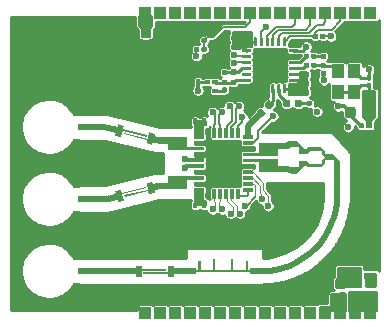
<source format=gbr>
G04 #@! TF.GenerationSoftware,KiCad,Pcbnew,(5.1.4)-1*
G04 #@! TF.CreationDate,2019-11-04T20:01:53-06:00*
G04 #@! TF.ProjectId,rf,72662e6b-6963-4616-945f-706362585858,A*
G04 #@! TF.SameCoordinates,PX811c3f0PY66a06fc*
G04 #@! TF.FileFunction,Copper,L1,Top*
G04 #@! TF.FilePolarity,Positive*
%FSLAX46Y46*%
G04 Gerber Fmt 4.6, Leading zero omitted, Abs format (unit mm)*
G04 Created by KiCad (PCBNEW (5.1.4)-1) date 2019-11-04 20:01:53*
%MOMM*%
%LPD*%
G04 APERTURE LIST*
%ADD10C,0.100000*%
%ADD11R,1.000000X1.000000*%
%ADD12C,0.400000*%
%ADD13C,0.533400*%
%ADD14R,0.539750X0.533400*%
%ADD15C,0.250000*%
%ADD16C,2.450000*%
%ADD17C,0.590000*%
%ADD18C,0.600000*%
%ADD19R,0.300000X0.850000*%
%ADD20R,0.850000X0.300000*%
%ADD21R,2.900000X3.900000*%
%ADD22R,2.000000X0.533400*%
%ADD23R,0.533400X0.533400*%
%ADD24C,0.188144*%
%ADD25R,0.188144X0.533400*%
%ADD26C,0.202691*%
%ADD27R,0.533400X0.202691*%
%ADD28R,0.202691X0.533400*%
%ADD29R,1.000000X1.150000*%
%ADD30C,0.875000*%
%ADD31C,0.177800*%
%ADD32C,0.300000*%
%ADD33C,0.250000*%
%ADD34C,0.533400*%
%ADD35C,0.127000*%
%ADD36C,0.125000*%
%ADD37C,0.254000*%
G04 APERTURE END LIST*
D10*
G36*
X26601530Y12634317D02*
G01*
X25594209Y12634317D01*
X25408790Y12819736D01*
X25327339Y12901187D01*
X25324106Y12902500D01*
X25208980Y12902500D01*
X24675580Y12902500D01*
X24675580Y12365925D01*
X23964380Y12365925D01*
X23964380Y11832525D01*
X24497780Y11832525D01*
X25208980Y12543725D01*
X25208980Y12619925D01*
X25394398Y12434506D01*
X25475805Y12353099D01*
X25479020Y12351742D01*
X25594209Y12351742D01*
X26552635Y12351742D01*
X26884105Y12683212D01*
X26884105Y12891705D01*
X26884105Y12940600D01*
X26933000Y12940600D01*
X27466400Y12940600D01*
X27466400Y13474000D01*
X26933000Y13474000D01*
X26884105Y13474000D01*
X26884105Y13522895D01*
X26884105Y13731388D01*
X26552635Y14062858D01*
X25594209Y14062858D01*
X25479020Y14062858D01*
X25475805Y14061501D01*
X25394398Y13980094D01*
X25208980Y13794675D01*
X25208980Y13870875D01*
X24497780Y14582075D01*
X23964380Y14582075D01*
X23964380Y14048675D01*
X24675580Y14048675D01*
X24675580Y13512100D01*
X25208980Y13512100D01*
X25324106Y13512100D01*
X25327339Y13513413D01*
X25408790Y13594864D01*
X25594209Y13780283D01*
X26601530Y13780283D01*
X26601530Y13522895D01*
X26917125Y13207300D01*
X26601530Y12891705D01*
X26601530Y12634317D01*
X26601530Y12634317D01*
G37*
D11*
X30734000Y0D03*
X29464000Y0D03*
X28194000Y0D03*
X26924000Y0D03*
X25654000Y0D03*
X24384000Y0D03*
X23114000Y0D03*
X21844000Y0D03*
X20574000Y0D03*
X19304000Y0D03*
X18034000Y0D03*
X16764000Y0D03*
X15494000Y0D03*
X14224000Y0D03*
X12954000Y0D03*
X11684000Y0D03*
X11684000Y25400000D03*
X12954000Y25400000D03*
X14224000Y25400000D03*
X15494000Y25400000D03*
X16764000Y25400000D03*
X18034000Y25400000D03*
X19304000Y25400000D03*
X20574000Y25400000D03*
X21844000Y25400000D03*
X23114000Y25400000D03*
X24384000Y25400000D03*
X25654000Y25400000D03*
X26924000Y25400000D03*
X28194000Y25400000D03*
X29464000Y25400000D03*
X30734000Y25400000D03*
D10*
G36*
X16139302Y22551518D02*
G01*
X16149009Y22550079D01*
X16158528Y22547694D01*
X16167768Y22544388D01*
X16176640Y22540192D01*
X16185057Y22535147D01*
X16192939Y22529301D01*
X16200211Y22522711D01*
X16206801Y22515439D01*
X16212647Y22507557D01*
X16217692Y22499140D01*
X16221888Y22490268D01*
X16225194Y22481028D01*
X16227579Y22471509D01*
X16229018Y22461802D01*
X16229500Y22452000D01*
X16229500Y22252000D01*
X16229018Y22242198D01*
X16227579Y22232491D01*
X16225194Y22222972D01*
X16221888Y22213732D01*
X16217692Y22204860D01*
X16212647Y22196443D01*
X16206801Y22188561D01*
X16200211Y22181289D01*
X16192939Y22174699D01*
X16185057Y22168853D01*
X16176640Y22163808D01*
X16167768Y22159612D01*
X16158528Y22156306D01*
X16149009Y22153921D01*
X16139302Y22152482D01*
X16129500Y22152000D01*
X15869500Y22152000D01*
X15859698Y22152482D01*
X15849991Y22153921D01*
X15840472Y22156306D01*
X15831232Y22159612D01*
X15822360Y22163808D01*
X15813943Y22168853D01*
X15806061Y22174699D01*
X15798789Y22181289D01*
X15792199Y22188561D01*
X15786353Y22196443D01*
X15781308Y22204860D01*
X15777112Y22213732D01*
X15773806Y22222972D01*
X15771421Y22232491D01*
X15769982Y22242198D01*
X15769500Y22252000D01*
X15769500Y22452000D01*
X15769982Y22461802D01*
X15771421Y22471509D01*
X15773806Y22481028D01*
X15777112Y22490268D01*
X15781308Y22499140D01*
X15786353Y22507557D01*
X15792199Y22515439D01*
X15798789Y22522711D01*
X15806061Y22529301D01*
X15813943Y22535147D01*
X15822360Y22540192D01*
X15831232Y22544388D01*
X15840472Y22547694D01*
X15849991Y22550079D01*
X15859698Y22551518D01*
X15869500Y22552000D01*
X16129500Y22552000D01*
X16139302Y22551518D01*
X16139302Y22551518D01*
G37*
D12*
X15999500Y22352000D03*
D10*
G36*
X16779302Y22551518D02*
G01*
X16789009Y22550079D01*
X16798528Y22547694D01*
X16807768Y22544388D01*
X16816640Y22540192D01*
X16825057Y22535147D01*
X16832939Y22529301D01*
X16840211Y22522711D01*
X16846801Y22515439D01*
X16852647Y22507557D01*
X16857692Y22499140D01*
X16861888Y22490268D01*
X16865194Y22481028D01*
X16867579Y22471509D01*
X16869018Y22461802D01*
X16869500Y22452000D01*
X16869500Y22252000D01*
X16869018Y22242198D01*
X16867579Y22232491D01*
X16865194Y22222972D01*
X16861888Y22213732D01*
X16857692Y22204860D01*
X16852647Y22196443D01*
X16846801Y22188561D01*
X16840211Y22181289D01*
X16832939Y22174699D01*
X16825057Y22168853D01*
X16816640Y22163808D01*
X16807768Y22159612D01*
X16798528Y22156306D01*
X16789009Y22153921D01*
X16779302Y22152482D01*
X16769500Y22152000D01*
X16509500Y22152000D01*
X16499698Y22152482D01*
X16489991Y22153921D01*
X16480472Y22156306D01*
X16471232Y22159612D01*
X16462360Y22163808D01*
X16453943Y22168853D01*
X16446061Y22174699D01*
X16438789Y22181289D01*
X16432199Y22188561D01*
X16426353Y22196443D01*
X16421308Y22204860D01*
X16417112Y22213732D01*
X16413806Y22222972D01*
X16411421Y22232491D01*
X16409982Y22242198D01*
X16409500Y22252000D01*
X16409500Y22452000D01*
X16409982Y22461802D01*
X16411421Y22471509D01*
X16413806Y22481028D01*
X16417112Y22490268D01*
X16421308Y22499140D01*
X16426353Y22507557D01*
X16432199Y22515439D01*
X16438789Y22522711D01*
X16446061Y22529301D01*
X16453943Y22535147D01*
X16462360Y22540192D01*
X16471232Y22544388D01*
X16480472Y22547694D01*
X16489991Y22550079D01*
X16499698Y22551518D01*
X16509500Y22552000D01*
X16769500Y22552000D01*
X16779302Y22551518D01*
X16779302Y22551518D01*
G37*
D12*
X16639500Y22352000D03*
D10*
G36*
X17717002Y19775018D02*
G01*
X17726709Y19773579D01*
X17736228Y19771194D01*
X17745468Y19767888D01*
X17754340Y19763692D01*
X17762757Y19758647D01*
X17770639Y19752801D01*
X17777911Y19746211D01*
X17784501Y19738939D01*
X17790347Y19731057D01*
X17795392Y19722640D01*
X17799588Y19713768D01*
X17802894Y19704528D01*
X17805279Y19695009D01*
X17806718Y19685302D01*
X17807200Y19675500D01*
X17807200Y19475500D01*
X17806718Y19465698D01*
X17805279Y19455991D01*
X17802894Y19446472D01*
X17799588Y19437232D01*
X17795392Y19428360D01*
X17790347Y19419943D01*
X17784501Y19412061D01*
X17777911Y19404789D01*
X17770639Y19398199D01*
X17762757Y19392353D01*
X17754340Y19387308D01*
X17745468Y19383112D01*
X17736228Y19379806D01*
X17726709Y19377421D01*
X17717002Y19375982D01*
X17707200Y19375500D01*
X17447200Y19375500D01*
X17437398Y19375982D01*
X17427691Y19377421D01*
X17418172Y19379806D01*
X17408932Y19383112D01*
X17400060Y19387308D01*
X17391643Y19392353D01*
X17383761Y19398199D01*
X17376489Y19404789D01*
X17369899Y19412061D01*
X17364053Y19419943D01*
X17359008Y19428360D01*
X17354812Y19437232D01*
X17351506Y19446472D01*
X17349121Y19455991D01*
X17347682Y19465698D01*
X17347200Y19475500D01*
X17347200Y19675500D01*
X17347682Y19685302D01*
X17349121Y19695009D01*
X17351506Y19704528D01*
X17354812Y19713768D01*
X17359008Y19722640D01*
X17364053Y19731057D01*
X17369899Y19738939D01*
X17376489Y19746211D01*
X17383761Y19752801D01*
X17391643Y19758647D01*
X17400060Y19763692D01*
X17408932Y19767888D01*
X17418172Y19771194D01*
X17427691Y19773579D01*
X17437398Y19775018D01*
X17447200Y19775500D01*
X17707200Y19775500D01*
X17717002Y19775018D01*
X17717002Y19775018D01*
G37*
D12*
X17577200Y19575500D03*
D10*
G36*
X17077002Y19775018D02*
G01*
X17086709Y19773579D01*
X17096228Y19771194D01*
X17105468Y19767888D01*
X17114340Y19763692D01*
X17122757Y19758647D01*
X17130639Y19752801D01*
X17137911Y19746211D01*
X17144501Y19738939D01*
X17150347Y19731057D01*
X17155392Y19722640D01*
X17159588Y19713768D01*
X17162894Y19704528D01*
X17165279Y19695009D01*
X17166718Y19685302D01*
X17167200Y19675500D01*
X17167200Y19475500D01*
X17166718Y19465698D01*
X17165279Y19455991D01*
X17162894Y19446472D01*
X17159588Y19437232D01*
X17155392Y19428360D01*
X17150347Y19419943D01*
X17144501Y19412061D01*
X17137911Y19404789D01*
X17130639Y19398199D01*
X17122757Y19392353D01*
X17114340Y19387308D01*
X17105468Y19383112D01*
X17096228Y19379806D01*
X17086709Y19377421D01*
X17077002Y19375982D01*
X17067200Y19375500D01*
X16807200Y19375500D01*
X16797398Y19375982D01*
X16787691Y19377421D01*
X16778172Y19379806D01*
X16768932Y19383112D01*
X16760060Y19387308D01*
X16751643Y19392353D01*
X16743761Y19398199D01*
X16736489Y19404789D01*
X16729899Y19412061D01*
X16724053Y19419943D01*
X16719008Y19428360D01*
X16714812Y19437232D01*
X16711506Y19446472D01*
X16709121Y19455991D01*
X16707682Y19465698D01*
X16707200Y19475500D01*
X16707200Y19675500D01*
X16707682Y19685302D01*
X16709121Y19695009D01*
X16711506Y19704528D01*
X16714812Y19713768D01*
X16719008Y19722640D01*
X16724053Y19731057D01*
X16729899Y19738939D01*
X16736489Y19746211D01*
X16743761Y19752801D01*
X16751643Y19758647D01*
X16760060Y19763692D01*
X16768932Y19767888D01*
X16778172Y19771194D01*
X16787691Y19773579D01*
X16797398Y19775018D01*
X16807200Y19775500D01*
X17067200Y19775500D01*
X17077002Y19775018D01*
X17077002Y19775018D01*
G37*
D12*
X16937200Y19575500D03*
D10*
G36*
X17077002Y19013018D02*
G01*
X17086709Y19011579D01*
X17096228Y19009194D01*
X17105468Y19005888D01*
X17114340Y19001692D01*
X17122757Y18996647D01*
X17130639Y18990801D01*
X17137911Y18984211D01*
X17144501Y18976939D01*
X17150347Y18969057D01*
X17155392Y18960640D01*
X17159588Y18951768D01*
X17162894Y18942528D01*
X17165279Y18933009D01*
X17166718Y18923302D01*
X17167200Y18913500D01*
X17167200Y18713500D01*
X17166718Y18703698D01*
X17165279Y18693991D01*
X17162894Y18684472D01*
X17159588Y18675232D01*
X17155392Y18666360D01*
X17150347Y18657943D01*
X17144501Y18650061D01*
X17137911Y18642789D01*
X17130639Y18636199D01*
X17122757Y18630353D01*
X17114340Y18625308D01*
X17105468Y18621112D01*
X17096228Y18617806D01*
X17086709Y18615421D01*
X17077002Y18613982D01*
X17067200Y18613500D01*
X16807200Y18613500D01*
X16797398Y18613982D01*
X16787691Y18615421D01*
X16778172Y18617806D01*
X16768932Y18621112D01*
X16760060Y18625308D01*
X16751643Y18630353D01*
X16743761Y18636199D01*
X16736489Y18642789D01*
X16729899Y18650061D01*
X16724053Y18657943D01*
X16719008Y18666360D01*
X16714812Y18675232D01*
X16711506Y18684472D01*
X16709121Y18693991D01*
X16707682Y18703698D01*
X16707200Y18713500D01*
X16707200Y18913500D01*
X16707682Y18923302D01*
X16709121Y18933009D01*
X16711506Y18942528D01*
X16714812Y18951768D01*
X16719008Y18960640D01*
X16724053Y18969057D01*
X16729899Y18976939D01*
X16736489Y18984211D01*
X16743761Y18990801D01*
X16751643Y18996647D01*
X16760060Y19001692D01*
X16768932Y19005888D01*
X16778172Y19009194D01*
X16787691Y19011579D01*
X16797398Y19013018D01*
X16807200Y19013500D01*
X17067200Y19013500D01*
X17077002Y19013018D01*
X17077002Y19013018D01*
G37*
D12*
X16937200Y18813500D03*
D10*
G36*
X17717002Y19013018D02*
G01*
X17726709Y19011579D01*
X17736228Y19009194D01*
X17745468Y19005888D01*
X17754340Y19001692D01*
X17762757Y18996647D01*
X17770639Y18990801D01*
X17777911Y18984211D01*
X17784501Y18976939D01*
X17790347Y18969057D01*
X17795392Y18960640D01*
X17799588Y18951768D01*
X17802894Y18942528D01*
X17805279Y18933009D01*
X17806718Y18923302D01*
X17807200Y18913500D01*
X17807200Y18713500D01*
X17806718Y18703698D01*
X17805279Y18693991D01*
X17802894Y18684472D01*
X17799588Y18675232D01*
X17795392Y18666360D01*
X17790347Y18657943D01*
X17784501Y18650061D01*
X17777911Y18642789D01*
X17770639Y18636199D01*
X17762757Y18630353D01*
X17754340Y18625308D01*
X17745468Y18621112D01*
X17736228Y18617806D01*
X17726709Y18615421D01*
X17717002Y18613982D01*
X17707200Y18613500D01*
X17447200Y18613500D01*
X17437398Y18613982D01*
X17427691Y18615421D01*
X17418172Y18617806D01*
X17408932Y18621112D01*
X17400060Y18625308D01*
X17391643Y18630353D01*
X17383761Y18636199D01*
X17376489Y18642789D01*
X17369899Y18650061D01*
X17364053Y18657943D01*
X17359008Y18666360D01*
X17354812Y18675232D01*
X17351506Y18684472D01*
X17349121Y18693991D01*
X17347682Y18703698D01*
X17347200Y18713500D01*
X17347200Y18913500D01*
X17347682Y18923302D01*
X17349121Y18933009D01*
X17351506Y18942528D01*
X17354812Y18951768D01*
X17359008Y18960640D01*
X17364053Y18969057D01*
X17369899Y18976939D01*
X17376489Y18984211D01*
X17383761Y18990801D01*
X17391643Y18996647D01*
X17400060Y19001692D01*
X17408932Y19005888D01*
X17418172Y19009194D01*
X17427691Y19011579D01*
X17437398Y19013018D01*
X17447200Y19013500D01*
X17707200Y19013500D01*
X17717002Y19013018D01*
X17717002Y19013018D01*
G37*
D12*
X17577200Y18813500D03*
D10*
G36*
X25674802Y17984918D02*
G01*
X25684509Y17983479D01*
X25694028Y17981094D01*
X25703268Y17977788D01*
X25712140Y17973592D01*
X25720557Y17968547D01*
X25728439Y17962701D01*
X25735711Y17956111D01*
X25742301Y17948839D01*
X25748147Y17940957D01*
X25753192Y17932540D01*
X25757388Y17923668D01*
X25760694Y17914428D01*
X25763079Y17904909D01*
X25764518Y17895202D01*
X25765000Y17885400D01*
X25765000Y17685400D01*
X25764518Y17675598D01*
X25763079Y17665891D01*
X25760694Y17656372D01*
X25757388Y17647132D01*
X25753192Y17638260D01*
X25748147Y17629843D01*
X25742301Y17621961D01*
X25735711Y17614689D01*
X25728439Y17608099D01*
X25720557Y17602253D01*
X25712140Y17597208D01*
X25703268Y17593012D01*
X25694028Y17589706D01*
X25684509Y17587321D01*
X25674802Y17585882D01*
X25665000Y17585400D01*
X25405000Y17585400D01*
X25395198Y17585882D01*
X25385491Y17587321D01*
X25375972Y17589706D01*
X25366732Y17593012D01*
X25357860Y17597208D01*
X25349443Y17602253D01*
X25341561Y17608099D01*
X25334289Y17614689D01*
X25327699Y17621961D01*
X25321853Y17629843D01*
X25316808Y17638260D01*
X25312612Y17647132D01*
X25309306Y17656372D01*
X25306921Y17665891D01*
X25305482Y17675598D01*
X25305000Y17685400D01*
X25305000Y17885400D01*
X25305482Y17895202D01*
X25306921Y17904909D01*
X25309306Y17914428D01*
X25312612Y17923668D01*
X25316808Y17932540D01*
X25321853Y17940957D01*
X25327699Y17948839D01*
X25334289Y17956111D01*
X25341561Y17962701D01*
X25349443Y17968547D01*
X25357860Y17973592D01*
X25366732Y17977788D01*
X25375972Y17981094D01*
X25385491Y17983479D01*
X25395198Y17984918D01*
X25405000Y17985400D01*
X25665000Y17985400D01*
X25674802Y17984918D01*
X25674802Y17984918D01*
G37*
D12*
X25535000Y17785400D03*
D10*
G36*
X26314802Y17984918D02*
G01*
X26324509Y17983479D01*
X26334028Y17981094D01*
X26343268Y17977788D01*
X26352140Y17973592D01*
X26360557Y17968547D01*
X26368439Y17962701D01*
X26375711Y17956111D01*
X26382301Y17948839D01*
X26388147Y17940957D01*
X26393192Y17932540D01*
X26397388Y17923668D01*
X26400694Y17914428D01*
X26403079Y17904909D01*
X26404518Y17895202D01*
X26405000Y17885400D01*
X26405000Y17685400D01*
X26404518Y17675598D01*
X26403079Y17665891D01*
X26400694Y17656372D01*
X26397388Y17647132D01*
X26393192Y17638260D01*
X26388147Y17629843D01*
X26382301Y17621961D01*
X26375711Y17614689D01*
X26368439Y17608099D01*
X26360557Y17602253D01*
X26352140Y17597208D01*
X26343268Y17593012D01*
X26334028Y17589706D01*
X26324509Y17587321D01*
X26314802Y17585882D01*
X26305000Y17585400D01*
X26045000Y17585400D01*
X26035198Y17585882D01*
X26025491Y17587321D01*
X26015972Y17589706D01*
X26006732Y17593012D01*
X25997860Y17597208D01*
X25989443Y17602253D01*
X25981561Y17608099D01*
X25974289Y17614689D01*
X25967699Y17621961D01*
X25961853Y17629843D01*
X25956808Y17638260D01*
X25952612Y17647132D01*
X25949306Y17656372D01*
X25946921Y17665891D01*
X25945482Y17675598D01*
X25945000Y17685400D01*
X25945000Y17885400D01*
X25945482Y17895202D01*
X25946921Y17904909D01*
X25949306Y17914428D01*
X25952612Y17923668D01*
X25956808Y17932540D01*
X25961853Y17940957D01*
X25967699Y17948839D01*
X25974289Y17956111D01*
X25981561Y17962701D01*
X25989443Y17968547D01*
X25997860Y17973592D01*
X26006732Y17977788D01*
X26015972Y17981094D01*
X26025491Y17983479D01*
X26035198Y17984918D01*
X26045000Y17985400D01*
X26305000Y17985400D01*
X26314802Y17984918D01*
X26314802Y17984918D01*
G37*
D12*
X26175000Y17785400D03*
D10*
G36*
X26829202Y23635818D02*
G01*
X26838909Y23634379D01*
X26848428Y23631994D01*
X26857668Y23628688D01*
X26866540Y23624492D01*
X26874957Y23619447D01*
X26882839Y23613601D01*
X26890111Y23607011D01*
X26896701Y23599739D01*
X26902547Y23591857D01*
X26907592Y23583440D01*
X26911788Y23574568D01*
X26915094Y23565328D01*
X26917479Y23555809D01*
X26918918Y23546102D01*
X26919400Y23536300D01*
X26919400Y23336300D01*
X26918918Y23326498D01*
X26917479Y23316791D01*
X26915094Y23307272D01*
X26911788Y23298032D01*
X26907592Y23289160D01*
X26902547Y23280743D01*
X26896701Y23272861D01*
X26890111Y23265589D01*
X26882839Y23258999D01*
X26874957Y23253153D01*
X26866540Y23248108D01*
X26857668Y23243912D01*
X26848428Y23240606D01*
X26838909Y23238221D01*
X26829202Y23236782D01*
X26819400Y23236300D01*
X26559400Y23236300D01*
X26549598Y23236782D01*
X26539891Y23238221D01*
X26530372Y23240606D01*
X26521132Y23243912D01*
X26512260Y23248108D01*
X26503843Y23253153D01*
X26495961Y23258999D01*
X26488689Y23265589D01*
X26482099Y23272861D01*
X26476253Y23280743D01*
X26471208Y23289160D01*
X26467012Y23298032D01*
X26463706Y23307272D01*
X26461321Y23316791D01*
X26459882Y23326498D01*
X26459400Y23336300D01*
X26459400Y23536300D01*
X26459882Y23546102D01*
X26461321Y23555809D01*
X26463706Y23565328D01*
X26467012Y23574568D01*
X26471208Y23583440D01*
X26476253Y23591857D01*
X26482099Y23599739D01*
X26488689Y23607011D01*
X26495961Y23613601D01*
X26503843Y23619447D01*
X26512260Y23624492D01*
X26521132Y23628688D01*
X26530372Y23631994D01*
X26539891Y23634379D01*
X26549598Y23635818D01*
X26559400Y23636300D01*
X26819400Y23636300D01*
X26829202Y23635818D01*
X26829202Y23635818D01*
G37*
D12*
X26689400Y23436300D03*
D10*
G36*
X26189202Y23635818D02*
G01*
X26198909Y23634379D01*
X26208428Y23631994D01*
X26217668Y23628688D01*
X26226540Y23624492D01*
X26234957Y23619447D01*
X26242839Y23613601D01*
X26250111Y23607011D01*
X26256701Y23599739D01*
X26262547Y23591857D01*
X26267592Y23583440D01*
X26271788Y23574568D01*
X26275094Y23565328D01*
X26277479Y23555809D01*
X26278918Y23546102D01*
X26279400Y23536300D01*
X26279400Y23336300D01*
X26278918Y23326498D01*
X26277479Y23316791D01*
X26275094Y23307272D01*
X26271788Y23298032D01*
X26267592Y23289160D01*
X26262547Y23280743D01*
X26256701Y23272861D01*
X26250111Y23265589D01*
X26242839Y23258999D01*
X26234957Y23253153D01*
X26226540Y23248108D01*
X26217668Y23243912D01*
X26208428Y23240606D01*
X26198909Y23238221D01*
X26189202Y23236782D01*
X26179400Y23236300D01*
X25919400Y23236300D01*
X25909598Y23236782D01*
X25899891Y23238221D01*
X25890372Y23240606D01*
X25881132Y23243912D01*
X25872260Y23248108D01*
X25863843Y23253153D01*
X25855961Y23258999D01*
X25848689Y23265589D01*
X25842099Y23272861D01*
X25836253Y23280743D01*
X25831208Y23289160D01*
X25827012Y23298032D01*
X25823706Y23307272D01*
X25821321Y23316791D01*
X25819882Y23326498D01*
X25819400Y23336300D01*
X25819400Y23536300D01*
X25819882Y23546102D01*
X25821321Y23555809D01*
X25823706Y23565328D01*
X25827012Y23574568D01*
X25831208Y23583440D01*
X25836253Y23591857D01*
X25842099Y23599739D01*
X25848689Y23607011D01*
X25855961Y23613601D01*
X25863843Y23619447D01*
X25872260Y23624492D01*
X25881132Y23628688D01*
X25890372Y23631994D01*
X25899891Y23634379D01*
X25909598Y23635818D01*
X25919400Y23636300D01*
X26179400Y23636300D01*
X26189202Y23635818D01*
X26189202Y23635818D01*
G37*
D12*
X26049400Y23436300D03*
D10*
G36*
X27540402Y21959418D02*
G01*
X27550109Y21957979D01*
X27559628Y21955594D01*
X27568868Y21952288D01*
X27577740Y21948092D01*
X27586157Y21943047D01*
X27594039Y21937201D01*
X27601311Y21930611D01*
X27607901Y21923339D01*
X27613747Y21915457D01*
X27618792Y21907040D01*
X27622988Y21898168D01*
X27626294Y21888928D01*
X27628679Y21879409D01*
X27630118Y21869702D01*
X27630600Y21859900D01*
X27630600Y21659900D01*
X27630118Y21650098D01*
X27628679Y21640391D01*
X27626294Y21630872D01*
X27622988Y21621632D01*
X27618792Y21612760D01*
X27613747Y21604343D01*
X27607901Y21596461D01*
X27601311Y21589189D01*
X27594039Y21582599D01*
X27586157Y21576753D01*
X27577740Y21571708D01*
X27568868Y21567512D01*
X27559628Y21564206D01*
X27550109Y21561821D01*
X27540402Y21560382D01*
X27530600Y21559900D01*
X27270600Y21559900D01*
X27260798Y21560382D01*
X27251091Y21561821D01*
X27241572Y21564206D01*
X27232332Y21567512D01*
X27223460Y21571708D01*
X27215043Y21576753D01*
X27207161Y21582599D01*
X27199889Y21589189D01*
X27193299Y21596461D01*
X27187453Y21604343D01*
X27182408Y21612760D01*
X27178212Y21621632D01*
X27174906Y21630872D01*
X27172521Y21640391D01*
X27171082Y21650098D01*
X27170600Y21659900D01*
X27170600Y21859900D01*
X27171082Y21869702D01*
X27172521Y21879409D01*
X27174906Y21888928D01*
X27178212Y21898168D01*
X27182408Y21907040D01*
X27187453Y21915457D01*
X27193299Y21923339D01*
X27199889Y21930611D01*
X27207161Y21937201D01*
X27215043Y21943047D01*
X27223460Y21948092D01*
X27232332Y21952288D01*
X27241572Y21955594D01*
X27251091Y21957979D01*
X27260798Y21959418D01*
X27270600Y21959900D01*
X27530600Y21959900D01*
X27540402Y21959418D01*
X27540402Y21959418D01*
G37*
D12*
X27400600Y21759900D03*
D10*
G36*
X26900402Y21959418D02*
G01*
X26910109Y21957979D01*
X26919628Y21955594D01*
X26928868Y21952288D01*
X26937740Y21948092D01*
X26946157Y21943047D01*
X26954039Y21937201D01*
X26961311Y21930611D01*
X26967901Y21923339D01*
X26973747Y21915457D01*
X26978792Y21907040D01*
X26982988Y21898168D01*
X26986294Y21888928D01*
X26988679Y21879409D01*
X26990118Y21869702D01*
X26990600Y21859900D01*
X26990600Y21659900D01*
X26990118Y21650098D01*
X26988679Y21640391D01*
X26986294Y21630872D01*
X26982988Y21621632D01*
X26978792Y21612760D01*
X26973747Y21604343D01*
X26967901Y21596461D01*
X26961311Y21589189D01*
X26954039Y21582599D01*
X26946157Y21576753D01*
X26937740Y21571708D01*
X26928868Y21567512D01*
X26919628Y21564206D01*
X26910109Y21561821D01*
X26900402Y21560382D01*
X26890600Y21559900D01*
X26630600Y21559900D01*
X26620798Y21560382D01*
X26611091Y21561821D01*
X26601572Y21564206D01*
X26592332Y21567512D01*
X26583460Y21571708D01*
X26575043Y21576753D01*
X26567161Y21582599D01*
X26559889Y21589189D01*
X26553299Y21596461D01*
X26547453Y21604343D01*
X26542408Y21612760D01*
X26538212Y21621632D01*
X26534906Y21630872D01*
X26532521Y21640391D01*
X26531082Y21650098D01*
X26530600Y21659900D01*
X26530600Y21859900D01*
X26531082Y21869702D01*
X26532521Y21879409D01*
X26534906Y21888928D01*
X26538212Y21898168D01*
X26542408Y21907040D01*
X26547453Y21915457D01*
X26553299Y21923339D01*
X26559889Y21930611D01*
X26567161Y21937201D01*
X26575043Y21943047D01*
X26583460Y21948092D01*
X26592332Y21952288D01*
X26601572Y21955594D01*
X26611091Y21957979D01*
X26620798Y21959418D01*
X26630600Y21959900D01*
X26890600Y21959900D01*
X26900402Y21959418D01*
X26900402Y21959418D01*
G37*
D12*
X26760600Y21759900D03*
D10*
G36*
X26856002Y20551818D02*
G01*
X26865709Y20550379D01*
X26875228Y20547994D01*
X26884468Y20544688D01*
X26893340Y20540492D01*
X26901757Y20535447D01*
X26909639Y20529601D01*
X26916911Y20523011D01*
X26923501Y20515739D01*
X26929347Y20507857D01*
X26934392Y20499440D01*
X26938588Y20490568D01*
X26941894Y20481328D01*
X26944279Y20471809D01*
X26945718Y20462102D01*
X26946200Y20452300D01*
X26946200Y20192300D01*
X26945718Y20182498D01*
X26944279Y20172791D01*
X26941894Y20163272D01*
X26938588Y20154032D01*
X26934392Y20145160D01*
X26929347Y20136743D01*
X26923501Y20128861D01*
X26916911Y20121589D01*
X26909639Y20114999D01*
X26901757Y20109153D01*
X26893340Y20104108D01*
X26884468Y20099912D01*
X26875228Y20096606D01*
X26865709Y20094221D01*
X26856002Y20092782D01*
X26846200Y20092300D01*
X26646200Y20092300D01*
X26636398Y20092782D01*
X26626691Y20094221D01*
X26617172Y20096606D01*
X26607932Y20099912D01*
X26599060Y20104108D01*
X26590643Y20109153D01*
X26582761Y20114999D01*
X26575489Y20121589D01*
X26568899Y20128861D01*
X26563053Y20136743D01*
X26558008Y20145160D01*
X26553812Y20154032D01*
X26550506Y20163272D01*
X26548121Y20172791D01*
X26546682Y20182498D01*
X26546200Y20192300D01*
X26546200Y20452300D01*
X26546682Y20462102D01*
X26548121Y20471809D01*
X26550506Y20481328D01*
X26553812Y20490568D01*
X26558008Y20499440D01*
X26563053Y20507857D01*
X26568899Y20515739D01*
X26575489Y20523011D01*
X26582761Y20529601D01*
X26590643Y20535447D01*
X26599060Y20540492D01*
X26607932Y20544688D01*
X26617172Y20547994D01*
X26626691Y20550379D01*
X26636398Y20551818D01*
X26646200Y20552300D01*
X26846200Y20552300D01*
X26856002Y20551818D01*
X26856002Y20551818D01*
G37*
D12*
X26746200Y20322300D03*
D10*
G36*
X26856002Y21191818D02*
G01*
X26865709Y21190379D01*
X26875228Y21187994D01*
X26884468Y21184688D01*
X26893340Y21180492D01*
X26901757Y21175447D01*
X26909639Y21169601D01*
X26916911Y21163011D01*
X26923501Y21155739D01*
X26929347Y21147857D01*
X26934392Y21139440D01*
X26938588Y21130568D01*
X26941894Y21121328D01*
X26944279Y21111809D01*
X26945718Y21102102D01*
X26946200Y21092300D01*
X26946200Y20832300D01*
X26945718Y20822498D01*
X26944279Y20812791D01*
X26941894Y20803272D01*
X26938588Y20794032D01*
X26934392Y20785160D01*
X26929347Y20776743D01*
X26923501Y20768861D01*
X26916911Y20761589D01*
X26909639Y20754999D01*
X26901757Y20749153D01*
X26893340Y20744108D01*
X26884468Y20739912D01*
X26875228Y20736606D01*
X26865709Y20734221D01*
X26856002Y20732782D01*
X26846200Y20732300D01*
X26646200Y20732300D01*
X26636398Y20732782D01*
X26626691Y20734221D01*
X26617172Y20736606D01*
X26607932Y20739912D01*
X26599060Y20744108D01*
X26590643Y20749153D01*
X26582761Y20754999D01*
X26575489Y20761589D01*
X26568899Y20768861D01*
X26563053Y20776743D01*
X26558008Y20785160D01*
X26553812Y20794032D01*
X26550506Y20803272D01*
X26548121Y20812791D01*
X26546682Y20822498D01*
X26546200Y20832300D01*
X26546200Y21092300D01*
X26546682Y21102102D01*
X26548121Y21111809D01*
X26550506Y21121328D01*
X26553812Y21130568D01*
X26558008Y21139440D01*
X26563053Y21147857D01*
X26568899Y21155739D01*
X26575489Y21163011D01*
X26582761Y21169601D01*
X26590643Y21175447D01*
X26599060Y21180492D01*
X26607932Y21184688D01*
X26617172Y21187994D01*
X26626691Y21190379D01*
X26636398Y21191818D01*
X26646200Y21192300D01*
X26846200Y21192300D01*
X26856002Y21191818D01*
X26856002Y21191818D01*
G37*
D12*
X26746200Y20962300D03*
D13*
X20812200Y3556000D03*
D10*
G36*
X20542300Y3456000D02*
G01*
X15971900Y3456000D01*
X15971900Y3289300D01*
X15432150Y3289300D01*
X15432150Y3822700D01*
X15971900Y3822700D01*
X15971900Y3656000D01*
X16153600Y3656000D01*
X16153600Y4428100D01*
X16353600Y4428100D01*
X16353600Y3656000D01*
X17395600Y3656000D01*
X17395600Y4626400D01*
X17595600Y4626400D01*
X17595600Y3656000D01*
X18918600Y3656000D01*
X18918600Y4626400D01*
X19118600Y4626400D01*
X19118600Y3656000D01*
X20160600Y3656000D01*
X20160600Y4428100D01*
X20360600Y4428100D01*
X20360600Y3656000D01*
X20542300Y3656000D01*
X20542300Y3822700D01*
X21082075Y3822700D01*
X21082075Y3289300D01*
X20542300Y3289300D01*
X20542300Y3456000D01*
X20542300Y3456000D01*
G37*
D14*
X15702000Y3556000D03*
D10*
G36*
X20568626Y19872599D02*
G01*
X20574693Y19871699D01*
X20580643Y19870209D01*
X20586418Y19868142D01*
X20591962Y19865520D01*
X20597223Y19862367D01*
X20602150Y19858713D01*
X20606694Y19854594D01*
X20610813Y19850050D01*
X20614467Y19845123D01*
X20617620Y19839862D01*
X20620242Y19834318D01*
X20622309Y19828543D01*
X20623799Y19822593D01*
X20624699Y19816526D01*
X20625000Y19810400D01*
X20625000Y19685400D01*
X20624699Y19679274D01*
X20623799Y19673207D01*
X20622309Y19667257D01*
X20620242Y19661482D01*
X20617620Y19655938D01*
X20614467Y19650677D01*
X20610813Y19645750D01*
X20606694Y19641206D01*
X20602150Y19637087D01*
X20597223Y19633433D01*
X20591962Y19630280D01*
X20586418Y19627658D01*
X20580643Y19625591D01*
X20574693Y19624101D01*
X20568626Y19623201D01*
X20562500Y19622900D01*
X19912500Y19622900D01*
X19906374Y19623201D01*
X19900307Y19624101D01*
X19894357Y19625591D01*
X19888582Y19627658D01*
X19883038Y19630280D01*
X19877777Y19633433D01*
X19872850Y19637087D01*
X19868306Y19641206D01*
X19864187Y19645750D01*
X19860533Y19650677D01*
X19857380Y19655938D01*
X19854758Y19661482D01*
X19852691Y19667257D01*
X19851201Y19673207D01*
X19850301Y19679274D01*
X19850000Y19685400D01*
X19850000Y19810400D01*
X19850301Y19816526D01*
X19851201Y19822593D01*
X19852691Y19828543D01*
X19854758Y19834318D01*
X19857380Y19839862D01*
X19860533Y19845123D01*
X19864187Y19850050D01*
X19868306Y19854594D01*
X19872850Y19858713D01*
X19877777Y19862367D01*
X19883038Y19865520D01*
X19888582Y19868142D01*
X19894357Y19870209D01*
X19900307Y19871699D01*
X19906374Y19872599D01*
X19912500Y19872900D01*
X20562500Y19872900D01*
X20568626Y19872599D01*
X20568626Y19872599D01*
G37*
D15*
X20237500Y19747900D03*
D10*
G36*
X20568626Y20372599D02*
G01*
X20574693Y20371699D01*
X20580643Y20370209D01*
X20586418Y20368142D01*
X20591962Y20365520D01*
X20597223Y20362367D01*
X20602150Y20358713D01*
X20606694Y20354594D01*
X20610813Y20350050D01*
X20614467Y20345123D01*
X20617620Y20339862D01*
X20620242Y20334318D01*
X20622309Y20328543D01*
X20623799Y20322593D01*
X20624699Y20316526D01*
X20625000Y20310400D01*
X20625000Y20185400D01*
X20624699Y20179274D01*
X20623799Y20173207D01*
X20622309Y20167257D01*
X20620242Y20161482D01*
X20617620Y20155938D01*
X20614467Y20150677D01*
X20610813Y20145750D01*
X20606694Y20141206D01*
X20602150Y20137087D01*
X20597223Y20133433D01*
X20591962Y20130280D01*
X20586418Y20127658D01*
X20580643Y20125591D01*
X20574693Y20124101D01*
X20568626Y20123201D01*
X20562500Y20122900D01*
X19912500Y20122900D01*
X19906374Y20123201D01*
X19900307Y20124101D01*
X19894357Y20125591D01*
X19888582Y20127658D01*
X19883038Y20130280D01*
X19877777Y20133433D01*
X19872850Y20137087D01*
X19868306Y20141206D01*
X19864187Y20145750D01*
X19860533Y20150677D01*
X19857380Y20155938D01*
X19854758Y20161482D01*
X19852691Y20167257D01*
X19851201Y20173207D01*
X19850301Y20179274D01*
X19850000Y20185400D01*
X19850000Y20310400D01*
X19850301Y20316526D01*
X19851201Y20322593D01*
X19852691Y20328543D01*
X19854758Y20334318D01*
X19857380Y20339862D01*
X19860533Y20345123D01*
X19864187Y20350050D01*
X19868306Y20354594D01*
X19872850Y20358713D01*
X19877777Y20362367D01*
X19883038Y20365520D01*
X19888582Y20368142D01*
X19894357Y20370209D01*
X19900307Y20371699D01*
X19906374Y20372599D01*
X19912500Y20372900D01*
X20562500Y20372900D01*
X20568626Y20372599D01*
X20568626Y20372599D01*
G37*
D15*
X20237500Y20247900D03*
D10*
G36*
X20568626Y20872599D02*
G01*
X20574693Y20871699D01*
X20580643Y20870209D01*
X20586418Y20868142D01*
X20591962Y20865520D01*
X20597223Y20862367D01*
X20602150Y20858713D01*
X20606694Y20854594D01*
X20610813Y20850050D01*
X20614467Y20845123D01*
X20617620Y20839862D01*
X20620242Y20834318D01*
X20622309Y20828543D01*
X20623799Y20822593D01*
X20624699Y20816526D01*
X20625000Y20810400D01*
X20625000Y20685400D01*
X20624699Y20679274D01*
X20623799Y20673207D01*
X20622309Y20667257D01*
X20620242Y20661482D01*
X20617620Y20655938D01*
X20614467Y20650677D01*
X20610813Y20645750D01*
X20606694Y20641206D01*
X20602150Y20637087D01*
X20597223Y20633433D01*
X20591962Y20630280D01*
X20586418Y20627658D01*
X20580643Y20625591D01*
X20574693Y20624101D01*
X20568626Y20623201D01*
X20562500Y20622900D01*
X19912500Y20622900D01*
X19906374Y20623201D01*
X19900307Y20624101D01*
X19894357Y20625591D01*
X19888582Y20627658D01*
X19883038Y20630280D01*
X19877777Y20633433D01*
X19872850Y20637087D01*
X19868306Y20641206D01*
X19864187Y20645750D01*
X19860533Y20650677D01*
X19857380Y20655938D01*
X19854758Y20661482D01*
X19852691Y20667257D01*
X19851201Y20673207D01*
X19850301Y20679274D01*
X19850000Y20685400D01*
X19850000Y20810400D01*
X19850301Y20816526D01*
X19851201Y20822593D01*
X19852691Y20828543D01*
X19854758Y20834318D01*
X19857380Y20839862D01*
X19860533Y20845123D01*
X19864187Y20850050D01*
X19868306Y20854594D01*
X19872850Y20858713D01*
X19877777Y20862367D01*
X19883038Y20865520D01*
X19888582Y20868142D01*
X19894357Y20870209D01*
X19900307Y20871699D01*
X19906374Y20872599D01*
X19912500Y20872900D01*
X20562500Y20872900D01*
X20568626Y20872599D01*
X20568626Y20872599D01*
G37*
D15*
X20237500Y20747900D03*
D10*
G36*
X20568626Y21372599D02*
G01*
X20574693Y21371699D01*
X20580643Y21370209D01*
X20586418Y21368142D01*
X20591962Y21365520D01*
X20597223Y21362367D01*
X20602150Y21358713D01*
X20606694Y21354594D01*
X20610813Y21350050D01*
X20614467Y21345123D01*
X20617620Y21339862D01*
X20620242Y21334318D01*
X20622309Y21328543D01*
X20623799Y21322593D01*
X20624699Y21316526D01*
X20625000Y21310400D01*
X20625000Y21185400D01*
X20624699Y21179274D01*
X20623799Y21173207D01*
X20622309Y21167257D01*
X20620242Y21161482D01*
X20617620Y21155938D01*
X20614467Y21150677D01*
X20610813Y21145750D01*
X20606694Y21141206D01*
X20602150Y21137087D01*
X20597223Y21133433D01*
X20591962Y21130280D01*
X20586418Y21127658D01*
X20580643Y21125591D01*
X20574693Y21124101D01*
X20568626Y21123201D01*
X20562500Y21122900D01*
X19912500Y21122900D01*
X19906374Y21123201D01*
X19900307Y21124101D01*
X19894357Y21125591D01*
X19888582Y21127658D01*
X19883038Y21130280D01*
X19877777Y21133433D01*
X19872850Y21137087D01*
X19868306Y21141206D01*
X19864187Y21145750D01*
X19860533Y21150677D01*
X19857380Y21155938D01*
X19854758Y21161482D01*
X19852691Y21167257D01*
X19851201Y21173207D01*
X19850301Y21179274D01*
X19850000Y21185400D01*
X19850000Y21310400D01*
X19850301Y21316526D01*
X19851201Y21322593D01*
X19852691Y21328543D01*
X19854758Y21334318D01*
X19857380Y21339862D01*
X19860533Y21345123D01*
X19864187Y21350050D01*
X19868306Y21354594D01*
X19872850Y21358713D01*
X19877777Y21362367D01*
X19883038Y21365520D01*
X19888582Y21368142D01*
X19894357Y21370209D01*
X19900307Y21371699D01*
X19906374Y21372599D01*
X19912500Y21372900D01*
X20562500Y21372900D01*
X20568626Y21372599D01*
X20568626Y21372599D01*
G37*
D15*
X20237500Y21247900D03*
D10*
G36*
X20568626Y21872599D02*
G01*
X20574693Y21871699D01*
X20580643Y21870209D01*
X20586418Y21868142D01*
X20591962Y21865520D01*
X20597223Y21862367D01*
X20602150Y21858713D01*
X20606694Y21854594D01*
X20610813Y21850050D01*
X20614467Y21845123D01*
X20617620Y21839862D01*
X20620242Y21834318D01*
X20622309Y21828543D01*
X20623799Y21822593D01*
X20624699Y21816526D01*
X20625000Y21810400D01*
X20625000Y21685400D01*
X20624699Y21679274D01*
X20623799Y21673207D01*
X20622309Y21667257D01*
X20620242Y21661482D01*
X20617620Y21655938D01*
X20614467Y21650677D01*
X20610813Y21645750D01*
X20606694Y21641206D01*
X20602150Y21637087D01*
X20597223Y21633433D01*
X20591962Y21630280D01*
X20586418Y21627658D01*
X20580643Y21625591D01*
X20574693Y21624101D01*
X20568626Y21623201D01*
X20562500Y21622900D01*
X19912500Y21622900D01*
X19906374Y21623201D01*
X19900307Y21624101D01*
X19894357Y21625591D01*
X19888582Y21627658D01*
X19883038Y21630280D01*
X19877777Y21633433D01*
X19872850Y21637087D01*
X19868306Y21641206D01*
X19864187Y21645750D01*
X19860533Y21650677D01*
X19857380Y21655938D01*
X19854758Y21661482D01*
X19852691Y21667257D01*
X19851201Y21673207D01*
X19850301Y21679274D01*
X19850000Y21685400D01*
X19850000Y21810400D01*
X19850301Y21816526D01*
X19851201Y21822593D01*
X19852691Y21828543D01*
X19854758Y21834318D01*
X19857380Y21839862D01*
X19860533Y21845123D01*
X19864187Y21850050D01*
X19868306Y21854594D01*
X19872850Y21858713D01*
X19877777Y21862367D01*
X19883038Y21865520D01*
X19888582Y21868142D01*
X19894357Y21870209D01*
X19900307Y21871699D01*
X19906374Y21872599D01*
X19912500Y21872900D01*
X20562500Y21872900D01*
X20568626Y21872599D01*
X20568626Y21872599D01*
G37*
D15*
X20237500Y21747900D03*
D10*
G36*
X20568626Y22372599D02*
G01*
X20574693Y22371699D01*
X20580643Y22370209D01*
X20586418Y22368142D01*
X20591962Y22365520D01*
X20597223Y22362367D01*
X20602150Y22358713D01*
X20606694Y22354594D01*
X20610813Y22350050D01*
X20614467Y22345123D01*
X20617620Y22339862D01*
X20620242Y22334318D01*
X20622309Y22328543D01*
X20623799Y22322593D01*
X20624699Y22316526D01*
X20625000Y22310400D01*
X20625000Y22185400D01*
X20624699Y22179274D01*
X20623799Y22173207D01*
X20622309Y22167257D01*
X20620242Y22161482D01*
X20617620Y22155938D01*
X20614467Y22150677D01*
X20610813Y22145750D01*
X20606694Y22141206D01*
X20602150Y22137087D01*
X20597223Y22133433D01*
X20591962Y22130280D01*
X20586418Y22127658D01*
X20580643Y22125591D01*
X20574693Y22124101D01*
X20568626Y22123201D01*
X20562500Y22122900D01*
X19912500Y22122900D01*
X19906374Y22123201D01*
X19900307Y22124101D01*
X19894357Y22125591D01*
X19888582Y22127658D01*
X19883038Y22130280D01*
X19877777Y22133433D01*
X19872850Y22137087D01*
X19868306Y22141206D01*
X19864187Y22145750D01*
X19860533Y22150677D01*
X19857380Y22155938D01*
X19854758Y22161482D01*
X19852691Y22167257D01*
X19851201Y22173207D01*
X19850301Y22179274D01*
X19850000Y22185400D01*
X19850000Y22310400D01*
X19850301Y22316526D01*
X19851201Y22322593D01*
X19852691Y22328543D01*
X19854758Y22334318D01*
X19857380Y22339862D01*
X19860533Y22345123D01*
X19864187Y22350050D01*
X19868306Y22354594D01*
X19872850Y22358713D01*
X19877777Y22362367D01*
X19883038Y22365520D01*
X19888582Y22368142D01*
X19894357Y22370209D01*
X19900307Y22371699D01*
X19906374Y22372599D01*
X19912500Y22372900D01*
X20562500Y22372900D01*
X20568626Y22372599D01*
X20568626Y22372599D01*
G37*
D15*
X20237500Y22247900D03*
D10*
G36*
X21043626Y23372599D02*
G01*
X21049693Y23371699D01*
X21055643Y23370209D01*
X21061418Y23368142D01*
X21066962Y23365520D01*
X21072223Y23362367D01*
X21077150Y23358713D01*
X21081694Y23354594D01*
X21085813Y23350050D01*
X21089467Y23345123D01*
X21092620Y23339862D01*
X21095242Y23334318D01*
X21097309Y23328543D01*
X21098799Y23322593D01*
X21099699Y23316526D01*
X21100000Y23310400D01*
X21100000Y22660400D01*
X21099699Y22654274D01*
X21098799Y22648207D01*
X21097309Y22642257D01*
X21095242Y22636482D01*
X21092620Y22630938D01*
X21089467Y22625677D01*
X21085813Y22620750D01*
X21081694Y22616206D01*
X21077150Y22612087D01*
X21072223Y22608433D01*
X21066962Y22605280D01*
X21061418Y22602658D01*
X21055643Y22600591D01*
X21049693Y22599101D01*
X21043626Y22598201D01*
X21037500Y22597900D01*
X20912500Y22597900D01*
X20906374Y22598201D01*
X20900307Y22599101D01*
X20894357Y22600591D01*
X20888582Y22602658D01*
X20883038Y22605280D01*
X20877777Y22608433D01*
X20872850Y22612087D01*
X20868306Y22616206D01*
X20864187Y22620750D01*
X20860533Y22625677D01*
X20857380Y22630938D01*
X20854758Y22636482D01*
X20852691Y22642257D01*
X20851201Y22648207D01*
X20850301Y22654274D01*
X20850000Y22660400D01*
X20850000Y23310400D01*
X20850301Y23316526D01*
X20851201Y23322593D01*
X20852691Y23328543D01*
X20854758Y23334318D01*
X20857380Y23339862D01*
X20860533Y23345123D01*
X20864187Y23350050D01*
X20868306Y23354594D01*
X20872850Y23358713D01*
X20877777Y23362367D01*
X20883038Y23365520D01*
X20888582Y23368142D01*
X20894357Y23370209D01*
X20900307Y23371699D01*
X20906374Y23372599D01*
X20912500Y23372900D01*
X21037500Y23372900D01*
X21043626Y23372599D01*
X21043626Y23372599D01*
G37*
D15*
X20975000Y22985400D03*
D10*
G36*
X21543626Y23372599D02*
G01*
X21549693Y23371699D01*
X21555643Y23370209D01*
X21561418Y23368142D01*
X21566962Y23365520D01*
X21572223Y23362367D01*
X21577150Y23358713D01*
X21581694Y23354594D01*
X21585813Y23350050D01*
X21589467Y23345123D01*
X21592620Y23339862D01*
X21595242Y23334318D01*
X21597309Y23328543D01*
X21598799Y23322593D01*
X21599699Y23316526D01*
X21600000Y23310400D01*
X21600000Y22660400D01*
X21599699Y22654274D01*
X21598799Y22648207D01*
X21597309Y22642257D01*
X21595242Y22636482D01*
X21592620Y22630938D01*
X21589467Y22625677D01*
X21585813Y22620750D01*
X21581694Y22616206D01*
X21577150Y22612087D01*
X21572223Y22608433D01*
X21566962Y22605280D01*
X21561418Y22602658D01*
X21555643Y22600591D01*
X21549693Y22599101D01*
X21543626Y22598201D01*
X21537500Y22597900D01*
X21412500Y22597900D01*
X21406374Y22598201D01*
X21400307Y22599101D01*
X21394357Y22600591D01*
X21388582Y22602658D01*
X21383038Y22605280D01*
X21377777Y22608433D01*
X21372850Y22612087D01*
X21368306Y22616206D01*
X21364187Y22620750D01*
X21360533Y22625677D01*
X21357380Y22630938D01*
X21354758Y22636482D01*
X21352691Y22642257D01*
X21351201Y22648207D01*
X21350301Y22654274D01*
X21350000Y22660400D01*
X21350000Y23310400D01*
X21350301Y23316526D01*
X21351201Y23322593D01*
X21352691Y23328543D01*
X21354758Y23334318D01*
X21357380Y23339862D01*
X21360533Y23345123D01*
X21364187Y23350050D01*
X21368306Y23354594D01*
X21372850Y23358713D01*
X21377777Y23362367D01*
X21383038Y23365520D01*
X21388582Y23368142D01*
X21394357Y23370209D01*
X21400307Y23371699D01*
X21406374Y23372599D01*
X21412500Y23372900D01*
X21537500Y23372900D01*
X21543626Y23372599D01*
X21543626Y23372599D01*
G37*
D15*
X21475000Y22985400D03*
D10*
G36*
X22043626Y23372599D02*
G01*
X22049693Y23371699D01*
X22055643Y23370209D01*
X22061418Y23368142D01*
X22066962Y23365520D01*
X22072223Y23362367D01*
X22077150Y23358713D01*
X22081694Y23354594D01*
X22085813Y23350050D01*
X22089467Y23345123D01*
X22092620Y23339862D01*
X22095242Y23334318D01*
X22097309Y23328543D01*
X22098799Y23322593D01*
X22099699Y23316526D01*
X22100000Y23310400D01*
X22100000Y22660400D01*
X22099699Y22654274D01*
X22098799Y22648207D01*
X22097309Y22642257D01*
X22095242Y22636482D01*
X22092620Y22630938D01*
X22089467Y22625677D01*
X22085813Y22620750D01*
X22081694Y22616206D01*
X22077150Y22612087D01*
X22072223Y22608433D01*
X22066962Y22605280D01*
X22061418Y22602658D01*
X22055643Y22600591D01*
X22049693Y22599101D01*
X22043626Y22598201D01*
X22037500Y22597900D01*
X21912500Y22597900D01*
X21906374Y22598201D01*
X21900307Y22599101D01*
X21894357Y22600591D01*
X21888582Y22602658D01*
X21883038Y22605280D01*
X21877777Y22608433D01*
X21872850Y22612087D01*
X21868306Y22616206D01*
X21864187Y22620750D01*
X21860533Y22625677D01*
X21857380Y22630938D01*
X21854758Y22636482D01*
X21852691Y22642257D01*
X21851201Y22648207D01*
X21850301Y22654274D01*
X21850000Y22660400D01*
X21850000Y23310400D01*
X21850301Y23316526D01*
X21851201Y23322593D01*
X21852691Y23328543D01*
X21854758Y23334318D01*
X21857380Y23339862D01*
X21860533Y23345123D01*
X21864187Y23350050D01*
X21868306Y23354594D01*
X21872850Y23358713D01*
X21877777Y23362367D01*
X21883038Y23365520D01*
X21888582Y23368142D01*
X21894357Y23370209D01*
X21900307Y23371699D01*
X21906374Y23372599D01*
X21912500Y23372900D01*
X22037500Y23372900D01*
X22043626Y23372599D01*
X22043626Y23372599D01*
G37*
D15*
X21975000Y22985400D03*
D10*
G36*
X22543626Y23372599D02*
G01*
X22549693Y23371699D01*
X22555643Y23370209D01*
X22561418Y23368142D01*
X22566962Y23365520D01*
X22572223Y23362367D01*
X22577150Y23358713D01*
X22581694Y23354594D01*
X22585813Y23350050D01*
X22589467Y23345123D01*
X22592620Y23339862D01*
X22595242Y23334318D01*
X22597309Y23328543D01*
X22598799Y23322593D01*
X22599699Y23316526D01*
X22600000Y23310400D01*
X22600000Y22660400D01*
X22599699Y22654274D01*
X22598799Y22648207D01*
X22597309Y22642257D01*
X22595242Y22636482D01*
X22592620Y22630938D01*
X22589467Y22625677D01*
X22585813Y22620750D01*
X22581694Y22616206D01*
X22577150Y22612087D01*
X22572223Y22608433D01*
X22566962Y22605280D01*
X22561418Y22602658D01*
X22555643Y22600591D01*
X22549693Y22599101D01*
X22543626Y22598201D01*
X22537500Y22597900D01*
X22412500Y22597900D01*
X22406374Y22598201D01*
X22400307Y22599101D01*
X22394357Y22600591D01*
X22388582Y22602658D01*
X22383038Y22605280D01*
X22377777Y22608433D01*
X22372850Y22612087D01*
X22368306Y22616206D01*
X22364187Y22620750D01*
X22360533Y22625677D01*
X22357380Y22630938D01*
X22354758Y22636482D01*
X22352691Y22642257D01*
X22351201Y22648207D01*
X22350301Y22654274D01*
X22350000Y22660400D01*
X22350000Y23310400D01*
X22350301Y23316526D01*
X22351201Y23322593D01*
X22352691Y23328543D01*
X22354758Y23334318D01*
X22357380Y23339862D01*
X22360533Y23345123D01*
X22364187Y23350050D01*
X22368306Y23354594D01*
X22372850Y23358713D01*
X22377777Y23362367D01*
X22383038Y23365520D01*
X22388582Y23368142D01*
X22394357Y23370209D01*
X22400307Y23371699D01*
X22406374Y23372599D01*
X22412500Y23372900D01*
X22537500Y23372900D01*
X22543626Y23372599D01*
X22543626Y23372599D01*
G37*
D15*
X22475000Y22985400D03*
D10*
G36*
X23043626Y23372599D02*
G01*
X23049693Y23371699D01*
X23055643Y23370209D01*
X23061418Y23368142D01*
X23066962Y23365520D01*
X23072223Y23362367D01*
X23077150Y23358713D01*
X23081694Y23354594D01*
X23085813Y23350050D01*
X23089467Y23345123D01*
X23092620Y23339862D01*
X23095242Y23334318D01*
X23097309Y23328543D01*
X23098799Y23322593D01*
X23099699Y23316526D01*
X23100000Y23310400D01*
X23100000Y22660400D01*
X23099699Y22654274D01*
X23098799Y22648207D01*
X23097309Y22642257D01*
X23095242Y22636482D01*
X23092620Y22630938D01*
X23089467Y22625677D01*
X23085813Y22620750D01*
X23081694Y22616206D01*
X23077150Y22612087D01*
X23072223Y22608433D01*
X23066962Y22605280D01*
X23061418Y22602658D01*
X23055643Y22600591D01*
X23049693Y22599101D01*
X23043626Y22598201D01*
X23037500Y22597900D01*
X22912500Y22597900D01*
X22906374Y22598201D01*
X22900307Y22599101D01*
X22894357Y22600591D01*
X22888582Y22602658D01*
X22883038Y22605280D01*
X22877777Y22608433D01*
X22872850Y22612087D01*
X22868306Y22616206D01*
X22864187Y22620750D01*
X22860533Y22625677D01*
X22857380Y22630938D01*
X22854758Y22636482D01*
X22852691Y22642257D01*
X22851201Y22648207D01*
X22850301Y22654274D01*
X22850000Y22660400D01*
X22850000Y23310400D01*
X22850301Y23316526D01*
X22851201Y23322593D01*
X22852691Y23328543D01*
X22854758Y23334318D01*
X22857380Y23339862D01*
X22860533Y23345123D01*
X22864187Y23350050D01*
X22868306Y23354594D01*
X22872850Y23358713D01*
X22877777Y23362367D01*
X22883038Y23365520D01*
X22888582Y23368142D01*
X22894357Y23370209D01*
X22900307Y23371699D01*
X22906374Y23372599D01*
X22912500Y23372900D01*
X23037500Y23372900D01*
X23043626Y23372599D01*
X23043626Y23372599D01*
G37*
D15*
X22975000Y22985400D03*
D10*
G36*
X23543626Y23372599D02*
G01*
X23549693Y23371699D01*
X23555643Y23370209D01*
X23561418Y23368142D01*
X23566962Y23365520D01*
X23572223Y23362367D01*
X23577150Y23358713D01*
X23581694Y23354594D01*
X23585813Y23350050D01*
X23589467Y23345123D01*
X23592620Y23339862D01*
X23595242Y23334318D01*
X23597309Y23328543D01*
X23598799Y23322593D01*
X23599699Y23316526D01*
X23600000Y23310400D01*
X23600000Y22660400D01*
X23599699Y22654274D01*
X23598799Y22648207D01*
X23597309Y22642257D01*
X23595242Y22636482D01*
X23592620Y22630938D01*
X23589467Y22625677D01*
X23585813Y22620750D01*
X23581694Y22616206D01*
X23577150Y22612087D01*
X23572223Y22608433D01*
X23566962Y22605280D01*
X23561418Y22602658D01*
X23555643Y22600591D01*
X23549693Y22599101D01*
X23543626Y22598201D01*
X23537500Y22597900D01*
X23412500Y22597900D01*
X23406374Y22598201D01*
X23400307Y22599101D01*
X23394357Y22600591D01*
X23388582Y22602658D01*
X23383038Y22605280D01*
X23377777Y22608433D01*
X23372850Y22612087D01*
X23368306Y22616206D01*
X23364187Y22620750D01*
X23360533Y22625677D01*
X23357380Y22630938D01*
X23354758Y22636482D01*
X23352691Y22642257D01*
X23351201Y22648207D01*
X23350301Y22654274D01*
X23350000Y22660400D01*
X23350000Y23310400D01*
X23350301Y23316526D01*
X23351201Y23322593D01*
X23352691Y23328543D01*
X23354758Y23334318D01*
X23357380Y23339862D01*
X23360533Y23345123D01*
X23364187Y23350050D01*
X23368306Y23354594D01*
X23372850Y23358713D01*
X23377777Y23362367D01*
X23383038Y23365520D01*
X23388582Y23368142D01*
X23394357Y23370209D01*
X23400307Y23371699D01*
X23406374Y23372599D01*
X23412500Y23372900D01*
X23537500Y23372900D01*
X23543626Y23372599D01*
X23543626Y23372599D01*
G37*
D15*
X23475000Y22985400D03*
D10*
G36*
X24543626Y22372599D02*
G01*
X24549693Y22371699D01*
X24555643Y22370209D01*
X24561418Y22368142D01*
X24566962Y22365520D01*
X24572223Y22362367D01*
X24577150Y22358713D01*
X24581694Y22354594D01*
X24585813Y22350050D01*
X24589467Y22345123D01*
X24592620Y22339862D01*
X24595242Y22334318D01*
X24597309Y22328543D01*
X24598799Y22322593D01*
X24599699Y22316526D01*
X24600000Y22310400D01*
X24600000Y22185400D01*
X24599699Y22179274D01*
X24598799Y22173207D01*
X24597309Y22167257D01*
X24595242Y22161482D01*
X24592620Y22155938D01*
X24589467Y22150677D01*
X24585813Y22145750D01*
X24581694Y22141206D01*
X24577150Y22137087D01*
X24572223Y22133433D01*
X24566962Y22130280D01*
X24561418Y22127658D01*
X24555643Y22125591D01*
X24549693Y22124101D01*
X24543626Y22123201D01*
X24537500Y22122900D01*
X23887500Y22122900D01*
X23881374Y22123201D01*
X23875307Y22124101D01*
X23869357Y22125591D01*
X23863582Y22127658D01*
X23858038Y22130280D01*
X23852777Y22133433D01*
X23847850Y22137087D01*
X23843306Y22141206D01*
X23839187Y22145750D01*
X23835533Y22150677D01*
X23832380Y22155938D01*
X23829758Y22161482D01*
X23827691Y22167257D01*
X23826201Y22173207D01*
X23825301Y22179274D01*
X23825000Y22185400D01*
X23825000Y22310400D01*
X23825301Y22316526D01*
X23826201Y22322593D01*
X23827691Y22328543D01*
X23829758Y22334318D01*
X23832380Y22339862D01*
X23835533Y22345123D01*
X23839187Y22350050D01*
X23843306Y22354594D01*
X23847850Y22358713D01*
X23852777Y22362367D01*
X23858038Y22365520D01*
X23863582Y22368142D01*
X23869357Y22370209D01*
X23875307Y22371699D01*
X23881374Y22372599D01*
X23887500Y22372900D01*
X24537500Y22372900D01*
X24543626Y22372599D01*
X24543626Y22372599D01*
G37*
D15*
X24212500Y22247900D03*
D10*
G36*
X24543626Y21872599D02*
G01*
X24549693Y21871699D01*
X24555643Y21870209D01*
X24561418Y21868142D01*
X24566962Y21865520D01*
X24572223Y21862367D01*
X24577150Y21858713D01*
X24581694Y21854594D01*
X24585813Y21850050D01*
X24589467Y21845123D01*
X24592620Y21839862D01*
X24595242Y21834318D01*
X24597309Y21828543D01*
X24598799Y21822593D01*
X24599699Y21816526D01*
X24600000Y21810400D01*
X24600000Y21685400D01*
X24599699Y21679274D01*
X24598799Y21673207D01*
X24597309Y21667257D01*
X24595242Y21661482D01*
X24592620Y21655938D01*
X24589467Y21650677D01*
X24585813Y21645750D01*
X24581694Y21641206D01*
X24577150Y21637087D01*
X24572223Y21633433D01*
X24566962Y21630280D01*
X24561418Y21627658D01*
X24555643Y21625591D01*
X24549693Y21624101D01*
X24543626Y21623201D01*
X24537500Y21622900D01*
X23887500Y21622900D01*
X23881374Y21623201D01*
X23875307Y21624101D01*
X23869357Y21625591D01*
X23863582Y21627658D01*
X23858038Y21630280D01*
X23852777Y21633433D01*
X23847850Y21637087D01*
X23843306Y21641206D01*
X23839187Y21645750D01*
X23835533Y21650677D01*
X23832380Y21655938D01*
X23829758Y21661482D01*
X23827691Y21667257D01*
X23826201Y21673207D01*
X23825301Y21679274D01*
X23825000Y21685400D01*
X23825000Y21810400D01*
X23825301Y21816526D01*
X23826201Y21822593D01*
X23827691Y21828543D01*
X23829758Y21834318D01*
X23832380Y21839862D01*
X23835533Y21845123D01*
X23839187Y21850050D01*
X23843306Y21854594D01*
X23847850Y21858713D01*
X23852777Y21862367D01*
X23858038Y21865520D01*
X23863582Y21868142D01*
X23869357Y21870209D01*
X23875307Y21871699D01*
X23881374Y21872599D01*
X23887500Y21872900D01*
X24537500Y21872900D01*
X24543626Y21872599D01*
X24543626Y21872599D01*
G37*
D15*
X24212500Y21747900D03*
D10*
G36*
X24543626Y21372599D02*
G01*
X24549693Y21371699D01*
X24555643Y21370209D01*
X24561418Y21368142D01*
X24566962Y21365520D01*
X24572223Y21362367D01*
X24577150Y21358713D01*
X24581694Y21354594D01*
X24585813Y21350050D01*
X24589467Y21345123D01*
X24592620Y21339862D01*
X24595242Y21334318D01*
X24597309Y21328543D01*
X24598799Y21322593D01*
X24599699Y21316526D01*
X24600000Y21310400D01*
X24600000Y21185400D01*
X24599699Y21179274D01*
X24598799Y21173207D01*
X24597309Y21167257D01*
X24595242Y21161482D01*
X24592620Y21155938D01*
X24589467Y21150677D01*
X24585813Y21145750D01*
X24581694Y21141206D01*
X24577150Y21137087D01*
X24572223Y21133433D01*
X24566962Y21130280D01*
X24561418Y21127658D01*
X24555643Y21125591D01*
X24549693Y21124101D01*
X24543626Y21123201D01*
X24537500Y21122900D01*
X23887500Y21122900D01*
X23881374Y21123201D01*
X23875307Y21124101D01*
X23869357Y21125591D01*
X23863582Y21127658D01*
X23858038Y21130280D01*
X23852777Y21133433D01*
X23847850Y21137087D01*
X23843306Y21141206D01*
X23839187Y21145750D01*
X23835533Y21150677D01*
X23832380Y21155938D01*
X23829758Y21161482D01*
X23827691Y21167257D01*
X23826201Y21173207D01*
X23825301Y21179274D01*
X23825000Y21185400D01*
X23825000Y21310400D01*
X23825301Y21316526D01*
X23826201Y21322593D01*
X23827691Y21328543D01*
X23829758Y21334318D01*
X23832380Y21339862D01*
X23835533Y21345123D01*
X23839187Y21350050D01*
X23843306Y21354594D01*
X23847850Y21358713D01*
X23852777Y21362367D01*
X23858038Y21365520D01*
X23863582Y21368142D01*
X23869357Y21370209D01*
X23875307Y21371699D01*
X23881374Y21372599D01*
X23887500Y21372900D01*
X24537500Y21372900D01*
X24543626Y21372599D01*
X24543626Y21372599D01*
G37*
D15*
X24212500Y21247900D03*
D10*
G36*
X24543626Y20872599D02*
G01*
X24549693Y20871699D01*
X24555643Y20870209D01*
X24561418Y20868142D01*
X24566962Y20865520D01*
X24572223Y20862367D01*
X24577150Y20858713D01*
X24581694Y20854594D01*
X24585813Y20850050D01*
X24589467Y20845123D01*
X24592620Y20839862D01*
X24595242Y20834318D01*
X24597309Y20828543D01*
X24598799Y20822593D01*
X24599699Y20816526D01*
X24600000Y20810400D01*
X24600000Y20685400D01*
X24599699Y20679274D01*
X24598799Y20673207D01*
X24597309Y20667257D01*
X24595242Y20661482D01*
X24592620Y20655938D01*
X24589467Y20650677D01*
X24585813Y20645750D01*
X24581694Y20641206D01*
X24577150Y20637087D01*
X24572223Y20633433D01*
X24566962Y20630280D01*
X24561418Y20627658D01*
X24555643Y20625591D01*
X24549693Y20624101D01*
X24543626Y20623201D01*
X24537500Y20622900D01*
X23887500Y20622900D01*
X23881374Y20623201D01*
X23875307Y20624101D01*
X23869357Y20625591D01*
X23863582Y20627658D01*
X23858038Y20630280D01*
X23852777Y20633433D01*
X23847850Y20637087D01*
X23843306Y20641206D01*
X23839187Y20645750D01*
X23835533Y20650677D01*
X23832380Y20655938D01*
X23829758Y20661482D01*
X23827691Y20667257D01*
X23826201Y20673207D01*
X23825301Y20679274D01*
X23825000Y20685400D01*
X23825000Y20810400D01*
X23825301Y20816526D01*
X23826201Y20822593D01*
X23827691Y20828543D01*
X23829758Y20834318D01*
X23832380Y20839862D01*
X23835533Y20845123D01*
X23839187Y20850050D01*
X23843306Y20854594D01*
X23847850Y20858713D01*
X23852777Y20862367D01*
X23858038Y20865520D01*
X23863582Y20868142D01*
X23869357Y20870209D01*
X23875307Y20871699D01*
X23881374Y20872599D01*
X23887500Y20872900D01*
X24537500Y20872900D01*
X24543626Y20872599D01*
X24543626Y20872599D01*
G37*
D15*
X24212500Y20747900D03*
D10*
G36*
X24543626Y20372599D02*
G01*
X24549693Y20371699D01*
X24555643Y20370209D01*
X24561418Y20368142D01*
X24566962Y20365520D01*
X24572223Y20362367D01*
X24577150Y20358713D01*
X24581694Y20354594D01*
X24585813Y20350050D01*
X24589467Y20345123D01*
X24592620Y20339862D01*
X24595242Y20334318D01*
X24597309Y20328543D01*
X24598799Y20322593D01*
X24599699Y20316526D01*
X24600000Y20310400D01*
X24600000Y20185400D01*
X24599699Y20179274D01*
X24598799Y20173207D01*
X24597309Y20167257D01*
X24595242Y20161482D01*
X24592620Y20155938D01*
X24589467Y20150677D01*
X24585813Y20145750D01*
X24581694Y20141206D01*
X24577150Y20137087D01*
X24572223Y20133433D01*
X24566962Y20130280D01*
X24561418Y20127658D01*
X24555643Y20125591D01*
X24549693Y20124101D01*
X24543626Y20123201D01*
X24537500Y20122900D01*
X23887500Y20122900D01*
X23881374Y20123201D01*
X23875307Y20124101D01*
X23869357Y20125591D01*
X23863582Y20127658D01*
X23858038Y20130280D01*
X23852777Y20133433D01*
X23847850Y20137087D01*
X23843306Y20141206D01*
X23839187Y20145750D01*
X23835533Y20150677D01*
X23832380Y20155938D01*
X23829758Y20161482D01*
X23827691Y20167257D01*
X23826201Y20173207D01*
X23825301Y20179274D01*
X23825000Y20185400D01*
X23825000Y20310400D01*
X23825301Y20316526D01*
X23826201Y20322593D01*
X23827691Y20328543D01*
X23829758Y20334318D01*
X23832380Y20339862D01*
X23835533Y20345123D01*
X23839187Y20350050D01*
X23843306Y20354594D01*
X23847850Y20358713D01*
X23852777Y20362367D01*
X23858038Y20365520D01*
X23863582Y20368142D01*
X23869357Y20370209D01*
X23875307Y20371699D01*
X23881374Y20372599D01*
X23887500Y20372900D01*
X24537500Y20372900D01*
X24543626Y20372599D01*
X24543626Y20372599D01*
G37*
D15*
X24212500Y20247900D03*
D10*
G36*
X24543626Y19872599D02*
G01*
X24549693Y19871699D01*
X24555643Y19870209D01*
X24561418Y19868142D01*
X24566962Y19865520D01*
X24572223Y19862367D01*
X24577150Y19858713D01*
X24581694Y19854594D01*
X24585813Y19850050D01*
X24589467Y19845123D01*
X24592620Y19839862D01*
X24595242Y19834318D01*
X24597309Y19828543D01*
X24598799Y19822593D01*
X24599699Y19816526D01*
X24600000Y19810400D01*
X24600000Y19685400D01*
X24599699Y19679274D01*
X24598799Y19673207D01*
X24597309Y19667257D01*
X24595242Y19661482D01*
X24592620Y19655938D01*
X24589467Y19650677D01*
X24585813Y19645750D01*
X24581694Y19641206D01*
X24577150Y19637087D01*
X24572223Y19633433D01*
X24566962Y19630280D01*
X24561418Y19627658D01*
X24555643Y19625591D01*
X24549693Y19624101D01*
X24543626Y19623201D01*
X24537500Y19622900D01*
X23887500Y19622900D01*
X23881374Y19623201D01*
X23875307Y19624101D01*
X23869357Y19625591D01*
X23863582Y19627658D01*
X23858038Y19630280D01*
X23852777Y19633433D01*
X23847850Y19637087D01*
X23843306Y19641206D01*
X23839187Y19645750D01*
X23835533Y19650677D01*
X23832380Y19655938D01*
X23829758Y19661482D01*
X23827691Y19667257D01*
X23826201Y19673207D01*
X23825301Y19679274D01*
X23825000Y19685400D01*
X23825000Y19810400D01*
X23825301Y19816526D01*
X23826201Y19822593D01*
X23827691Y19828543D01*
X23829758Y19834318D01*
X23832380Y19839862D01*
X23835533Y19845123D01*
X23839187Y19850050D01*
X23843306Y19854594D01*
X23847850Y19858713D01*
X23852777Y19862367D01*
X23858038Y19865520D01*
X23863582Y19868142D01*
X23869357Y19870209D01*
X23875307Y19871699D01*
X23881374Y19872599D01*
X23887500Y19872900D01*
X24537500Y19872900D01*
X24543626Y19872599D01*
X24543626Y19872599D01*
G37*
D15*
X24212500Y19747900D03*
D10*
G36*
X23543626Y19397599D02*
G01*
X23549693Y19396699D01*
X23555643Y19395209D01*
X23561418Y19393142D01*
X23566962Y19390520D01*
X23572223Y19387367D01*
X23577150Y19383713D01*
X23581694Y19379594D01*
X23585813Y19375050D01*
X23589467Y19370123D01*
X23592620Y19364862D01*
X23595242Y19359318D01*
X23597309Y19353543D01*
X23598799Y19347593D01*
X23599699Y19341526D01*
X23600000Y19335400D01*
X23600000Y18685400D01*
X23599699Y18679274D01*
X23598799Y18673207D01*
X23597309Y18667257D01*
X23595242Y18661482D01*
X23592620Y18655938D01*
X23589467Y18650677D01*
X23585813Y18645750D01*
X23581694Y18641206D01*
X23577150Y18637087D01*
X23572223Y18633433D01*
X23566962Y18630280D01*
X23561418Y18627658D01*
X23555643Y18625591D01*
X23549693Y18624101D01*
X23543626Y18623201D01*
X23537500Y18622900D01*
X23412500Y18622900D01*
X23406374Y18623201D01*
X23400307Y18624101D01*
X23394357Y18625591D01*
X23388582Y18627658D01*
X23383038Y18630280D01*
X23377777Y18633433D01*
X23372850Y18637087D01*
X23368306Y18641206D01*
X23364187Y18645750D01*
X23360533Y18650677D01*
X23357380Y18655938D01*
X23354758Y18661482D01*
X23352691Y18667257D01*
X23351201Y18673207D01*
X23350301Y18679274D01*
X23350000Y18685400D01*
X23350000Y19335400D01*
X23350301Y19341526D01*
X23351201Y19347593D01*
X23352691Y19353543D01*
X23354758Y19359318D01*
X23357380Y19364862D01*
X23360533Y19370123D01*
X23364187Y19375050D01*
X23368306Y19379594D01*
X23372850Y19383713D01*
X23377777Y19387367D01*
X23383038Y19390520D01*
X23388582Y19393142D01*
X23394357Y19395209D01*
X23400307Y19396699D01*
X23406374Y19397599D01*
X23412500Y19397900D01*
X23537500Y19397900D01*
X23543626Y19397599D01*
X23543626Y19397599D01*
G37*
D15*
X23475000Y19010400D03*
D10*
G36*
X23043626Y19397599D02*
G01*
X23049693Y19396699D01*
X23055643Y19395209D01*
X23061418Y19393142D01*
X23066962Y19390520D01*
X23072223Y19387367D01*
X23077150Y19383713D01*
X23081694Y19379594D01*
X23085813Y19375050D01*
X23089467Y19370123D01*
X23092620Y19364862D01*
X23095242Y19359318D01*
X23097309Y19353543D01*
X23098799Y19347593D01*
X23099699Y19341526D01*
X23100000Y19335400D01*
X23100000Y18685400D01*
X23099699Y18679274D01*
X23098799Y18673207D01*
X23097309Y18667257D01*
X23095242Y18661482D01*
X23092620Y18655938D01*
X23089467Y18650677D01*
X23085813Y18645750D01*
X23081694Y18641206D01*
X23077150Y18637087D01*
X23072223Y18633433D01*
X23066962Y18630280D01*
X23061418Y18627658D01*
X23055643Y18625591D01*
X23049693Y18624101D01*
X23043626Y18623201D01*
X23037500Y18622900D01*
X22912500Y18622900D01*
X22906374Y18623201D01*
X22900307Y18624101D01*
X22894357Y18625591D01*
X22888582Y18627658D01*
X22883038Y18630280D01*
X22877777Y18633433D01*
X22872850Y18637087D01*
X22868306Y18641206D01*
X22864187Y18645750D01*
X22860533Y18650677D01*
X22857380Y18655938D01*
X22854758Y18661482D01*
X22852691Y18667257D01*
X22851201Y18673207D01*
X22850301Y18679274D01*
X22850000Y18685400D01*
X22850000Y19335400D01*
X22850301Y19341526D01*
X22851201Y19347593D01*
X22852691Y19353543D01*
X22854758Y19359318D01*
X22857380Y19364862D01*
X22860533Y19370123D01*
X22864187Y19375050D01*
X22868306Y19379594D01*
X22872850Y19383713D01*
X22877777Y19387367D01*
X22883038Y19390520D01*
X22888582Y19393142D01*
X22894357Y19395209D01*
X22900307Y19396699D01*
X22906374Y19397599D01*
X22912500Y19397900D01*
X23037500Y19397900D01*
X23043626Y19397599D01*
X23043626Y19397599D01*
G37*
D15*
X22975000Y19010400D03*
D10*
G36*
X22543626Y19397599D02*
G01*
X22549693Y19396699D01*
X22555643Y19395209D01*
X22561418Y19393142D01*
X22566962Y19390520D01*
X22572223Y19387367D01*
X22577150Y19383713D01*
X22581694Y19379594D01*
X22585813Y19375050D01*
X22589467Y19370123D01*
X22592620Y19364862D01*
X22595242Y19359318D01*
X22597309Y19353543D01*
X22598799Y19347593D01*
X22599699Y19341526D01*
X22600000Y19335400D01*
X22600000Y18685400D01*
X22599699Y18679274D01*
X22598799Y18673207D01*
X22597309Y18667257D01*
X22595242Y18661482D01*
X22592620Y18655938D01*
X22589467Y18650677D01*
X22585813Y18645750D01*
X22581694Y18641206D01*
X22577150Y18637087D01*
X22572223Y18633433D01*
X22566962Y18630280D01*
X22561418Y18627658D01*
X22555643Y18625591D01*
X22549693Y18624101D01*
X22543626Y18623201D01*
X22537500Y18622900D01*
X22412500Y18622900D01*
X22406374Y18623201D01*
X22400307Y18624101D01*
X22394357Y18625591D01*
X22388582Y18627658D01*
X22383038Y18630280D01*
X22377777Y18633433D01*
X22372850Y18637087D01*
X22368306Y18641206D01*
X22364187Y18645750D01*
X22360533Y18650677D01*
X22357380Y18655938D01*
X22354758Y18661482D01*
X22352691Y18667257D01*
X22351201Y18673207D01*
X22350301Y18679274D01*
X22350000Y18685400D01*
X22350000Y19335400D01*
X22350301Y19341526D01*
X22351201Y19347593D01*
X22352691Y19353543D01*
X22354758Y19359318D01*
X22357380Y19364862D01*
X22360533Y19370123D01*
X22364187Y19375050D01*
X22368306Y19379594D01*
X22372850Y19383713D01*
X22377777Y19387367D01*
X22383038Y19390520D01*
X22388582Y19393142D01*
X22394357Y19395209D01*
X22400307Y19396699D01*
X22406374Y19397599D01*
X22412500Y19397900D01*
X22537500Y19397900D01*
X22543626Y19397599D01*
X22543626Y19397599D01*
G37*
D15*
X22475000Y19010400D03*
D10*
G36*
X22043626Y19397599D02*
G01*
X22049693Y19396699D01*
X22055643Y19395209D01*
X22061418Y19393142D01*
X22066962Y19390520D01*
X22072223Y19387367D01*
X22077150Y19383713D01*
X22081694Y19379594D01*
X22085813Y19375050D01*
X22089467Y19370123D01*
X22092620Y19364862D01*
X22095242Y19359318D01*
X22097309Y19353543D01*
X22098799Y19347593D01*
X22099699Y19341526D01*
X22100000Y19335400D01*
X22100000Y18685400D01*
X22099699Y18679274D01*
X22098799Y18673207D01*
X22097309Y18667257D01*
X22095242Y18661482D01*
X22092620Y18655938D01*
X22089467Y18650677D01*
X22085813Y18645750D01*
X22081694Y18641206D01*
X22077150Y18637087D01*
X22072223Y18633433D01*
X22066962Y18630280D01*
X22061418Y18627658D01*
X22055643Y18625591D01*
X22049693Y18624101D01*
X22043626Y18623201D01*
X22037500Y18622900D01*
X21912500Y18622900D01*
X21906374Y18623201D01*
X21900307Y18624101D01*
X21894357Y18625591D01*
X21888582Y18627658D01*
X21883038Y18630280D01*
X21877777Y18633433D01*
X21872850Y18637087D01*
X21868306Y18641206D01*
X21864187Y18645750D01*
X21860533Y18650677D01*
X21857380Y18655938D01*
X21854758Y18661482D01*
X21852691Y18667257D01*
X21851201Y18673207D01*
X21850301Y18679274D01*
X21850000Y18685400D01*
X21850000Y19335400D01*
X21850301Y19341526D01*
X21851201Y19347593D01*
X21852691Y19353543D01*
X21854758Y19359318D01*
X21857380Y19364862D01*
X21860533Y19370123D01*
X21864187Y19375050D01*
X21868306Y19379594D01*
X21872850Y19383713D01*
X21877777Y19387367D01*
X21883038Y19390520D01*
X21888582Y19393142D01*
X21894357Y19395209D01*
X21900307Y19396699D01*
X21906374Y19397599D01*
X21912500Y19397900D01*
X22037500Y19397900D01*
X22043626Y19397599D01*
X22043626Y19397599D01*
G37*
D15*
X21975000Y19010400D03*
D10*
G36*
X21543626Y19397599D02*
G01*
X21549693Y19396699D01*
X21555643Y19395209D01*
X21561418Y19393142D01*
X21566962Y19390520D01*
X21572223Y19387367D01*
X21577150Y19383713D01*
X21581694Y19379594D01*
X21585813Y19375050D01*
X21589467Y19370123D01*
X21592620Y19364862D01*
X21595242Y19359318D01*
X21597309Y19353543D01*
X21598799Y19347593D01*
X21599699Y19341526D01*
X21600000Y19335400D01*
X21600000Y18685400D01*
X21599699Y18679274D01*
X21598799Y18673207D01*
X21597309Y18667257D01*
X21595242Y18661482D01*
X21592620Y18655938D01*
X21589467Y18650677D01*
X21585813Y18645750D01*
X21581694Y18641206D01*
X21577150Y18637087D01*
X21572223Y18633433D01*
X21566962Y18630280D01*
X21561418Y18627658D01*
X21555643Y18625591D01*
X21549693Y18624101D01*
X21543626Y18623201D01*
X21537500Y18622900D01*
X21412500Y18622900D01*
X21406374Y18623201D01*
X21400307Y18624101D01*
X21394357Y18625591D01*
X21388582Y18627658D01*
X21383038Y18630280D01*
X21377777Y18633433D01*
X21372850Y18637087D01*
X21368306Y18641206D01*
X21364187Y18645750D01*
X21360533Y18650677D01*
X21357380Y18655938D01*
X21354758Y18661482D01*
X21352691Y18667257D01*
X21351201Y18673207D01*
X21350301Y18679274D01*
X21350000Y18685400D01*
X21350000Y19335400D01*
X21350301Y19341526D01*
X21351201Y19347593D01*
X21352691Y19353543D01*
X21354758Y19359318D01*
X21357380Y19364862D01*
X21360533Y19370123D01*
X21364187Y19375050D01*
X21368306Y19379594D01*
X21372850Y19383713D01*
X21377777Y19387367D01*
X21383038Y19390520D01*
X21388582Y19393142D01*
X21394357Y19395209D01*
X21400307Y19396699D01*
X21406374Y19397599D01*
X21412500Y19397900D01*
X21537500Y19397900D01*
X21543626Y19397599D01*
X21543626Y19397599D01*
G37*
D15*
X21475000Y19010400D03*
D10*
G36*
X21043626Y19397599D02*
G01*
X21049693Y19396699D01*
X21055643Y19395209D01*
X21061418Y19393142D01*
X21066962Y19390520D01*
X21072223Y19387367D01*
X21077150Y19383713D01*
X21081694Y19379594D01*
X21085813Y19375050D01*
X21089467Y19370123D01*
X21092620Y19364862D01*
X21095242Y19359318D01*
X21097309Y19353543D01*
X21098799Y19347593D01*
X21099699Y19341526D01*
X21100000Y19335400D01*
X21100000Y18685400D01*
X21099699Y18679274D01*
X21098799Y18673207D01*
X21097309Y18667257D01*
X21095242Y18661482D01*
X21092620Y18655938D01*
X21089467Y18650677D01*
X21085813Y18645750D01*
X21081694Y18641206D01*
X21077150Y18637087D01*
X21072223Y18633433D01*
X21066962Y18630280D01*
X21061418Y18627658D01*
X21055643Y18625591D01*
X21049693Y18624101D01*
X21043626Y18623201D01*
X21037500Y18622900D01*
X20912500Y18622900D01*
X20906374Y18623201D01*
X20900307Y18624101D01*
X20894357Y18625591D01*
X20888582Y18627658D01*
X20883038Y18630280D01*
X20877777Y18633433D01*
X20872850Y18637087D01*
X20868306Y18641206D01*
X20864187Y18645750D01*
X20860533Y18650677D01*
X20857380Y18655938D01*
X20854758Y18661482D01*
X20852691Y18667257D01*
X20851201Y18673207D01*
X20850301Y18679274D01*
X20850000Y18685400D01*
X20850000Y19335400D01*
X20850301Y19341526D01*
X20851201Y19347593D01*
X20852691Y19353543D01*
X20854758Y19359318D01*
X20857380Y19364862D01*
X20860533Y19370123D01*
X20864187Y19375050D01*
X20868306Y19379594D01*
X20872850Y19383713D01*
X20877777Y19387367D01*
X20883038Y19390520D01*
X20888582Y19393142D01*
X20894357Y19395209D01*
X20900307Y19396699D01*
X20906374Y19397599D01*
X20912500Y19397900D01*
X21037500Y19397900D01*
X21043626Y19397599D01*
X21043626Y19397599D01*
G37*
D15*
X20975000Y19010400D03*
D10*
G36*
X23224504Y22221696D02*
G01*
X23248773Y22218096D01*
X23272571Y22212135D01*
X23295671Y22203870D01*
X23317849Y22193380D01*
X23338893Y22180767D01*
X23358598Y22166153D01*
X23376777Y22149677D01*
X23393253Y22131498D01*
X23407867Y22111793D01*
X23420480Y22090749D01*
X23430970Y22068571D01*
X23439235Y22045471D01*
X23445196Y22021673D01*
X23448796Y21997404D01*
X23450000Y21972900D01*
X23450000Y20022900D01*
X23448796Y19998396D01*
X23445196Y19974127D01*
X23439235Y19950329D01*
X23430970Y19927229D01*
X23420480Y19905051D01*
X23407867Y19884007D01*
X23393253Y19864302D01*
X23376777Y19846123D01*
X23358598Y19829647D01*
X23338893Y19815033D01*
X23317849Y19802420D01*
X23295671Y19791930D01*
X23272571Y19783665D01*
X23248773Y19777704D01*
X23224504Y19774104D01*
X23200000Y19772900D01*
X21250000Y19772900D01*
X21225496Y19774104D01*
X21201227Y19777704D01*
X21177429Y19783665D01*
X21154329Y19791930D01*
X21132151Y19802420D01*
X21111107Y19815033D01*
X21091402Y19829647D01*
X21073223Y19846123D01*
X21056747Y19864302D01*
X21042133Y19884007D01*
X21029520Y19905051D01*
X21019030Y19927229D01*
X21010765Y19950329D01*
X21004804Y19974127D01*
X21001204Y19998396D01*
X21000000Y20022900D01*
X21000000Y21972900D01*
X21001204Y21997404D01*
X21004804Y22021673D01*
X21010765Y22045471D01*
X21019030Y22068571D01*
X21029520Y22090749D01*
X21042133Y22111793D01*
X21056747Y22131498D01*
X21073223Y22149677D01*
X21091402Y22166153D01*
X21111107Y22180767D01*
X21132151Y22193380D01*
X21154329Y22203870D01*
X21177429Y22212135D01*
X21201227Y22218096D01*
X21225496Y22221696D01*
X21250000Y22222900D01*
X23200000Y22222900D01*
X23224504Y22221696D01*
X23224504Y22221696D01*
G37*
D16*
X22225000Y20997900D03*
D10*
G36*
X12838958Y23941290D02*
G01*
X12853276Y23939166D01*
X12867317Y23935649D01*
X12880946Y23930772D01*
X12894031Y23924583D01*
X12906447Y23917142D01*
X12918073Y23908519D01*
X12928798Y23898798D01*
X12938519Y23888073D01*
X12947142Y23876447D01*
X12954583Y23864031D01*
X12960772Y23850946D01*
X12965649Y23837317D01*
X12969166Y23823276D01*
X12971290Y23808958D01*
X12972000Y23794500D01*
X12972000Y23449500D01*
X12971290Y23435042D01*
X12969166Y23420724D01*
X12965649Y23406683D01*
X12960772Y23393054D01*
X12954583Y23379969D01*
X12947142Y23367553D01*
X12938519Y23355927D01*
X12928798Y23345202D01*
X12918073Y23335481D01*
X12906447Y23326858D01*
X12894031Y23319417D01*
X12880946Y23313228D01*
X12867317Y23308351D01*
X12853276Y23304834D01*
X12838958Y23302710D01*
X12824500Y23302000D01*
X12529500Y23302000D01*
X12515042Y23302710D01*
X12500724Y23304834D01*
X12486683Y23308351D01*
X12473054Y23313228D01*
X12459969Y23319417D01*
X12447553Y23326858D01*
X12435927Y23335481D01*
X12425202Y23345202D01*
X12415481Y23355927D01*
X12406858Y23367553D01*
X12399417Y23379969D01*
X12393228Y23393054D01*
X12388351Y23406683D01*
X12384834Y23420724D01*
X12382710Y23435042D01*
X12382000Y23449500D01*
X12382000Y23794500D01*
X12382710Y23808958D01*
X12384834Y23823276D01*
X12388351Y23837317D01*
X12393228Y23850946D01*
X12399417Y23864031D01*
X12406858Y23876447D01*
X12415481Y23888073D01*
X12425202Y23898798D01*
X12435927Y23908519D01*
X12447553Y23917142D01*
X12459969Y23924583D01*
X12473054Y23930772D01*
X12486683Y23935649D01*
X12500724Y23939166D01*
X12515042Y23941290D01*
X12529500Y23942000D01*
X12824500Y23942000D01*
X12838958Y23941290D01*
X12838958Y23941290D01*
G37*
D17*
X12677000Y23622000D03*
D10*
G36*
X11868958Y23941290D02*
G01*
X11883276Y23939166D01*
X11897317Y23935649D01*
X11910946Y23930772D01*
X11924031Y23924583D01*
X11936447Y23917142D01*
X11948073Y23908519D01*
X11958798Y23898798D01*
X11968519Y23888073D01*
X11977142Y23876447D01*
X11984583Y23864031D01*
X11990772Y23850946D01*
X11995649Y23837317D01*
X11999166Y23823276D01*
X12001290Y23808958D01*
X12002000Y23794500D01*
X12002000Y23449500D01*
X12001290Y23435042D01*
X11999166Y23420724D01*
X11995649Y23406683D01*
X11990772Y23393054D01*
X11984583Y23379969D01*
X11977142Y23367553D01*
X11968519Y23355927D01*
X11958798Y23345202D01*
X11948073Y23335481D01*
X11936447Y23326858D01*
X11924031Y23319417D01*
X11910946Y23313228D01*
X11897317Y23308351D01*
X11883276Y23304834D01*
X11868958Y23302710D01*
X11854500Y23302000D01*
X11559500Y23302000D01*
X11545042Y23302710D01*
X11530724Y23304834D01*
X11516683Y23308351D01*
X11503054Y23313228D01*
X11489969Y23319417D01*
X11477553Y23326858D01*
X11465927Y23335481D01*
X11455202Y23345202D01*
X11445481Y23355927D01*
X11436858Y23367553D01*
X11429417Y23379969D01*
X11423228Y23393054D01*
X11418351Y23406683D01*
X11414834Y23420724D01*
X11412710Y23435042D01*
X11412000Y23449500D01*
X11412000Y23794500D01*
X11412710Y23808958D01*
X11414834Y23823276D01*
X11418351Y23837317D01*
X11423228Y23850946D01*
X11429417Y23864031D01*
X11436858Y23876447D01*
X11445481Y23888073D01*
X11455202Y23898798D01*
X11465927Y23908519D01*
X11477553Y23917142D01*
X11489969Y23924583D01*
X11503054Y23930772D01*
X11516683Y23935649D01*
X11530724Y23939166D01*
X11545042Y23941290D01*
X11559500Y23942000D01*
X11854500Y23942000D01*
X11868958Y23941290D01*
X11868958Y23941290D01*
G37*
D17*
X11707000Y23622000D03*
D10*
G36*
X25448402Y18911418D02*
G01*
X25458109Y18909979D01*
X25467628Y18907594D01*
X25476868Y18904288D01*
X25485740Y18900092D01*
X25494157Y18895047D01*
X25502039Y18889201D01*
X25509311Y18882611D01*
X25515901Y18875339D01*
X25521747Y18867457D01*
X25526792Y18859040D01*
X25530988Y18850168D01*
X25534294Y18840928D01*
X25536679Y18831409D01*
X25538118Y18821702D01*
X25538600Y18811900D01*
X25538600Y18611900D01*
X25538118Y18602098D01*
X25536679Y18592391D01*
X25534294Y18582872D01*
X25530988Y18573632D01*
X25526792Y18564760D01*
X25521747Y18556343D01*
X25515901Y18548461D01*
X25509311Y18541189D01*
X25502039Y18534599D01*
X25494157Y18528753D01*
X25485740Y18523708D01*
X25476868Y18519512D01*
X25467628Y18516206D01*
X25458109Y18513821D01*
X25448402Y18512382D01*
X25438600Y18511900D01*
X25178600Y18511900D01*
X25168798Y18512382D01*
X25159091Y18513821D01*
X25149572Y18516206D01*
X25140332Y18519512D01*
X25131460Y18523708D01*
X25123043Y18528753D01*
X25115161Y18534599D01*
X25107889Y18541189D01*
X25101299Y18548461D01*
X25095453Y18556343D01*
X25090408Y18564760D01*
X25086212Y18573632D01*
X25082906Y18582872D01*
X25080521Y18592391D01*
X25079082Y18602098D01*
X25078600Y18611900D01*
X25078600Y18811900D01*
X25079082Y18821702D01*
X25080521Y18831409D01*
X25082906Y18840928D01*
X25086212Y18850168D01*
X25090408Y18859040D01*
X25095453Y18867457D01*
X25101299Y18875339D01*
X25107889Y18882611D01*
X25115161Y18889201D01*
X25123043Y18895047D01*
X25131460Y18900092D01*
X25140332Y18904288D01*
X25149572Y18907594D01*
X25159091Y18909979D01*
X25168798Y18911418D01*
X25178600Y18911900D01*
X25438600Y18911900D01*
X25448402Y18911418D01*
X25448402Y18911418D01*
G37*
D12*
X25308600Y18711900D03*
D10*
G36*
X26088402Y18911418D02*
G01*
X26098109Y18909979D01*
X26107628Y18907594D01*
X26116868Y18904288D01*
X26125740Y18900092D01*
X26134157Y18895047D01*
X26142039Y18889201D01*
X26149311Y18882611D01*
X26155901Y18875339D01*
X26161747Y18867457D01*
X26166792Y18859040D01*
X26170988Y18850168D01*
X26174294Y18840928D01*
X26176679Y18831409D01*
X26178118Y18821702D01*
X26178600Y18811900D01*
X26178600Y18611900D01*
X26178118Y18602098D01*
X26176679Y18592391D01*
X26174294Y18582872D01*
X26170988Y18573632D01*
X26166792Y18564760D01*
X26161747Y18556343D01*
X26155901Y18548461D01*
X26149311Y18541189D01*
X26142039Y18534599D01*
X26134157Y18528753D01*
X26125740Y18523708D01*
X26116868Y18519512D01*
X26107628Y18516206D01*
X26098109Y18513821D01*
X26088402Y18512382D01*
X26078600Y18511900D01*
X25818600Y18511900D01*
X25808798Y18512382D01*
X25799091Y18513821D01*
X25789572Y18516206D01*
X25780332Y18519512D01*
X25771460Y18523708D01*
X25763043Y18528753D01*
X25755161Y18534599D01*
X25747889Y18541189D01*
X25741299Y18548461D01*
X25735453Y18556343D01*
X25730408Y18564760D01*
X25726212Y18573632D01*
X25722906Y18582872D01*
X25720521Y18592391D01*
X25719082Y18602098D01*
X25718600Y18611900D01*
X25718600Y18811900D01*
X25719082Y18821702D01*
X25720521Y18831409D01*
X25722906Y18840928D01*
X25726212Y18850168D01*
X25730408Y18859040D01*
X25735453Y18867457D01*
X25741299Y18875339D01*
X25747889Y18882611D01*
X25755161Y18889201D01*
X25763043Y18895047D01*
X25771460Y18900092D01*
X25780332Y18904288D01*
X25789572Y18907594D01*
X25799091Y18909979D01*
X25808798Y18911418D01*
X25818600Y18911900D01*
X26078600Y18911900D01*
X26088402Y18911418D01*
X26088402Y18911418D01*
G37*
D12*
X25948600Y18711900D03*
D13*
X23173800Y12216700D03*
D10*
G36*
X21307100Y11950000D02*
G01*
X21307100Y12800000D01*
X19907100Y12800000D01*
X19907100Y13100000D01*
X22907100Y13100000D01*
X22907100Y12483400D01*
X23440500Y12483400D01*
X23440500Y11950000D01*
X21307100Y11950000D01*
X21307100Y11950000D01*
G37*
D13*
X23173800Y14183300D03*
D10*
G36*
X22907100Y13916600D02*
G01*
X22907100Y13300000D01*
X19907100Y13300000D01*
X19907100Y13600000D01*
X21307100Y13600000D01*
X21307100Y14450000D01*
X23440500Y14450000D01*
X23440500Y13916600D01*
X22907100Y13916600D01*
X22907100Y13916600D01*
G37*
D13*
X13290400Y14633300D03*
D10*
G36*
X13557100Y13800000D02*
G01*
X13557100Y14366600D01*
X13023700Y14366600D01*
X13023700Y14900000D01*
X15207100Y14900000D01*
X15207100Y14100000D01*
X16607100Y14100000D01*
X16607100Y13800000D01*
X13557100Y13800000D01*
X13557100Y13800000D01*
G37*
D13*
X13290400Y10766700D03*
D10*
G36*
X15207100Y11300000D02*
G01*
X15207100Y10500000D01*
X13023700Y10500000D01*
X13023700Y11033400D01*
X13557100Y11033400D01*
X13557100Y11600000D01*
X16607100Y11600000D01*
X16607100Y11300000D01*
X15207100Y11300000D01*
X15207100Y11300000D01*
G37*
D18*
X17157100Y11800000D03*
X17157100Y13600000D03*
X19357100Y12700000D03*
X17157100Y11100000D03*
X17157100Y14300000D03*
X19357100Y11100000D03*
X19357100Y14300000D03*
D19*
X17007100Y10125000D03*
D20*
X16182100Y10450000D03*
X16182100Y10950000D03*
X16182100Y11950000D03*
X16182100Y12450000D03*
X16182100Y12950000D03*
X16182100Y13450000D03*
X16182100Y14450000D03*
X16182100Y14950000D03*
D19*
X17507100Y10125000D03*
X18007100Y10125000D03*
X18507100Y10125000D03*
X19007100Y10125000D03*
X19507100Y10125000D03*
D20*
X20332100Y10450000D03*
X20332100Y10950000D03*
X20332100Y11450000D03*
X20332100Y11950000D03*
X20332100Y12450000D03*
X20332100Y13950000D03*
X20332100Y14450000D03*
X20332100Y14950000D03*
D19*
X19507100Y15275000D03*
X19007100Y15275000D03*
X18507100Y15275000D03*
X18007100Y15275000D03*
X17507100Y15275000D03*
X17007100Y15275000D03*
D21*
X18257100Y12700000D03*
D18*
X5616160Y13588000D03*
D10*
G36*
X966208Y13144120D02*
G01*
X965270Y13144405D01*
X964405Y13144867D01*
X963647Y13145488D01*
X963026Y13146246D01*
X962564Y13147111D01*
X962279Y13148049D01*
X962183Y13149024D01*
X962183Y18346977D01*
X962279Y18347952D01*
X962564Y18348890D01*
X963026Y18349755D01*
X963647Y18350513D01*
X964405Y18351134D01*
X965270Y18351596D01*
X966208Y18351881D01*
X967183Y18351977D01*
X6165136Y18351977D01*
X6166111Y18351881D01*
X6167049Y18351596D01*
X6167914Y18351134D01*
X6168672Y18350513D01*
X6169293Y18349755D01*
X6169755Y18348890D01*
X6170040Y18347952D01*
X6170136Y18346977D01*
X6170136Y16747607D01*
X6170040Y16746632D01*
X6169755Y16745694D01*
X6169293Y16744829D01*
X6168672Y16744071D01*
X6167914Y16743450D01*
X6167049Y16742988D01*
X6166111Y16742703D01*
X6165136Y16742607D01*
X5577176Y16742607D01*
X5576201Y16742703D01*
X5575263Y16742988D01*
X5574398Y16743450D01*
X5573640Y16744071D01*
X5572789Y16745208D01*
X5530483Y16822576D01*
X5423679Y16997761D01*
X5301061Y17162536D01*
X5164059Y17315637D01*
X5014169Y17455699D01*
X4852898Y17581344D01*
X4681724Y17691224D01*
X4502106Y17783993D01*
X4453926Y17805257D01*
X4252748Y17880519D01*
X4048702Y17936378D01*
X3842640Y17972820D01*
X3635521Y17989797D01*
X3428226Y17987272D01*
X3221715Y17965198D01*
X3016868Y17923522D01*
X2871764Y17881614D01*
X2681184Y17811075D01*
X2504086Y17727380D01*
X2337988Y17629015D01*
X2180405Y17514451D01*
X2028795Y17382102D01*
X1975074Y17329668D01*
X1833547Y17175161D01*
X1709734Y17013141D01*
X1603034Y16842498D01*
X1512867Y16662118D01*
X1438681Y16470926D01*
X1379904Y16267784D01*
X1346543Y16111983D01*
X1339361Y16060984D01*
X1333352Y15994450D01*
X1328649Y15916984D01*
X1325373Y15833225D01*
X1323638Y15747662D01*
X1323557Y15664927D01*
X1325246Y15589541D01*
X1328812Y15526136D01*
X1331231Y15501206D01*
X1365057Y15293934D01*
X1417172Y15092816D01*
X1486802Y14898835D01*
X1573159Y14713057D01*
X1675452Y14536552D01*
X1792893Y14370384D01*
X1924702Y14215605D01*
X2070082Y14073291D01*
X2228236Y13944509D01*
X2398401Y13830306D01*
X2579815Y13731732D01*
X2673455Y13689089D01*
X2838383Y13624858D01*
X2998669Y13575858D01*
X3159254Y13541079D01*
X3325119Y13519510D01*
X3501303Y13510153D01*
X3561154Y13509579D01*
X3665278Y13510739D01*
X3755509Y13514653D01*
X3837993Y13521973D01*
X3918870Y13533358D01*
X4004235Y13549469D01*
X4074761Y13565028D01*
X4206584Y13601206D01*
X4345632Y13649754D01*
X4485927Y13708115D01*
X4621368Y13773675D01*
X4746015Y13843895D01*
X4787871Y13870334D01*
X4952684Y13989626D01*
X5107487Y14125013D01*
X5250302Y14274344D01*
X5379151Y14435479D01*
X5492041Y14606275D01*
X5530387Y14673355D01*
X5572790Y14750795D01*
X5573343Y14751605D01*
X5574043Y14752291D01*
X5574864Y14752827D01*
X5575773Y14753193D01*
X5577176Y14753394D01*
X6165136Y14753394D01*
X6166111Y14753298D01*
X6167049Y14753013D01*
X6167914Y14752551D01*
X6168672Y14751930D01*
X6169293Y14751172D01*
X6169755Y14750307D01*
X6170040Y14749369D01*
X6170136Y14748394D01*
X6170136Y13149024D01*
X6170040Y13148049D01*
X6169755Y13147111D01*
X6169293Y13146246D01*
X6168672Y13145488D01*
X6167914Y13144867D01*
X6167049Y13144405D01*
X6166111Y13144120D01*
X6165136Y13144024D01*
X967183Y13144024D01*
X966208Y13144120D01*
X966208Y13144120D01*
G37*
D18*
X5866160Y17048000D03*
X4646160Y18048000D03*
X2476160Y18048000D03*
X1266160Y16848000D03*
X1266160Y14648000D03*
X2446160Y13458000D03*
X4696160Y13458000D03*
X5866160Y14448000D03*
D22*
X6966160Y15748000D03*
D18*
X5616160Y7492000D03*
D10*
G36*
X966208Y7048120D02*
G01*
X965270Y7048405D01*
X964405Y7048867D01*
X963647Y7049488D01*
X963026Y7050246D01*
X962564Y7051111D01*
X962279Y7052049D01*
X962183Y7053024D01*
X962183Y12250977D01*
X962279Y12251952D01*
X962564Y12252890D01*
X963026Y12253755D01*
X963647Y12254513D01*
X964405Y12255134D01*
X965270Y12255596D01*
X966208Y12255881D01*
X967183Y12255977D01*
X6165136Y12255977D01*
X6166111Y12255881D01*
X6167049Y12255596D01*
X6167914Y12255134D01*
X6168672Y12254513D01*
X6169293Y12253755D01*
X6169755Y12252890D01*
X6170040Y12251952D01*
X6170136Y12250977D01*
X6170136Y10651607D01*
X6170040Y10650632D01*
X6169755Y10649694D01*
X6169293Y10648829D01*
X6168672Y10648071D01*
X6167914Y10647450D01*
X6167049Y10646988D01*
X6166111Y10646703D01*
X6165136Y10646607D01*
X5577176Y10646607D01*
X5576201Y10646703D01*
X5575263Y10646988D01*
X5574398Y10647450D01*
X5573640Y10648071D01*
X5572789Y10649208D01*
X5530483Y10726576D01*
X5423679Y10901761D01*
X5301061Y11066536D01*
X5164059Y11219637D01*
X5014169Y11359699D01*
X4852898Y11485344D01*
X4681724Y11595224D01*
X4502106Y11687993D01*
X4453926Y11709257D01*
X4252748Y11784519D01*
X4048702Y11840378D01*
X3842640Y11876820D01*
X3635521Y11893797D01*
X3428226Y11891272D01*
X3221715Y11869198D01*
X3016868Y11827522D01*
X2871764Y11785614D01*
X2681184Y11715075D01*
X2504086Y11631380D01*
X2337988Y11533015D01*
X2180405Y11418451D01*
X2028795Y11286102D01*
X1975074Y11233668D01*
X1833547Y11079161D01*
X1709734Y10917141D01*
X1603034Y10746498D01*
X1512867Y10566118D01*
X1438681Y10374926D01*
X1379904Y10171784D01*
X1346543Y10015983D01*
X1339361Y9964984D01*
X1333352Y9898450D01*
X1328649Y9820984D01*
X1325373Y9737225D01*
X1323638Y9651662D01*
X1323557Y9568927D01*
X1325246Y9493541D01*
X1328812Y9430136D01*
X1331231Y9405206D01*
X1365057Y9197934D01*
X1417172Y8996816D01*
X1486802Y8802835D01*
X1573159Y8617057D01*
X1675452Y8440552D01*
X1792893Y8274384D01*
X1924702Y8119605D01*
X2070082Y7977291D01*
X2228236Y7848509D01*
X2398401Y7734306D01*
X2579815Y7635732D01*
X2673455Y7593089D01*
X2838383Y7528858D01*
X2998669Y7479858D01*
X3159254Y7445079D01*
X3325119Y7423510D01*
X3501303Y7414153D01*
X3561154Y7413579D01*
X3665278Y7414739D01*
X3755509Y7418653D01*
X3837993Y7425973D01*
X3918870Y7437358D01*
X4004235Y7453469D01*
X4074761Y7469028D01*
X4206584Y7505206D01*
X4345632Y7553754D01*
X4485927Y7612115D01*
X4621368Y7677675D01*
X4746015Y7747895D01*
X4787871Y7774334D01*
X4952684Y7893626D01*
X5107487Y8029013D01*
X5250302Y8178344D01*
X5379151Y8339479D01*
X5492041Y8510275D01*
X5530387Y8577355D01*
X5572790Y8654795D01*
X5573343Y8655605D01*
X5574043Y8656291D01*
X5574864Y8656827D01*
X5575773Y8657193D01*
X5577176Y8657394D01*
X6165136Y8657394D01*
X6166111Y8657298D01*
X6167049Y8657013D01*
X6167914Y8656551D01*
X6168672Y8655930D01*
X6169293Y8655172D01*
X6169755Y8654307D01*
X6170040Y8653369D01*
X6170136Y8652394D01*
X6170136Y7053024D01*
X6170040Y7052049D01*
X6169755Y7051111D01*
X6169293Y7050246D01*
X6168672Y7049488D01*
X6167914Y7048867D01*
X6167049Y7048405D01*
X6166111Y7048120D01*
X6165136Y7048024D01*
X967183Y7048024D01*
X966208Y7048120D01*
X966208Y7048120D01*
G37*
D18*
X5866160Y10952000D03*
X4646160Y11952000D03*
X2476160Y11952000D03*
X1266160Y10752000D03*
X1266160Y8552000D03*
X2446160Y7362000D03*
X4696160Y7362000D03*
X5866160Y8352000D03*
D22*
X6966160Y9652000D03*
D18*
X5616160Y1396000D03*
D10*
G36*
X966208Y952120D02*
G01*
X965270Y952405D01*
X964405Y952867D01*
X963647Y953488D01*
X963026Y954246D01*
X962564Y955111D01*
X962279Y956049D01*
X962183Y957024D01*
X962183Y6154977D01*
X962279Y6155952D01*
X962564Y6156890D01*
X963026Y6157755D01*
X963647Y6158513D01*
X964405Y6159134D01*
X965270Y6159596D01*
X966208Y6159881D01*
X967183Y6159977D01*
X6165136Y6159977D01*
X6166111Y6159881D01*
X6167049Y6159596D01*
X6167914Y6159134D01*
X6168672Y6158513D01*
X6169293Y6157755D01*
X6169755Y6156890D01*
X6170040Y6155952D01*
X6170136Y6154977D01*
X6170136Y4555607D01*
X6170040Y4554632D01*
X6169755Y4553694D01*
X6169293Y4552829D01*
X6168672Y4552071D01*
X6167914Y4551450D01*
X6167049Y4550988D01*
X6166111Y4550703D01*
X6165136Y4550607D01*
X5577176Y4550607D01*
X5576201Y4550703D01*
X5575263Y4550988D01*
X5574398Y4551450D01*
X5573640Y4552071D01*
X5572789Y4553208D01*
X5530483Y4630576D01*
X5423679Y4805761D01*
X5301061Y4970536D01*
X5164059Y5123637D01*
X5014169Y5263699D01*
X4852898Y5389344D01*
X4681724Y5499224D01*
X4502106Y5591993D01*
X4453926Y5613257D01*
X4252748Y5688519D01*
X4048702Y5744378D01*
X3842640Y5780820D01*
X3635521Y5797797D01*
X3428226Y5795272D01*
X3221715Y5773198D01*
X3016868Y5731522D01*
X2871764Y5689614D01*
X2681184Y5619075D01*
X2504086Y5535380D01*
X2337988Y5437015D01*
X2180405Y5322451D01*
X2028795Y5190102D01*
X1975074Y5137668D01*
X1833547Y4983161D01*
X1709734Y4821141D01*
X1603034Y4650498D01*
X1512867Y4470118D01*
X1438681Y4278926D01*
X1379904Y4075784D01*
X1346543Y3919983D01*
X1339361Y3868984D01*
X1333352Y3802450D01*
X1328649Y3724984D01*
X1325373Y3641225D01*
X1323638Y3555662D01*
X1323557Y3472927D01*
X1325246Y3397541D01*
X1328812Y3334136D01*
X1331231Y3309206D01*
X1365057Y3101934D01*
X1417172Y2900816D01*
X1486802Y2706835D01*
X1573159Y2521057D01*
X1675452Y2344552D01*
X1792893Y2178384D01*
X1924702Y2023605D01*
X2070082Y1881291D01*
X2228236Y1752509D01*
X2398401Y1638306D01*
X2579815Y1539732D01*
X2673455Y1497089D01*
X2838383Y1432858D01*
X2998669Y1383858D01*
X3159254Y1349079D01*
X3325119Y1327510D01*
X3501303Y1318153D01*
X3561154Y1317579D01*
X3665278Y1318739D01*
X3755509Y1322653D01*
X3837993Y1329973D01*
X3918870Y1341358D01*
X4004235Y1357469D01*
X4074761Y1373028D01*
X4206584Y1409206D01*
X4345632Y1457754D01*
X4485927Y1516115D01*
X4621368Y1581675D01*
X4746015Y1651895D01*
X4787871Y1678334D01*
X4952684Y1797626D01*
X5107487Y1933013D01*
X5250302Y2082344D01*
X5379151Y2243479D01*
X5492041Y2414275D01*
X5530387Y2481355D01*
X5572790Y2558795D01*
X5573343Y2559605D01*
X5574043Y2560291D01*
X5574864Y2560827D01*
X5575773Y2561193D01*
X5577176Y2561394D01*
X6165136Y2561394D01*
X6166111Y2561298D01*
X6167049Y2561013D01*
X6167914Y2560551D01*
X6168672Y2559930D01*
X6169293Y2559172D01*
X6169755Y2558307D01*
X6170040Y2557369D01*
X6170136Y2556394D01*
X6170136Y957024D01*
X6170040Y956049D01*
X6169755Y955111D01*
X6169293Y954246D01*
X6168672Y953488D01*
X6167914Y952867D01*
X6167049Y952405D01*
X6166111Y952120D01*
X6165136Y952024D01*
X967183Y952024D01*
X966208Y952120D01*
X966208Y952120D01*
G37*
D18*
X5866160Y4856000D03*
X4646160Y5856000D03*
X2476160Y5856000D03*
X1266160Y4656000D03*
X1266160Y2456000D03*
X2446160Y1266000D03*
X4696160Y1266000D03*
X5866160Y2256000D03*
D22*
X6966160Y3556000D03*
D23*
X27199700Y13207300D03*
X24231080Y14315375D03*
X24231080Y12099225D03*
D24*
X8106048Y9651999D03*
D10*
G36*
X8288373Y9918699D02*
G01*
X8465285Y9962808D01*
X8594326Y9445253D01*
X8493637Y9420148D01*
X8209818Y9385299D01*
X8011976Y9385299D01*
X8011976Y9918699D01*
X8288373Y9918699D01*
X8288373Y9918699D01*
G37*
D25*
X8106048Y9651999D03*
D24*
X8529804Y9704029D03*
D10*
G36*
X8503047Y9422493D02*
G01*
X8374006Y9940049D01*
X8556561Y9985565D01*
X8685602Y9468009D01*
X8503047Y9422493D01*
X8503047Y9422493D01*
G37*
D24*
X12584346Y10714674D03*
D10*
G36*
X12611103Y10996210D02*
G01*
X12740144Y10478654D01*
X12557589Y10433138D01*
X12428548Y10950694D01*
X12611103Y10996210D01*
X12611103Y10996210D01*
G37*
D25*
X13008102Y10766704D03*
D24*
X13008102Y10766704D03*
D10*
G36*
X12825777Y10500004D02*
G01*
X12648865Y10455895D01*
X12519824Y10973450D01*
X12620513Y10998555D01*
X12904332Y11033404D01*
X13102174Y11033404D01*
X13102174Y10500004D01*
X12825777Y10500004D01*
X12825777Y10500004D01*
G37*
D25*
X8105639Y15748011D03*
D24*
X8529395Y15695980D03*
D10*
G36*
X8502638Y15977516D02*
G01*
X8685193Y15932000D01*
X8556152Y15414444D01*
X8373597Y15459960D01*
X8502638Y15977516D01*
X8502638Y15977516D01*
G37*
D24*
X8529395Y15695980D03*
D10*
G36*
X8287965Y15481311D02*
G01*
X8105637Y15481311D01*
X8105637Y16014710D01*
X8209409Y16014710D01*
X8493228Y15979862D01*
X8685193Y15932000D01*
X8556152Y15414444D01*
X8287965Y15481311D01*
X8287965Y15481311D01*
G37*
D25*
X13011996Y14633309D03*
D24*
X12588240Y14685340D03*
D10*
G36*
X12614997Y14403804D02*
G01*
X12432442Y14449320D01*
X12561483Y14966876D01*
X12744038Y14921360D01*
X12614997Y14403804D01*
X12614997Y14403804D01*
G37*
D24*
X12588240Y14685340D03*
D10*
G36*
X12829670Y14900009D02*
G01*
X13011998Y14900009D01*
X13011998Y14366610D01*
X12908226Y14366610D01*
X12624407Y14401458D01*
X12432442Y14449320D01*
X12561483Y14966876D01*
X12829670Y14900009D01*
X12829670Y14900009D01*
G37*
D26*
X27908152Y12765548D03*
D10*
G36*
X27641452Y12940600D02*
G01*
X27466398Y12940600D01*
X27466398Y13474000D01*
X27577444Y13474000D01*
X28174852Y12876591D01*
X28174852Y12664203D01*
X27641452Y12664203D01*
X27641452Y12940600D01*
X27641452Y12940600D01*
G37*
D27*
X27908152Y12765548D03*
D28*
X27466400Y13207300D03*
D13*
X14086680Y3556000D03*
D10*
G36*
X14353822Y3289202D02*
G01*
X14353794Y3289109D01*
X14353748Y3289022D01*
X14353686Y3288946D01*
X14353610Y3288884D01*
X14353523Y3288838D01*
X14353430Y3288810D01*
X14353332Y3288800D01*
X14079880Y3288800D01*
X14079880Y3073400D01*
X14079870Y3073302D01*
X14079842Y3073209D01*
X14079796Y3073122D01*
X14079734Y3073046D01*
X14079658Y3072984D01*
X14079571Y3072938D01*
X14079478Y3072910D01*
X14079380Y3072900D01*
X13571377Y3072900D01*
X13571279Y3072910D01*
X13571186Y3072938D01*
X13571099Y3072984D01*
X13571023Y3073046D01*
X13570961Y3073122D01*
X13570915Y3073209D01*
X13570887Y3073302D01*
X13570877Y3073400D01*
X13570877Y3365000D01*
X11488575Y3365000D01*
X11488477Y3365010D01*
X11488384Y3365038D01*
X11488297Y3365084D01*
X11488221Y3365146D01*
X11488159Y3365222D01*
X11488113Y3365309D01*
X11488085Y3365402D01*
X11488075Y3365500D01*
X11488075Y3492500D01*
X11488085Y3492598D01*
X11488113Y3492691D01*
X11488159Y3492778D01*
X11488221Y3492854D01*
X11488297Y3492916D01*
X11488384Y3492962D01*
X11488477Y3492990D01*
X11488575Y3493000D01*
X13570877Y3493000D01*
X13570877Y4038603D01*
X13570887Y4038701D01*
X13570915Y4038794D01*
X13570961Y4038881D01*
X13571023Y4038957D01*
X13571099Y4039019D01*
X13571186Y4039065D01*
X13571279Y4039093D01*
X13571377Y4039103D01*
X14079380Y4039103D01*
X14079478Y4039093D01*
X14079571Y4039065D01*
X14079658Y4039019D01*
X14079734Y4038957D01*
X14079796Y4038881D01*
X14079842Y4038794D01*
X14079870Y4038701D01*
X14079880Y4038603D01*
X14079880Y3823200D01*
X14353332Y3823200D01*
X14353430Y3823190D01*
X14353523Y3823162D01*
X14353610Y3823116D01*
X14353686Y3823054D01*
X14353748Y3822978D01*
X14353794Y3822891D01*
X14353822Y3822798D01*
X14353832Y3822700D01*
X14353832Y3289300D01*
X14353822Y3289202D01*
X14353822Y3289202D01*
G37*
D13*
X10850880Y3556000D03*
D10*
G36*
X13444867Y3619402D02*
G01*
X13444839Y3619309D01*
X13444793Y3619222D01*
X13444731Y3619146D01*
X13444655Y3619084D01*
X13444568Y3619038D01*
X13444475Y3619010D01*
X13444377Y3619000D01*
X11362075Y3619000D01*
X11362075Y3073400D01*
X11362065Y3073302D01*
X11362037Y3073209D01*
X11361991Y3073122D01*
X11361929Y3073046D01*
X11361853Y3072984D01*
X11361766Y3072938D01*
X11361673Y3072910D01*
X11361575Y3072900D01*
X10853572Y3072900D01*
X10853474Y3072910D01*
X10853381Y3072938D01*
X10853294Y3072984D01*
X10853218Y3073046D01*
X10853156Y3073122D01*
X10853110Y3073209D01*
X10853082Y3073302D01*
X10853072Y3073400D01*
X10853072Y3288800D01*
X10584180Y3288800D01*
X10584082Y3288810D01*
X10583989Y3288838D01*
X10583902Y3288884D01*
X10583826Y3288946D01*
X10583764Y3289022D01*
X10583718Y3289109D01*
X10583690Y3289202D01*
X10583680Y3289300D01*
X10583680Y3822700D01*
X10583690Y3822798D01*
X10583718Y3822891D01*
X10583764Y3822978D01*
X10583826Y3823054D01*
X10583902Y3823116D01*
X10583989Y3823162D01*
X10584082Y3823190D01*
X10584180Y3823200D01*
X10853072Y3823200D01*
X10853072Y4038603D01*
X10853082Y4038701D01*
X10853110Y4038794D01*
X10853156Y4038881D01*
X10853218Y4038957D01*
X10853294Y4039019D01*
X10853381Y4039065D01*
X10853474Y4039093D01*
X10853572Y4039103D01*
X11361575Y4039103D01*
X11361673Y4039093D01*
X11361766Y4039065D01*
X11361853Y4039019D01*
X11361929Y4038957D01*
X11361991Y4038881D01*
X11362037Y4038794D01*
X11362065Y4038701D01*
X11362075Y4038603D01*
X11362075Y3747000D01*
X13444377Y3747000D01*
X13444475Y3746990D01*
X13444568Y3746962D01*
X13444655Y3746916D01*
X13444731Y3746854D01*
X13444793Y3746778D01*
X13444839Y3746691D01*
X13444867Y3746598D01*
X13444877Y3746500D01*
X13444877Y3619500D01*
X13444867Y3619402D01*
X13444867Y3619402D01*
G37*
D13*
X12390120Y10665729D03*
D10*
G36*
X12713871Y10471484D02*
G01*
X12713866Y10471387D01*
X12713843Y10471291D01*
X12713801Y10471202D01*
X12713742Y10471124D01*
X12713669Y10471058D01*
X12713585Y10471008D01*
X12713493Y10470975D01*
X12448164Y10404821D01*
X12500273Y10195819D01*
X12500288Y10195722D01*
X12500283Y10195625D01*
X12500259Y10195529D01*
X12500217Y10195440D01*
X12500159Y10195362D01*
X12500085Y10195296D01*
X12500002Y10195247D01*
X12499909Y10195213D01*
X12006996Y10072316D01*
X12006899Y10072302D01*
X12006802Y10072307D01*
X12006706Y10072330D01*
X12006617Y10072372D01*
X12006539Y10072431D01*
X12006473Y10072504D01*
X12006423Y10072588D01*
X12006390Y10072680D01*
X11935846Y10355618D01*
X9915397Y9851864D01*
X9915299Y9851850D01*
X9915202Y9851855D01*
X9915107Y9851878D01*
X9915018Y9851920D01*
X9914940Y9851979D01*
X9914874Y9852052D01*
X9914824Y9852136D01*
X9914791Y9852228D01*
X9884067Y9975456D01*
X9884053Y9975553D01*
X9884057Y9975650D01*
X9884081Y9975746D01*
X9884123Y9975835D01*
X9884181Y9975913D01*
X9884255Y9975979D01*
X9884338Y9976028D01*
X9884431Y9976062D01*
X11904880Y10479816D01*
X11772886Y11009213D01*
X11772872Y11009310D01*
X11772877Y11009407D01*
X11772901Y11009503D01*
X11772942Y11009591D01*
X11773001Y11009670D01*
X11773074Y11009736D01*
X11773158Y11009785D01*
X11773251Y11009819D01*
X12266164Y11132716D01*
X12266261Y11132730D01*
X12266358Y11132725D01*
X12266454Y11132701D01*
X12266542Y11132660D01*
X12266621Y11132601D01*
X12266687Y11132528D01*
X12266736Y11132444D01*
X12266770Y11132352D01*
X12318880Y10923347D01*
X12584210Y10989501D01*
X12584307Y10989515D01*
X12584404Y10989510D01*
X12584500Y10989487D01*
X12584589Y10989445D01*
X12584667Y10989386D01*
X12584733Y10989313D01*
X12584782Y10989229D01*
X12584816Y10989137D01*
X12713857Y10471581D01*
X12713871Y10471484D01*
X12713871Y10471484D01*
G37*
D13*
X9250437Y9882919D03*
D10*
G36*
X11752033Y10571980D02*
G01*
X11752028Y10571883D01*
X11752005Y10571787D01*
X11751963Y10571699D01*
X11751904Y10571620D01*
X11751831Y10571554D01*
X11751748Y10571505D01*
X11751655Y10571471D01*
X9731206Y10067717D01*
X9863199Y9538324D01*
X9863213Y9538226D01*
X9863208Y9538129D01*
X9863185Y9538033D01*
X9863143Y9537945D01*
X9863084Y9537866D01*
X9863011Y9537801D01*
X9862927Y9537751D01*
X9862835Y9537717D01*
X9369922Y9414820D01*
X9369824Y9414806D01*
X9369727Y9414811D01*
X9369631Y9414835D01*
X9369543Y9414876D01*
X9369464Y9414935D01*
X9369398Y9415008D01*
X9369349Y9415092D01*
X9369315Y9415185D01*
X9317205Y9624186D01*
X9056301Y9559135D01*
X9056203Y9559121D01*
X9056106Y9559126D01*
X9056011Y9559150D01*
X9055922Y9559191D01*
X9055843Y9559250D01*
X9055778Y9559323D01*
X9055728Y9559407D01*
X9055695Y9559500D01*
X8926653Y10077055D01*
X8926639Y10077153D01*
X8926644Y10077250D01*
X8926668Y10077345D01*
X8926709Y10077434D01*
X8926768Y10077513D01*
X8926841Y10077578D01*
X8926925Y10077628D01*
X8927018Y10077661D01*
X9187922Y10142712D01*
X9135812Y10351717D01*
X9135798Y10351814D01*
X9135802Y10351911D01*
X9135826Y10352007D01*
X9135868Y10352096D01*
X9135926Y10352174D01*
X9136000Y10352240D01*
X9136083Y10352290D01*
X9136176Y10352323D01*
X9629089Y10475220D01*
X9629186Y10475234D01*
X9629284Y10475229D01*
X9629379Y10475206D01*
X9629468Y10475164D01*
X9629546Y10475105D01*
X9629612Y10475032D01*
X9629662Y10474949D01*
X9629695Y10474856D01*
X9700240Y10191915D01*
X11720689Y10695669D01*
X11720786Y10695683D01*
X11720883Y10695679D01*
X11720979Y10695655D01*
X11721068Y10695613D01*
X11721146Y10695554D01*
X11721212Y10695481D01*
X11721262Y10695398D01*
X11721295Y10695305D01*
X11752019Y10572077D01*
X11752033Y10571980D01*
X11752033Y10571980D01*
G37*
G36*
X23801653Y18097419D02*
G01*
X23815971Y18095295D01*
X23830012Y18091778D01*
X23843641Y18086901D01*
X23856726Y18080712D01*
X23869142Y18073271D01*
X23880768Y18064648D01*
X23891493Y18054927D01*
X23901214Y18044202D01*
X23909837Y18032576D01*
X23917278Y18020160D01*
X23923467Y18007075D01*
X23928344Y17993446D01*
X23931861Y17979405D01*
X23933985Y17965087D01*
X23934695Y17950629D01*
X23934695Y17605629D01*
X23933985Y17591171D01*
X23931861Y17576853D01*
X23928344Y17562812D01*
X23923467Y17549183D01*
X23917278Y17536098D01*
X23909837Y17523682D01*
X23901214Y17512056D01*
X23891493Y17501331D01*
X23880768Y17491610D01*
X23869142Y17482987D01*
X23856726Y17475546D01*
X23843641Y17469357D01*
X23830012Y17464480D01*
X23815971Y17460963D01*
X23801653Y17458839D01*
X23787195Y17458129D01*
X23492195Y17458129D01*
X23477737Y17458839D01*
X23463419Y17460963D01*
X23449378Y17464480D01*
X23435749Y17469357D01*
X23422664Y17475546D01*
X23410248Y17482987D01*
X23398622Y17491610D01*
X23387897Y17501331D01*
X23378176Y17512056D01*
X23369553Y17523682D01*
X23362112Y17536098D01*
X23355923Y17549183D01*
X23351046Y17562812D01*
X23347529Y17576853D01*
X23345405Y17591171D01*
X23344695Y17605629D01*
X23344695Y17950629D01*
X23345405Y17965087D01*
X23347529Y17979405D01*
X23351046Y17993446D01*
X23355923Y18007075D01*
X23362112Y18020160D01*
X23369553Y18032576D01*
X23378176Y18044202D01*
X23387897Y18054927D01*
X23398622Y18064648D01*
X23410248Y18073271D01*
X23422664Y18080712D01*
X23435749Y18086901D01*
X23449378Y18091778D01*
X23463419Y18095295D01*
X23477737Y18097419D01*
X23492195Y18098129D01*
X23787195Y18098129D01*
X23801653Y18097419D01*
X23801653Y18097419D01*
G37*
D17*
X23639695Y17778129D03*
D10*
G36*
X24771653Y18097419D02*
G01*
X24785971Y18095295D01*
X24800012Y18091778D01*
X24813641Y18086901D01*
X24826726Y18080712D01*
X24839142Y18073271D01*
X24850768Y18064648D01*
X24861493Y18054927D01*
X24871214Y18044202D01*
X24879837Y18032576D01*
X24887278Y18020160D01*
X24893467Y18007075D01*
X24898344Y17993446D01*
X24901861Y17979405D01*
X24903985Y17965087D01*
X24904695Y17950629D01*
X24904695Y17605629D01*
X24903985Y17591171D01*
X24901861Y17576853D01*
X24898344Y17562812D01*
X24893467Y17549183D01*
X24887278Y17536098D01*
X24879837Y17523682D01*
X24871214Y17512056D01*
X24861493Y17501331D01*
X24850768Y17491610D01*
X24839142Y17482987D01*
X24826726Y17475546D01*
X24813641Y17469357D01*
X24800012Y17464480D01*
X24785971Y17460963D01*
X24771653Y17458839D01*
X24757195Y17458129D01*
X24462195Y17458129D01*
X24447737Y17458839D01*
X24433419Y17460963D01*
X24419378Y17464480D01*
X24405749Y17469357D01*
X24392664Y17475546D01*
X24380248Y17482987D01*
X24368622Y17491610D01*
X24357897Y17501331D01*
X24348176Y17512056D01*
X24339553Y17523682D01*
X24332112Y17536098D01*
X24325923Y17549183D01*
X24321046Y17562812D01*
X24317529Y17576853D01*
X24315405Y17591171D01*
X24314695Y17605629D01*
X24314695Y17950629D01*
X24315405Y17965087D01*
X24317529Y17979405D01*
X24321046Y17993446D01*
X24325923Y18007075D01*
X24332112Y18020160D01*
X24339553Y18032576D01*
X24348176Y18044202D01*
X24357897Y18054927D01*
X24368622Y18064648D01*
X24380248Y18073271D01*
X24392664Y18080712D01*
X24405749Y18086901D01*
X24419378Y18091778D01*
X24433419Y18095295D01*
X24447737Y18097419D01*
X24462195Y18098129D01*
X24757195Y18098129D01*
X24771653Y18097419D01*
X24771653Y18097419D01*
G37*
D17*
X24609695Y17778129D03*
D10*
G36*
X18493802Y20587818D02*
G01*
X18503509Y20586379D01*
X18513028Y20583994D01*
X18522268Y20580688D01*
X18531140Y20576492D01*
X18539557Y20571447D01*
X18547439Y20565601D01*
X18554711Y20559011D01*
X18561301Y20551739D01*
X18567147Y20543857D01*
X18572192Y20535440D01*
X18576388Y20526568D01*
X18579694Y20517328D01*
X18582079Y20507809D01*
X18583518Y20498102D01*
X18584000Y20488300D01*
X18584000Y20288300D01*
X18583518Y20278498D01*
X18582079Y20268791D01*
X18579694Y20259272D01*
X18576388Y20250032D01*
X18572192Y20241160D01*
X18567147Y20232743D01*
X18561301Y20224861D01*
X18554711Y20217589D01*
X18547439Y20210999D01*
X18539557Y20205153D01*
X18531140Y20200108D01*
X18522268Y20195912D01*
X18513028Y20192606D01*
X18503509Y20190221D01*
X18493802Y20188782D01*
X18484000Y20188300D01*
X18224000Y20188300D01*
X18214198Y20188782D01*
X18204491Y20190221D01*
X18194972Y20192606D01*
X18185732Y20195912D01*
X18176860Y20200108D01*
X18168443Y20205153D01*
X18160561Y20210999D01*
X18153289Y20217589D01*
X18146699Y20224861D01*
X18140853Y20232743D01*
X18135808Y20241160D01*
X18131612Y20250032D01*
X18128306Y20259272D01*
X18125921Y20268791D01*
X18124482Y20278498D01*
X18124000Y20288300D01*
X18124000Y20488300D01*
X18124482Y20498102D01*
X18125921Y20507809D01*
X18128306Y20517328D01*
X18131612Y20526568D01*
X18135808Y20535440D01*
X18140853Y20543857D01*
X18146699Y20551739D01*
X18153289Y20559011D01*
X18160561Y20565601D01*
X18168443Y20571447D01*
X18176860Y20576492D01*
X18185732Y20580688D01*
X18194972Y20583994D01*
X18204491Y20586379D01*
X18214198Y20587818D01*
X18224000Y20588300D01*
X18484000Y20588300D01*
X18493802Y20587818D01*
X18493802Y20587818D01*
G37*
D12*
X18354000Y20388300D03*
D10*
G36*
X17853802Y20587818D02*
G01*
X17863509Y20586379D01*
X17873028Y20583994D01*
X17882268Y20580688D01*
X17891140Y20576492D01*
X17899557Y20571447D01*
X17907439Y20565601D01*
X17914711Y20559011D01*
X17921301Y20551739D01*
X17927147Y20543857D01*
X17932192Y20535440D01*
X17936388Y20526568D01*
X17939694Y20517328D01*
X17942079Y20507809D01*
X17943518Y20498102D01*
X17944000Y20488300D01*
X17944000Y20288300D01*
X17943518Y20278498D01*
X17942079Y20268791D01*
X17939694Y20259272D01*
X17936388Y20250032D01*
X17932192Y20241160D01*
X17927147Y20232743D01*
X17921301Y20224861D01*
X17914711Y20217589D01*
X17907439Y20210999D01*
X17899557Y20205153D01*
X17891140Y20200108D01*
X17882268Y20195912D01*
X17873028Y20192606D01*
X17863509Y20190221D01*
X17853802Y20188782D01*
X17844000Y20188300D01*
X17584000Y20188300D01*
X17574198Y20188782D01*
X17564491Y20190221D01*
X17554972Y20192606D01*
X17545732Y20195912D01*
X17536860Y20200108D01*
X17528443Y20205153D01*
X17520561Y20210999D01*
X17513289Y20217589D01*
X17506699Y20224861D01*
X17500853Y20232743D01*
X17495808Y20241160D01*
X17491612Y20250032D01*
X17488306Y20259272D01*
X17485921Y20268791D01*
X17484482Y20278498D01*
X17484000Y20288300D01*
X17484000Y20488300D01*
X17484482Y20498102D01*
X17485921Y20507809D01*
X17488306Y20517328D01*
X17491612Y20526568D01*
X17495808Y20535440D01*
X17500853Y20543857D01*
X17506699Y20551739D01*
X17513289Y20559011D01*
X17520561Y20565601D01*
X17528443Y20571447D01*
X17536860Y20576492D01*
X17545732Y20580688D01*
X17554972Y20583994D01*
X17564491Y20586379D01*
X17574198Y20587818D01*
X17584000Y20588300D01*
X17844000Y20588300D01*
X17853802Y20587818D01*
X17853802Y20587818D01*
G37*
D12*
X17714000Y20388300D03*
D10*
G36*
X19236002Y19769418D02*
G01*
X19245709Y19767979D01*
X19255228Y19765594D01*
X19264468Y19762288D01*
X19273340Y19758092D01*
X19281757Y19753047D01*
X19289639Y19747201D01*
X19296911Y19740611D01*
X19303501Y19733339D01*
X19309347Y19725457D01*
X19314392Y19717040D01*
X19318588Y19708168D01*
X19321894Y19698928D01*
X19324279Y19689409D01*
X19325718Y19679702D01*
X19326200Y19669900D01*
X19326200Y19409900D01*
X19325718Y19400098D01*
X19324279Y19390391D01*
X19321894Y19380872D01*
X19318588Y19371632D01*
X19314392Y19362760D01*
X19309347Y19354343D01*
X19303501Y19346461D01*
X19296911Y19339189D01*
X19289639Y19332599D01*
X19281757Y19326753D01*
X19273340Y19321708D01*
X19264468Y19317512D01*
X19255228Y19314206D01*
X19245709Y19311821D01*
X19236002Y19310382D01*
X19226200Y19309900D01*
X19026200Y19309900D01*
X19016398Y19310382D01*
X19006691Y19311821D01*
X18997172Y19314206D01*
X18987932Y19317512D01*
X18979060Y19321708D01*
X18970643Y19326753D01*
X18962761Y19332599D01*
X18955489Y19339189D01*
X18948899Y19346461D01*
X18943053Y19354343D01*
X18938008Y19362760D01*
X18933812Y19371632D01*
X18930506Y19380872D01*
X18928121Y19390391D01*
X18926682Y19400098D01*
X18926200Y19409900D01*
X18926200Y19669900D01*
X18926682Y19679702D01*
X18928121Y19689409D01*
X18930506Y19698928D01*
X18933812Y19708168D01*
X18938008Y19717040D01*
X18943053Y19725457D01*
X18948899Y19733339D01*
X18955489Y19740611D01*
X18962761Y19747201D01*
X18970643Y19753047D01*
X18979060Y19758092D01*
X18987932Y19762288D01*
X18997172Y19765594D01*
X19006691Y19767979D01*
X19016398Y19769418D01*
X19026200Y19769900D01*
X19226200Y19769900D01*
X19236002Y19769418D01*
X19236002Y19769418D01*
G37*
D12*
X19126200Y19539900D03*
D10*
G36*
X19236002Y19129418D02*
G01*
X19245709Y19127979D01*
X19255228Y19125594D01*
X19264468Y19122288D01*
X19273340Y19118092D01*
X19281757Y19113047D01*
X19289639Y19107201D01*
X19296911Y19100611D01*
X19303501Y19093339D01*
X19309347Y19085457D01*
X19314392Y19077040D01*
X19318588Y19068168D01*
X19321894Y19058928D01*
X19324279Y19049409D01*
X19325718Y19039702D01*
X19326200Y19029900D01*
X19326200Y18769900D01*
X19325718Y18760098D01*
X19324279Y18750391D01*
X19321894Y18740872D01*
X19318588Y18731632D01*
X19314392Y18722760D01*
X19309347Y18714343D01*
X19303501Y18706461D01*
X19296911Y18699189D01*
X19289639Y18692599D01*
X19281757Y18686753D01*
X19273340Y18681708D01*
X19264468Y18677512D01*
X19255228Y18674206D01*
X19245709Y18671821D01*
X19236002Y18670382D01*
X19226200Y18669900D01*
X19026200Y18669900D01*
X19016398Y18670382D01*
X19006691Y18671821D01*
X18997172Y18674206D01*
X18987932Y18677512D01*
X18979060Y18681708D01*
X18970643Y18686753D01*
X18962761Y18692599D01*
X18955489Y18699189D01*
X18948899Y18706461D01*
X18943053Y18714343D01*
X18938008Y18722760D01*
X18933812Y18731632D01*
X18930506Y18740872D01*
X18928121Y18750391D01*
X18926682Y18760098D01*
X18926200Y18769900D01*
X18926200Y19029900D01*
X18926682Y19039702D01*
X18928121Y19049409D01*
X18930506Y19058928D01*
X18933812Y19068168D01*
X18938008Y19077040D01*
X18943053Y19085457D01*
X18948899Y19093339D01*
X18955489Y19100611D01*
X18962761Y19107201D01*
X18970643Y19113047D01*
X18979060Y19118092D01*
X18987932Y19122288D01*
X18997172Y19125594D01*
X19006691Y19127979D01*
X19016398Y19129418D01*
X19026200Y19129900D01*
X19226200Y19129900D01*
X19236002Y19129418D01*
X19236002Y19129418D01*
G37*
D12*
X19126200Y18899900D03*
D10*
G36*
X16238802Y19840618D02*
G01*
X16248509Y19839179D01*
X16258028Y19836794D01*
X16267268Y19833488D01*
X16276140Y19829292D01*
X16284557Y19824247D01*
X16292439Y19818401D01*
X16299711Y19811811D01*
X16306301Y19804539D01*
X16312147Y19796657D01*
X16317192Y19788240D01*
X16321388Y19779368D01*
X16324694Y19770128D01*
X16327079Y19760609D01*
X16328518Y19750902D01*
X16329000Y19741100D01*
X16329000Y19481100D01*
X16328518Y19471298D01*
X16327079Y19461591D01*
X16324694Y19452072D01*
X16321388Y19442832D01*
X16317192Y19433960D01*
X16312147Y19425543D01*
X16306301Y19417661D01*
X16299711Y19410389D01*
X16292439Y19403799D01*
X16284557Y19397953D01*
X16276140Y19392908D01*
X16267268Y19388712D01*
X16258028Y19385406D01*
X16248509Y19383021D01*
X16238802Y19381582D01*
X16229000Y19381100D01*
X16029000Y19381100D01*
X16019198Y19381582D01*
X16009491Y19383021D01*
X15999972Y19385406D01*
X15990732Y19388712D01*
X15981860Y19392908D01*
X15973443Y19397953D01*
X15965561Y19403799D01*
X15958289Y19410389D01*
X15951699Y19417661D01*
X15945853Y19425543D01*
X15940808Y19433960D01*
X15936612Y19442832D01*
X15933306Y19452072D01*
X15930921Y19461591D01*
X15929482Y19471298D01*
X15929000Y19481100D01*
X15929000Y19741100D01*
X15929482Y19750902D01*
X15930921Y19760609D01*
X15933306Y19770128D01*
X15936612Y19779368D01*
X15940808Y19788240D01*
X15945853Y19796657D01*
X15951699Y19804539D01*
X15958289Y19811811D01*
X15965561Y19818401D01*
X15973443Y19824247D01*
X15981860Y19829292D01*
X15990732Y19833488D01*
X15999972Y19836794D01*
X16009491Y19839179D01*
X16019198Y19840618D01*
X16029000Y19841100D01*
X16229000Y19841100D01*
X16238802Y19840618D01*
X16238802Y19840618D01*
G37*
D12*
X16129000Y19611100D03*
D10*
G36*
X16238802Y20480618D02*
G01*
X16248509Y20479179D01*
X16258028Y20476794D01*
X16267268Y20473488D01*
X16276140Y20469292D01*
X16284557Y20464247D01*
X16292439Y20458401D01*
X16299711Y20451811D01*
X16306301Y20444539D01*
X16312147Y20436657D01*
X16317192Y20428240D01*
X16321388Y20419368D01*
X16324694Y20410128D01*
X16327079Y20400609D01*
X16328518Y20390902D01*
X16329000Y20381100D01*
X16329000Y20121100D01*
X16328518Y20111298D01*
X16327079Y20101591D01*
X16324694Y20092072D01*
X16321388Y20082832D01*
X16317192Y20073960D01*
X16312147Y20065543D01*
X16306301Y20057661D01*
X16299711Y20050389D01*
X16292439Y20043799D01*
X16284557Y20037953D01*
X16276140Y20032908D01*
X16267268Y20028712D01*
X16258028Y20025406D01*
X16248509Y20023021D01*
X16238802Y20021582D01*
X16229000Y20021100D01*
X16029000Y20021100D01*
X16019198Y20021582D01*
X16009491Y20023021D01*
X15999972Y20025406D01*
X15990732Y20028712D01*
X15981860Y20032908D01*
X15973443Y20037953D01*
X15965561Y20043799D01*
X15958289Y20050389D01*
X15951699Y20057661D01*
X15945853Y20065543D01*
X15940808Y20073960D01*
X15936612Y20082832D01*
X15933306Y20092072D01*
X15930921Y20101591D01*
X15929482Y20111298D01*
X15929000Y20121100D01*
X15929000Y20381100D01*
X15929482Y20390902D01*
X15930921Y20400609D01*
X15933306Y20410128D01*
X15936612Y20419368D01*
X15940808Y20428240D01*
X15945853Y20436657D01*
X15951699Y20444539D01*
X15958289Y20451811D01*
X15965561Y20458401D01*
X15973443Y20464247D01*
X15981860Y20469292D01*
X15990732Y20473488D01*
X15999972Y20476794D01*
X16009491Y20479179D01*
X16019198Y20480618D01*
X16029000Y20481100D01*
X16229000Y20481100D01*
X16238802Y20480618D01*
X16238802Y20480618D01*
G37*
D12*
X16129000Y20251100D03*
D29*
X27974140Y18743560D03*
X27974140Y20493560D03*
X29374140Y20493560D03*
X29374140Y18743560D03*
D10*
G36*
X16779302Y23313518D02*
G01*
X16789009Y23312079D01*
X16798528Y23309694D01*
X16807768Y23306388D01*
X16816640Y23302192D01*
X16825057Y23297147D01*
X16832939Y23291301D01*
X16840211Y23284711D01*
X16846801Y23277439D01*
X16852647Y23269557D01*
X16857692Y23261140D01*
X16861888Y23252268D01*
X16865194Y23243028D01*
X16867579Y23233509D01*
X16869018Y23223802D01*
X16869500Y23214000D01*
X16869500Y23014000D01*
X16869018Y23004198D01*
X16867579Y22994491D01*
X16865194Y22984972D01*
X16861888Y22975732D01*
X16857692Y22966860D01*
X16852647Y22958443D01*
X16846801Y22950561D01*
X16840211Y22943289D01*
X16832939Y22936699D01*
X16825057Y22930853D01*
X16816640Y22925808D01*
X16807768Y22921612D01*
X16798528Y22918306D01*
X16789009Y22915921D01*
X16779302Y22914482D01*
X16769500Y22914000D01*
X16509500Y22914000D01*
X16499698Y22914482D01*
X16489991Y22915921D01*
X16480472Y22918306D01*
X16471232Y22921612D01*
X16462360Y22925808D01*
X16453943Y22930853D01*
X16446061Y22936699D01*
X16438789Y22943289D01*
X16432199Y22950561D01*
X16426353Y22958443D01*
X16421308Y22966860D01*
X16417112Y22975732D01*
X16413806Y22984972D01*
X16411421Y22994491D01*
X16409982Y23004198D01*
X16409500Y23014000D01*
X16409500Y23214000D01*
X16409982Y23223802D01*
X16411421Y23233509D01*
X16413806Y23243028D01*
X16417112Y23252268D01*
X16421308Y23261140D01*
X16426353Y23269557D01*
X16432199Y23277439D01*
X16438789Y23284711D01*
X16446061Y23291301D01*
X16453943Y23297147D01*
X16462360Y23302192D01*
X16471232Y23306388D01*
X16480472Y23309694D01*
X16489991Y23312079D01*
X16499698Y23313518D01*
X16509500Y23314000D01*
X16769500Y23314000D01*
X16779302Y23313518D01*
X16779302Y23313518D01*
G37*
D12*
X16639500Y23114000D03*
D10*
G36*
X16139302Y23313518D02*
G01*
X16149009Y23312079D01*
X16158528Y23309694D01*
X16167768Y23306388D01*
X16176640Y23302192D01*
X16185057Y23297147D01*
X16192939Y23291301D01*
X16200211Y23284711D01*
X16206801Y23277439D01*
X16212647Y23269557D01*
X16217692Y23261140D01*
X16221888Y23252268D01*
X16225194Y23243028D01*
X16227579Y23233509D01*
X16229018Y23223802D01*
X16229500Y23214000D01*
X16229500Y23014000D01*
X16229018Y23004198D01*
X16227579Y22994491D01*
X16225194Y22984972D01*
X16221888Y22975732D01*
X16217692Y22966860D01*
X16212647Y22958443D01*
X16206801Y22950561D01*
X16200211Y22943289D01*
X16192939Y22936699D01*
X16185057Y22930853D01*
X16176640Y22925808D01*
X16167768Y22921612D01*
X16158528Y22918306D01*
X16149009Y22915921D01*
X16139302Y22914482D01*
X16129500Y22914000D01*
X15869500Y22914000D01*
X15859698Y22914482D01*
X15849991Y22915921D01*
X15840472Y22918306D01*
X15831232Y22921612D01*
X15822360Y22925808D01*
X15813943Y22930853D01*
X15806061Y22936699D01*
X15798789Y22943289D01*
X15792199Y22950561D01*
X15786353Y22958443D01*
X15781308Y22966860D01*
X15777112Y22975732D01*
X15773806Y22984972D01*
X15771421Y22994491D01*
X15769982Y23004198D01*
X15769500Y23014000D01*
X15769500Y23214000D01*
X15769982Y23223802D01*
X15771421Y23233509D01*
X15773806Y23243028D01*
X15777112Y23252268D01*
X15781308Y23261140D01*
X15786353Y23269557D01*
X15792199Y23277439D01*
X15798789Y23284711D01*
X15806061Y23291301D01*
X15813943Y23297147D01*
X15822360Y23302192D01*
X15831232Y23306388D01*
X15840472Y23309694D01*
X15849991Y23312079D01*
X15859698Y23313518D01*
X15869500Y23314000D01*
X16129500Y23314000D01*
X16139302Y23313518D01*
X16139302Y23313518D01*
G37*
D12*
X15999500Y23114000D03*
D10*
G36*
X18474002Y19769418D02*
G01*
X18483709Y19767979D01*
X18493228Y19765594D01*
X18502468Y19762288D01*
X18511340Y19758092D01*
X18519757Y19753047D01*
X18527639Y19747201D01*
X18534911Y19740611D01*
X18541501Y19733339D01*
X18547347Y19725457D01*
X18552392Y19717040D01*
X18556588Y19708168D01*
X18559894Y19698928D01*
X18562279Y19689409D01*
X18563718Y19679702D01*
X18564200Y19669900D01*
X18564200Y19409900D01*
X18563718Y19400098D01*
X18562279Y19390391D01*
X18559894Y19380872D01*
X18556588Y19371632D01*
X18552392Y19362760D01*
X18547347Y19354343D01*
X18541501Y19346461D01*
X18534911Y19339189D01*
X18527639Y19332599D01*
X18519757Y19326753D01*
X18511340Y19321708D01*
X18502468Y19317512D01*
X18493228Y19314206D01*
X18483709Y19311821D01*
X18474002Y19310382D01*
X18464200Y19309900D01*
X18264200Y19309900D01*
X18254398Y19310382D01*
X18244691Y19311821D01*
X18235172Y19314206D01*
X18225932Y19317512D01*
X18217060Y19321708D01*
X18208643Y19326753D01*
X18200761Y19332599D01*
X18193489Y19339189D01*
X18186899Y19346461D01*
X18181053Y19354343D01*
X18176008Y19362760D01*
X18171812Y19371632D01*
X18168506Y19380872D01*
X18166121Y19390391D01*
X18164682Y19400098D01*
X18164200Y19409900D01*
X18164200Y19669900D01*
X18164682Y19679702D01*
X18166121Y19689409D01*
X18168506Y19698928D01*
X18171812Y19708168D01*
X18176008Y19717040D01*
X18181053Y19725457D01*
X18186899Y19733339D01*
X18193489Y19740611D01*
X18200761Y19747201D01*
X18208643Y19753047D01*
X18217060Y19758092D01*
X18225932Y19762288D01*
X18235172Y19765594D01*
X18244691Y19767979D01*
X18254398Y19769418D01*
X18264200Y19769900D01*
X18464200Y19769900D01*
X18474002Y19769418D01*
X18474002Y19769418D01*
G37*
D12*
X18364200Y19539900D03*
D10*
G36*
X18474002Y19129418D02*
G01*
X18483709Y19127979D01*
X18493228Y19125594D01*
X18502468Y19122288D01*
X18511340Y19118092D01*
X18519757Y19113047D01*
X18527639Y19107201D01*
X18534911Y19100611D01*
X18541501Y19093339D01*
X18547347Y19085457D01*
X18552392Y19077040D01*
X18556588Y19068168D01*
X18559894Y19058928D01*
X18562279Y19049409D01*
X18563718Y19039702D01*
X18564200Y19029900D01*
X18564200Y18769900D01*
X18563718Y18760098D01*
X18562279Y18750391D01*
X18559894Y18740872D01*
X18556588Y18731632D01*
X18552392Y18722760D01*
X18547347Y18714343D01*
X18541501Y18706461D01*
X18534911Y18699189D01*
X18527639Y18692599D01*
X18519757Y18686753D01*
X18511340Y18681708D01*
X18502468Y18677512D01*
X18493228Y18674206D01*
X18483709Y18671821D01*
X18474002Y18670382D01*
X18464200Y18669900D01*
X18264200Y18669900D01*
X18254398Y18670382D01*
X18244691Y18671821D01*
X18235172Y18674206D01*
X18225932Y18677512D01*
X18217060Y18681708D01*
X18208643Y18686753D01*
X18200761Y18692599D01*
X18193489Y18699189D01*
X18186899Y18706461D01*
X18181053Y18714343D01*
X18176008Y18722760D01*
X18171812Y18731632D01*
X18168506Y18740872D01*
X18166121Y18750391D01*
X18164682Y18760098D01*
X18164200Y18769900D01*
X18164200Y19029900D01*
X18164682Y19039702D01*
X18166121Y19049409D01*
X18168506Y19058928D01*
X18171812Y19068168D01*
X18176008Y19077040D01*
X18181053Y19085457D01*
X18186899Y19093339D01*
X18193489Y19100611D01*
X18200761Y19107201D01*
X18208643Y19113047D01*
X18217060Y19118092D01*
X18225932Y19122288D01*
X18235172Y19125594D01*
X18244691Y19127979D01*
X18254398Y19129418D01*
X18264200Y19129900D01*
X18464200Y19129900D01*
X18474002Y19129418D01*
X18474002Y19129418D01*
G37*
D12*
X18364200Y18899900D03*
D10*
G36*
X19306602Y22746818D02*
G01*
X19316309Y22745379D01*
X19325828Y22742994D01*
X19335068Y22739688D01*
X19343940Y22735492D01*
X19352357Y22730447D01*
X19360239Y22724601D01*
X19367511Y22718011D01*
X19374101Y22710739D01*
X19379947Y22702857D01*
X19384992Y22694440D01*
X19389188Y22685568D01*
X19392494Y22676328D01*
X19394879Y22666809D01*
X19396318Y22657102D01*
X19396800Y22647300D01*
X19396800Y22447300D01*
X19396318Y22437498D01*
X19394879Y22427791D01*
X19392494Y22418272D01*
X19389188Y22409032D01*
X19384992Y22400160D01*
X19379947Y22391743D01*
X19374101Y22383861D01*
X19367511Y22376589D01*
X19360239Y22369999D01*
X19352357Y22364153D01*
X19343940Y22359108D01*
X19335068Y22354912D01*
X19325828Y22351606D01*
X19316309Y22349221D01*
X19306602Y22347782D01*
X19296800Y22347300D01*
X19036800Y22347300D01*
X19026998Y22347782D01*
X19017291Y22349221D01*
X19007772Y22351606D01*
X18998532Y22354912D01*
X18989660Y22359108D01*
X18981243Y22364153D01*
X18973361Y22369999D01*
X18966089Y22376589D01*
X18959499Y22383861D01*
X18953653Y22391743D01*
X18948608Y22400160D01*
X18944412Y22409032D01*
X18941106Y22418272D01*
X18938721Y22427791D01*
X18937282Y22437498D01*
X18936800Y22447300D01*
X18936800Y22647300D01*
X18937282Y22657102D01*
X18938721Y22666809D01*
X18941106Y22676328D01*
X18944412Y22685568D01*
X18948608Y22694440D01*
X18953653Y22702857D01*
X18959499Y22710739D01*
X18966089Y22718011D01*
X18973361Y22724601D01*
X18981243Y22730447D01*
X18989660Y22735492D01*
X18998532Y22739688D01*
X19007772Y22742994D01*
X19017291Y22745379D01*
X19026998Y22746818D01*
X19036800Y22747300D01*
X19296800Y22747300D01*
X19306602Y22746818D01*
X19306602Y22746818D01*
G37*
D12*
X19166800Y22547300D03*
D10*
G36*
X18666602Y22746818D02*
G01*
X18676309Y22745379D01*
X18685828Y22742994D01*
X18695068Y22739688D01*
X18703940Y22735492D01*
X18712357Y22730447D01*
X18720239Y22724601D01*
X18727511Y22718011D01*
X18734101Y22710739D01*
X18739947Y22702857D01*
X18744992Y22694440D01*
X18749188Y22685568D01*
X18752494Y22676328D01*
X18754879Y22666809D01*
X18756318Y22657102D01*
X18756800Y22647300D01*
X18756800Y22447300D01*
X18756318Y22437498D01*
X18754879Y22427791D01*
X18752494Y22418272D01*
X18749188Y22409032D01*
X18744992Y22400160D01*
X18739947Y22391743D01*
X18734101Y22383861D01*
X18727511Y22376589D01*
X18720239Y22369999D01*
X18712357Y22364153D01*
X18703940Y22359108D01*
X18695068Y22354912D01*
X18685828Y22351606D01*
X18676309Y22349221D01*
X18666602Y22347782D01*
X18656800Y22347300D01*
X18396800Y22347300D01*
X18386998Y22347782D01*
X18377291Y22349221D01*
X18367772Y22351606D01*
X18358532Y22354912D01*
X18349660Y22359108D01*
X18341243Y22364153D01*
X18333361Y22369999D01*
X18326089Y22376589D01*
X18319499Y22383861D01*
X18313653Y22391743D01*
X18308608Y22400160D01*
X18304412Y22409032D01*
X18301106Y22418272D01*
X18298721Y22427791D01*
X18297282Y22437498D01*
X18296800Y22447300D01*
X18296800Y22647300D01*
X18297282Y22657102D01*
X18298721Y22666809D01*
X18301106Y22676328D01*
X18304412Y22685568D01*
X18308608Y22694440D01*
X18313653Y22702857D01*
X18319499Y22710739D01*
X18326089Y22718011D01*
X18333361Y22724601D01*
X18341243Y22730447D01*
X18349660Y22735492D01*
X18358532Y22739688D01*
X18367772Y22742994D01*
X18377291Y22745379D01*
X18386998Y22746818D01*
X18396800Y22747300D01*
X18656800Y22747300D01*
X18666602Y22746818D01*
X18666602Y22746818D01*
G37*
D12*
X18526800Y22547300D03*
D10*
G36*
X25448402Y20438238D02*
G01*
X25458109Y20436799D01*
X25467628Y20434414D01*
X25476868Y20431108D01*
X25485740Y20426912D01*
X25494157Y20421867D01*
X25502039Y20416021D01*
X25509311Y20409431D01*
X25515901Y20402159D01*
X25521747Y20394277D01*
X25526792Y20385860D01*
X25530988Y20376988D01*
X25534294Y20367748D01*
X25536679Y20358229D01*
X25538118Y20348522D01*
X25538600Y20338720D01*
X25538600Y20138720D01*
X25538118Y20128918D01*
X25536679Y20119211D01*
X25534294Y20109692D01*
X25530988Y20100452D01*
X25526792Y20091580D01*
X25521747Y20083163D01*
X25515901Y20075281D01*
X25509311Y20068009D01*
X25502039Y20061419D01*
X25494157Y20055573D01*
X25485740Y20050528D01*
X25476868Y20046332D01*
X25467628Y20043026D01*
X25458109Y20040641D01*
X25448402Y20039202D01*
X25438600Y20038720D01*
X25178600Y20038720D01*
X25168798Y20039202D01*
X25159091Y20040641D01*
X25149572Y20043026D01*
X25140332Y20046332D01*
X25131460Y20050528D01*
X25123043Y20055573D01*
X25115161Y20061419D01*
X25107889Y20068009D01*
X25101299Y20075281D01*
X25095453Y20083163D01*
X25090408Y20091580D01*
X25086212Y20100452D01*
X25082906Y20109692D01*
X25080521Y20119211D01*
X25079082Y20128918D01*
X25078600Y20138720D01*
X25078600Y20338720D01*
X25079082Y20348522D01*
X25080521Y20358229D01*
X25082906Y20367748D01*
X25086212Y20376988D01*
X25090408Y20385860D01*
X25095453Y20394277D01*
X25101299Y20402159D01*
X25107889Y20409431D01*
X25115161Y20416021D01*
X25123043Y20421867D01*
X25131460Y20426912D01*
X25140332Y20431108D01*
X25149572Y20434414D01*
X25159091Y20436799D01*
X25168798Y20438238D01*
X25178600Y20438720D01*
X25438600Y20438720D01*
X25448402Y20438238D01*
X25448402Y20438238D01*
G37*
D12*
X25308600Y20238720D03*
D10*
G36*
X26088402Y20438238D02*
G01*
X26098109Y20436799D01*
X26107628Y20434414D01*
X26116868Y20431108D01*
X26125740Y20426912D01*
X26134157Y20421867D01*
X26142039Y20416021D01*
X26149311Y20409431D01*
X26155901Y20402159D01*
X26161747Y20394277D01*
X26166792Y20385860D01*
X26170988Y20376988D01*
X26174294Y20367748D01*
X26176679Y20358229D01*
X26178118Y20348522D01*
X26178600Y20338720D01*
X26178600Y20138720D01*
X26178118Y20128918D01*
X26176679Y20119211D01*
X26174294Y20109692D01*
X26170988Y20100452D01*
X26166792Y20091580D01*
X26161747Y20083163D01*
X26155901Y20075281D01*
X26149311Y20068009D01*
X26142039Y20061419D01*
X26134157Y20055573D01*
X26125740Y20050528D01*
X26116868Y20046332D01*
X26107628Y20043026D01*
X26098109Y20040641D01*
X26088402Y20039202D01*
X26078600Y20038720D01*
X25818600Y20038720D01*
X25808798Y20039202D01*
X25799091Y20040641D01*
X25789572Y20043026D01*
X25780332Y20046332D01*
X25771460Y20050528D01*
X25763043Y20055573D01*
X25755161Y20061419D01*
X25747889Y20068009D01*
X25741299Y20075281D01*
X25735453Y20083163D01*
X25730408Y20091580D01*
X25726212Y20100452D01*
X25722906Y20109692D01*
X25720521Y20119211D01*
X25719082Y20128918D01*
X25718600Y20138720D01*
X25718600Y20338720D01*
X25719082Y20348522D01*
X25720521Y20358229D01*
X25722906Y20367748D01*
X25726212Y20376988D01*
X25730408Y20385860D01*
X25735453Y20394277D01*
X25741299Y20402159D01*
X25747889Y20409431D01*
X25755161Y20416021D01*
X25763043Y20421867D01*
X25771460Y20426912D01*
X25780332Y20431108D01*
X25789572Y20434414D01*
X25799091Y20436799D01*
X25808798Y20438238D01*
X25818600Y20438720D01*
X26078600Y20438720D01*
X26088402Y20438238D01*
X26088402Y20438238D01*
G37*
D12*
X25948600Y20238720D03*
D10*
G36*
X22157727Y18027911D02*
G01*
X22172045Y18025787D01*
X22186086Y18022270D01*
X22199715Y18017393D01*
X22212800Y18011204D01*
X22225216Y18003763D01*
X22236842Y17995140D01*
X22247567Y17985419D01*
X22491519Y17741467D01*
X22501240Y17730742D01*
X22509863Y17719116D01*
X22517304Y17706700D01*
X22523493Y17693615D01*
X22528370Y17679986D01*
X22531887Y17665945D01*
X22534011Y17651627D01*
X22534721Y17637169D01*
X22534011Y17622711D01*
X22531887Y17608393D01*
X22528370Y17594352D01*
X22523493Y17580723D01*
X22517304Y17567638D01*
X22509863Y17555222D01*
X22501240Y17543596D01*
X22491519Y17532871D01*
X22282923Y17324275D01*
X22272198Y17314554D01*
X22260572Y17305931D01*
X22248156Y17298490D01*
X22235071Y17292301D01*
X22221442Y17287424D01*
X22207401Y17283907D01*
X22193083Y17281783D01*
X22178625Y17281073D01*
X22164167Y17281783D01*
X22149849Y17283907D01*
X22135808Y17287424D01*
X22122179Y17292301D01*
X22109094Y17298490D01*
X22096678Y17305931D01*
X22085052Y17314554D01*
X22074327Y17324275D01*
X21830375Y17568227D01*
X21820654Y17578952D01*
X21812031Y17590578D01*
X21804590Y17602994D01*
X21798401Y17616079D01*
X21793524Y17629708D01*
X21790007Y17643749D01*
X21787883Y17658067D01*
X21787173Y17672525D01*
X21787883Y17686983D01*
X21790007Y17701301D01*
X21793524Y17715342D01*
X21798401Y17728971D01*
X21804590Y17742056D01*
X21812031Y17754472D01*
X21820654Y17766098D01*
X21830375Y17776823D01*
X22038971Y17985419D01*
X22049696Y17995140D01*
X22061322Y18003763D01*
X22073738Y18011204D01*
X22086823Y18017393D01*
X22100452Y18022270D01*
X22114493Y18025787D01*
X22128811Y18027911D01*
X22143269Y18028621D01*
X22157727Y18027911D01*
X22157727Y18027911D01*
G37*
D17*
X22160947Y17654847D03*
D10*
G36*
X21471833Y17342017D02*
G01*
X21486151Y17339893D01*
X21500192Y17336376D01*
X21513821Y17331499D01*
X21526906Y17325310D01*
X21539322Y17317869D01*
X21550948Y17309246D01*
X21561673Y17299525D01*
X21805625Y17055573D01*
X21815346Y17044848D01*
X21823969Y17033222D01*
X21831410Y17020806D01*
X21837599Y17007721D01*
X21842476Y16994092D01*
X21845993Y16980051D01*
X21848117Y16965733D01*
X21848827Y16951275D01*
X21848117Y16936817D01*
X21845993Y16922499D01*
X21842476Y16908458D01*
X21837599Y16894829D01*
X21831410Y16881744D01*
X21823969Y16869328D01*
X21815346Y16857702D01*
X21805625Y16846977D01*
X21597029Y16638381D01*
X21586304Y16628660D01*
X21574678Y16620037D01*
X21562262Y16612596D01*
X21549177Y16606407D01*
X21535548Y16601530D01*
X21521507Y16598013D01*
X21507189Y16595889D01*
X21492731Y16595179D01*
X21478273Y16595889D01*
X21463955Y16598013D01*
X21449914Y16601530D01*
X21436285Y16606407D01*
X21423200Y16612596D01*
X21410784Y16620037D01*
X21399158Y16628660D01*
X21388433Y16638381D01*
X21144481Y16882333D01*
X21134760Y16893058D01*
X21126137Y16904684D01*
X21118696Y16917100D01*
X21112507Y16930185D01*
X21107630Y16943814D01*
X21104113Y16957855D01*
X21101989Y16972173D01*
X21101279Y16986631D01*
X21101989Y17001089D01*
X21104113Y17015407D01*
X21107630Y17029448D01*
X21112507Y17043077D01*
X21118696Y17056162D01*
X21126137Y17068578D01*
X21134760Y17080204D01*
X21144481Y17090929D01*
X21353077Y17299525D01*
X21363802Y17309246D01*
X21375428Y17317869D01*
X21387844Y17325310D01*
X21400929Y17331499D01*
X21414558Y17336376D01*
X21428599Y17339893D01*
X21442917Y17342017D01*
X21457375Y17342727D01*
X21471833Y17342017D01*
X21471833Y17342017D01*
G37*
D17*
X21475053Y16968953D03*
D10*
G36*
X26077802Y21959418D02*
G01*
X26087509Y21957979D01*
X26097028Y21955594D01*
X26106268Y21952288D01*
X26115140Y21948092D01*
X26123557Y21943047D01*
X26131439Y21937201D01*
X26138711Y21930611D01*
X26145301Y21923339D01*
X26151147Y21915457D01*
X26156192Y21907040D01*
X26160388Y21898168D01*
X26163694Y21888928D01*
X26166079Y21879409D01*
X26167518Y21869702D01*
X26168000Y21859900D01*
X26168000Y21659900D01*
X26167518Y21650098D01*
X26166079Y21640391D01*
X26163694Y21630872D01*
X26160388Y21621632D01*
X26156192Y21612760D01*
X26151147Y21604343D01*
X26145301Y21596461D01*
X26138711Y21589189D01*
X26131439Y21582599D01*
X26123557Y21576753D01*
X26115140Y21571708D01*
X26106268Y21567512D01*
X26097028Y21564206D01*
X26087509Y21561821D01*
X26077802Y21560382D01*
X26068000Y21559900D01*
X25808000Y21559900D01*
X25798198Y21560382D01*
X25788491Y21561821D01*
X25778972Y21564206D01*
X25769732Y21567512D01*
X25760860Y21571708D01*
X25752443Y21576753D01*
X25744561Y21582599D01*
X25737289Y21589189D01*
X25730699Y21596461D01*
X25724853Y21604343D01*
X25719808Y21612760D01*
X25715612Y21621632D01*
X25712306Y21630872D01*
X25709921Y21640391D01*
X25708482Y21650098D01*
X25708000Y21659900D01*
X25708000Y21859900D01*
X25708482Y21869702D01*
X25709921Y21879409D01*
X25712306Y21888928D01*
X25715612Y21898168D01*
X25719808Y21907040D01*
X25724853Y21915457D01*
X25730699Y21923339D01*
X25737289Y21930611D01*
X25744561Y21937201D01*
X25752443Y21943047D01*
X25760860Y21948092D01*
X25769732Y21952288D01*
X25778972Y21955594D01*
X25788491Y21957979D01*
X25798198Y21959418D01*
X25808000Y21959900D01*
X26068000Y21959900D01*
X26077802Y21959418D01*
X26077802Y21959418D01*
G37*
D12*
X25938000Y21759900D03*
D10*
G36*
X25437802Y21959418D02*
G01*
X25447509Y21957979D01*
X25457028Y21955594D01*
X25466268Y21952288D01*
X25475140Y21948092D01*
X25483557Y21943047D01*
X25491439Y21937201D01*
X25498711Y21930611D01*
X25505301Y21923339D01*
X25511147Y21915457D01*
X25516192Y21907040D01*
X25520388Y21898168D01*
X25523694Y21888928D01*
X25526079Y21879409D01*
X25527518Y21869702D01*
X25528000Y21859900D01*
X25528000Y21659900D01*
X25527518Y21650098D01*
X25526079Y21640391D01*
X25523694Y21630872D01*
X25520388Y21621632D01*
X25516192Y21612760D01*
X25511147Y21604343D01*
X25505301Y21596461D01*
X25498711Y21589189D01*
X25491439Y21582599D01*
X25483557Y21576753D01*
X25475140Y21571708D01*
X25466268Y21567512D01*
X25457028Y21564206D01*
X25447509Y21561821D01*
X25437802Y21560382D01*
X25428000Y21559900D01*
X25168000Y21559900D01*
X25158198Y21560382D01*
X25148491Y21561821D01*
X25138972Y21564206D01*
X25129732Y21567512D01*
X25120860Y21571708D01*
X25112443Y21576753D01*
X25104561Y21582599D01*
X25097289Y21589189D01*
X25090699Y21596461D01*
X25084853Y21604343D01*
X25079808Y21612760D01*
X25075612Y21621632D01*
X25072306Y21630872D01*
X25069921Y21640391D01*
X25068482Y21650098D01*
X25068000Y21659900D01*
X25068000Y21859900D01*
X25068482Y21869702D01*
X25069921Y21879409D01*
X25072306Y21888928D01*
X25075612Y21898168D01*
X25079808Y21907040D01*
X25084853Y21915457D01*
X25090699Y21923339D01*
X25097289Y21930611D01*
X25104561Y21937201D01*
X25112443Y21943047D01*
X25120860Y21948092D01*
X25129732Y21952288D01*
X25138972Y21955594D01*
X25148491Y21957979D01*
X25158198Y21959418D01*
X25168000Y21959900D01*
X25428000Y21959900D01*
X25437802Y21959418D01*
X25437802Y21959418D01*
G37*
D12*
X25298000Y21759900D03*
D10*
G36*
X25448402Y19669669D02*
G01*
X25458109Y19668230D01*
X25467628Y19665845D01*
X25476868Y19662539D01*
X25485740Y19658343D01*
X25494157Y19653298D01*
X25502039Y19647452D01*
X25509311Y19640862D01*
X25515901Y19633590D01*
X25521747Y19625708D01*
X25526792Y19617291D01*
X25530988Y19608419D01*
X25534294Y19599179D01*
X25536679Y19589660D01*
X25538118Y19579953D01*
X25538600Y19570151D01*
X25538600Y19370151D01*
X25538118Y19360349D01*
X25536679Y19350642D01*
X25534294Y19341123D01*
X25530988Y19331883D01*
X25526792Y19323011D01*
X25521747Y19314594D01*
X25515901Y19306712D01*
X25509311Y19299440D01*
X25502039Y19292850D01*
X25494157Y19287004D01*
X25485740Y19281959D01*
X25476868Y19277763D01*
X25467628Y19274457D01*
X25458109Y19272072D01*
X25448402Y19270633D01*
X25438600Y19270151D01*
X25178600Y19270151D01*
X25168798Y19270633D01*
X25159091Y19272072D01*
X25149572Y19274457D01*
X25140332Y19277763D01*
X25131460Y19281959D01*
X25123043Y19287004D01*
X25115161Y19292850D01*
X25107889Y19299440D01*
X25101299Y19306712D01*
X25095453Y19314594D01*
X25090408Y19323011D01*
X25086212Y19331883D01*
X25082906Y19341123D01*
X25080521Y19350642D01*
X25079082Y19360349D01*
X25078600Y19370151D01*
X25078600Y19570151D01*
X25079082Y19579953D01*
X25080521Y19589660D01*
X25082906Y19599179D01*
X25086212Y19608419D01*
X25090408Y19617291D01*
X25095453Y19625708D01*
X25101299Y19633590D01*
X25107889Y19640862D01*
X25115161Y19647452D01*
X25123043Y19653298D01*
X25131460Y19658343D01*
X25140332Y19662539D01*
X25149572Y19665845D01*
X25159091Y19668230D01*
X25168798Y19669669D01*
X25178600Y19670151D01*
X25438600Y19670151D01*
X25448402Y19669669D01*
X25448402Y19669669D01*
G37*
D12*
X25308600Y19470151D03*
D10*
G36*
X26088402Y19669669D02*
G01*
X26098109Y19668230D01*
X26107628Y19665845D01*
X26116868Y19662539D01*
X26125740Y19658343D01*
X26134157Y19653298D01*
X26142039Y19647452D01*
X26149311Y19640862D01*
X26155901Y19633590D01*
X26161747Y19625708D01*
X26166792Y19617291D01*
X26170988Y19608419D01*
X26174294Y19599179D01*
X26176679Y19589660D01*
X26178118Y19579953D01*
X26178600Y19570151D01*
X26178600Y19370151D01*
X26178118Y19360349D01*
X26176679Y19350642D01*
X26174294Y19341123D01*
X26170988Y19331883D01*
X26166792Y19323011D01*
X26161747Y19314594D01*
X26155901Y19306712D01*
X26149311Y19299440D01*
X26142039Y19292850D01*
X26134157Y19287004D01*
X26125740Y19281959D01*
X26116868Y19277763D01*
X26107628Y19274457D01*
X26098109Y19272072D01*
X26088402Y19270633D01*
X26078600Y19270151D01*
X25818600Y19270151D01*
X25808798Y19270633D01*
X25799091Y19272072D01*
X25789572Y19274457D01*
X25780332Y19277763D01*
X25771460Y19281959D01*
X25763043Y19287004D01*
X25755161Y19292850D01*
X25747889Y19299440D01*
X25741299Y19306712D01*
X25735453Y19314594D01*
X25730408Y19323011D01*
X25726212Y19331883D01*
X25722906Y19341123D01*
X25720521Y19350642D01*
X25719082Y19360349D01*
X25718600Y19370151D01*
X25718600Y19570151D01*
X25719082Y19579953D01*
X25720521Y19589660D01*
X25722906Y19599179D01*
X25726212Y19608419D01*
X25730408Y19617291D01*
X25735453Y19625708D01*
X25741299Y19633590D01*
X25747889Y19640862D01*
X25755161Y19647452D01*
X25763043Y19653298D01*
X25771460Y19658343D01*
X25780332Y19662539D01*
X25789572Y19665845D01*
X25799091Y19668230D01*
X25808798Y19669669D01*
X25818600Y19670151D01*
X26078600Y19670151D01*
X26088402Y19669669D01*
X26088402Y19669669D01*
G37*
D12*
X25948600Y19470151D03*
D10*
G36*
X30714342Y19528078D02*
G01*
X30724049Y19526639D01*
X30733568Y19524254D01*
X30742808Y19520948D01*
X30751680Y19516752D01*
X30760097Y19511707D01*
X30767979Y19505861D01*
X30775251Y19499271D01*
X30781841Y19491999D01*
X30787687Y19484117D01*
X30792732Y19475700D01*
X30796928Y19466828D01*
X30800234Y19457588D01*
X30802619Y19448069D01*
X30804058Y19438362D01*
X30804540Y19428560D01*
X30804540Y19168560D01*
X30804058Y19158758D01*
X30802619Y19149051D01*
X30800234Y19139532D01*
X30796928Y19130292D01*
X30792732Y19121420D01*
X30787687Y19113003D01*
X30781841Y19105121D01*
X30775251Y19097849D01*
X30767979Y19091259D01*
X30760097Y19085413D01*
X30751680Y19080368D01*
X30742808Y19076172D01*
X30733568Y19072866D01*
X30724049Y19070481D01*
X30714342Y19069042D01*
X30704540Y19068560D01*
X30504540Y19068560D01*
X30494738Y19069042D01*
X30485031Y19070481D01*
X30475512Y19072866D01*
X30466272Y19076172D01*
X30457400Y19080368D01*
X30448983Y19085413D01*
X30441101Y19091259D01*
X30433829Y19097849D01*
X30427239Y19105121D01*
X30421393Y19113003D01*
X30416348Y19121420D01*
X30412152Y19130292D01*
X30408846Y19139532D01*
X30406461Y19149051D01*
X30405022Y19158758D01*
X30404540Y19168560D01*
X30404540Y19428560D01*
X30405022Y19438362D01*
X30406461Y19448069D01*
X30408846Y19457588D01*
X30412152Y19466828D01*
X30416348Y19475700D01*
X30421393Y19484117D01*
X30427239Y19491999D01*
X30433829Y19499271D01*
X30441101Y19505861D01*
X30448983Y19511707D01*
X30457400Y19516752D01*
X30466272Y19520948D01*
X30475512Y19524254D01*
X30485031Y19526639D01*
X30494738Y19528078D01*
X30504540Y19528560D01*
X30704540Y19528560D01*
X30714342Y19528078D01*
X30714342Y19528078D01*
G37*
D12*
X30604540Y19298560D03*
D10*
G36*
X30714342Y20168078D02*
G01*
X30724049Y20166639D01*
X30733568Y20164254D01*
X30742808Y20160948D01*
X30751680Y20156752D01*
X30760097Y20151707D01*
X30767979Y20145861D01*
X30775251Y20139271D01*
X30781841Y20131999D01*
X30787687Y20124117D01*
X30792732Y20115700D01*
X30796928Y20106828D01*
X30800234Y20097588D01*
X30802619Y20088069D01*
X30804058Y20078362D01*
X30804540Y20068560D01*
X30804540Y19808560D01*
X30804058Y19798758D01*
X30802619Y19789051D01*
X30800234Y19779532D01*
X30796928Y19770292D01*
X30792732Y19761420D01*
X30787687Y19753003D01*
X30781841Y19745121D01*
X30775251Y19737849D01*
X30767979Y19731259D01*
X30760097Y19725413D01*
X30751680Y19720368D01*
X30742808Y19716172D01*
X30733568Y19712866D01*
X30724049Y19710481D01*
X30714342Y19709042D01*
X30704540Y19708560D01*
X30504540Y19708560D01*
X30494738Y19709042D01*
X30485031Y19710481D01*
X30475512Y19712866D01*
X30466272Y19716172D01*
X30457400Y19720368D01*
X30448983Y19725413D01*
X30441101Y19731259D01*
X30433829Y19737849D01*
X30427239Y19745121D01*
X30421393Y19753003D01*
X30416348Y19761420D01*
X30412152Y19770292D01*
X30408846Y19779532D01*
X30406461Y19789051D01*
X30405022Y19798758D01*
X30404540Y19808560D01*
X30404540Y20068560D01*
X30405022Y20078362D01*
X30406461Y20088069D01*
X30408846Y20097588D01*
X30412152Y20106828D01*
X30416348Y20115700D01*
X30421393Y20124117D01*
X30427239Y20131999D01*
X30433829Y20139271D01*
X30441101Y20145861D01*
X30448983Y20151707D01*
X30457400Y20156752D01*
X30466272Y20160948D01*
X30475512Y20164254D01*
X30485031Y20166639D01*
X30494738Y20168078D01*
X30504540Y20168560D01*
X30704540Y20168560D01*
X30714342Y20168078D01*
X30714342Y20168078D01*
G37*
D12*
X30604540Y19938560D03*
D10*
G36*
X19306602Y23508818D02*
G01*
X19316309Y23507379D01*
X19325828Y23504994D01*
X19335068Y23501688D01*
X19343940Y23497492D01*
X19352357Y23492447D01*
X19360239Y23486601D01*
X19367511Y23480011D01*
X19374101Y23472739D01*
X19379947Y23464857D01*
X19384992Y23456440D01*
X19389188Y23447568D01*
X19392494Y23438328D01*
X19394879Y23428809D01*
X19396318Y23419102D01*
X19396800Y23409300D01*
X19396800Y23209300D01*
X19396318Y23199498D01*
X19394879Y23189791D01*
X19392494Y23180272D01*
X19389188Y23171032D01*
X19384992Y23162160D01*
X19379947Y23153743D01*
X19374101Y23145861D01*
X19367511Y23138589D01*
X19360239Y23131999D01*
X19352357Y23126153D01*
X19343940Y23121108D01*
X19335068Y23116912D01*
X19325828Y23113606D01*
X19316309Y23111221D01*
X19306602Y23109782D01*
X19296800Y23109300D01*
X19036800Y23109300D01*
X19026998Y23109782D01*
X19017291Y23111221D01*
X19007772Y23113606D01*
X18998532Y23116912D01*
X18989660Y23121108D01*
X18981243Y23126153D01*
X18973361Y23131999D01*
X18966089Y23138589D01*
X18959499Y23145861D01*
X18953653Y23153743D01*
X18948608Y23162160D01*
X18944412Y23171032D01*
X18941106Y23180272D01*
X18938721Y23189791D01*
X18937282Y23199498D01*
X18936800Y23209300D01*
X18936800Y23409300D01*
X18937282Y23419102D01*
X18938721Y23428809D01*
X18941106Y23438328D01*
X18944412Y23447568D01*
X18948608Y23456440D01*
X18953653Y23464857D01*
X18959499Y23472739D01*
X18966089Y23480011D01*
X18973361Y23486601D01*
X18981243Y23492447D01*
X18989660Y23497492D01*
X18998532Y23501688D01*
X19007772Y23504994D01*
X19017291Y23507379D01*
X19026998Y23508818D01*
X19036800Y23509300D01*
X19296800Y23509300D01*
X19306602Y23508818D01*
X19306602Y23508818D01*
G37*
D12*
X19166800Y23309300D03*
D10*
G36*
X18666602Y23508818D02*
G01*
X18676309Y23507379D01*
X18685828Y23504994D01*
X18695068Y23501688D01*
X18703940Y23497492D01*
X18712357Y23492447D01*
X18720239Y23486601D01*
X18727511Y23480011D01*
X18734101Y23472739D01*
X18739947Y23464857D01*
X18744992Y23456440D01*
X18749188Y23447568D01*
X18752494Y23438328D01*
X18754879Y23428809D01*
X18756318Y23419102D01*
X18756800Y23409300D01*
X18756800Y23209300D01*
X18756318Y23199498D01*
X18754879Y23189791D01*
X18752494Y23180272D01*
X18749188Y23171032D01*
X18744992Y23162160D01*
X18739947Y23153743D01*
X18734101Y23145861D01*
X18727511Y23138589D01*
X18720239Y23131999D01*
X18712357Y23126153D01*
X18703940Y23121108D01*
X18695068Y23116912D01*
X18685828Y23113606D01*
X18676309Y23111221D01*
X18666602Y23109782D01*
X18656800Y23109300D01*
X18396800Y23109300D01*
X18386998Y23109782D01*
X18377291Y23111221D01*
X18367772Y23113606D01*
X18358532Y23116912D01*
X18349660Y23121108D01*
X18341243Y23126153D01*
X18333361Y23131999D01*
X18326089Y23138589D01*
X18319499Y23145861D01*
X18313653Y23153743D01*
X18308608Y23162160D01*
X18304412Y23171032D01*
X18301106Y23180272D01*
X18298721Y23189791D01*
X18297282Y23199498D01*
X18296800Y23209300D01*
X18296800Y23409300D01*
X18297282Y23419102D01*
X18298721Y23428809D01*
X18301106Y23438328D01*
X18304412Y23447568D01*
X18308608Y23456440D01*
X18313653Y23464857D01*
X18319499Y23472739D01*
X18326089Y23480011D01*
X18333361Y23486601D01*
X18341243Y23492447D01*
X18349660Y23497492D01*
X18358532Y23501688D01*
X18367772Y23504994D01*
X18377291Y23507379D01*
X18386998Y23508818D01*
X18396800Y23509300D01*
X18656800Y23509300D01*
X18666602Y23508818D01*
X18666602Y23508818D01*
G37*
D12*
X18526800Y23309300D03*
D10*
G36*
X26088402Y21194958D02*
G01*
X26098109Y21193519D01*
X26107628Y21191134D01*
X26116868Y21187828D01*
X26125740Y21183632D01*
X26134157Y21178587D01*
X26142039Y21172741D01*
X26149311Y21166151D01*
X26155901Y21158879D01*
X26161747Y21150997D01*
X26166792Y21142580D01*
X26170988Y21133708D01*
X26174294Y21124468D01*
X26176679Y21114949D01*
X26178118Y21105242D01*
X26178600Y21095440D01*
X26178600Y20895440D01*
X26178118Y20885638D01*
X26176679Y20875931D01*
X26174294Y20866412D01*
X26170988Y20857172D01*
X26166792Y20848300D01*
X26161747Y20839883D01*
X26155901Y20832001D01*
X26149311Y20824729D01*
X26142039Y20818139D01*
X26134157Y20812293D01*
X26125740Y20807248D01*
X26116868Y20803052D01*
X26107628Y20799746D01*
X26098109Y20797361D01*
X26088402Y20795922D01*
X26078600Y20795440D01*
X25818600Y20795440D01*
X25808798Y20795922D01*
X25799091Y20797361D01*
X25789572Y20799746D01*
X25780332Y20803052D01*
X25771460Y20807248D01*
X25763043Y20812293D01*
X25755161Y20818139D01*
X25747889Y20824729D01*
X25741299Y20832001D01*
X25735453Y20839883D01*
X25730408Y20848300D01*
X25726212Y20857172D01*
X25722906Y20866412D01*
X25720521Y20875931D01*
X25719082Y20885638D01*
X25718600Y20895440D01*
X25718600Y21095440D01*
X25719082Y21105242D01*
X25720521Y21114949D01*
X25722906Y21124468D01*
X25726212Y21133708D01*
X25730408Y21142580D01*
X25735453Y21150997D01*
X25741299Y21158879D01*
X25747889Y21166151D01*
X25755161Y21172741D01*
X25763043Y21178587D01*
X25771460Y21183632D01*
X25780332Y21187828D01*
X25789572Y21191134D01*
X25799091Y21193519D01*
X25808798Y21194958D01*
X25818600Y21195440D01*
X26078600Y21195440D01*
X26088402Y21194958D01*
X26088402Y21194958D01*
G37*
D12*
X25948600Y20995440D03*
D10*
G36*
X25448402Y21194958D02*
G01*
X25458109Y21193519D01*
X25467628Y21191134D01*
X25476868Y21187828D01*
X25485740Y21183632D01*
X25494157Y21178587D01*
X25502039Y21172741D01*
X25509311Y21166151D01*
X25515901Y21158879D01*
X25521747Y21150997D01*
X25526792Y21142580D01*
X25530988Y21133708D01*
X25534294Y21124468D01*
X25536679Y21114949D01*
X25538118Y21105242D01*
X25538600Y21095440D01*
X25538600Y20895440D01*
X25538118Y20885638D01*
X25536679Y20875931D01*
X25534294Y20866412D01*
X25530988Y20857172D01*
X25526792Y20848300D01*
X25521747Y20839883D01*
X25515901Y20832001D01*
X25509311Y20824729D01*
X25502039Y20818139D01*
X25494157Y20812293D01*
X25485740Y20807248D01*
X25476868Y20803052D01*
X25467628Y20799746D01*
X25458109Y20797361D01*
X25448402Y20795922D01*
X25438600Y20795440D01*
X25178600Y20795440D01*
X25168798Y20795922D01*
X25159091Y20797361D01*
X25149572Y20799746D01*
X25140332Y20803052D01*
X25131460Y20807248D01*
X25123043Y20812293D01*
X25115161Y20818139D01*
X25107889Y20824729D01*
X25101299Y20832001D01*
X25095453Y20839883D01*
X25090408Y20848300D01*
X25086212Y20857172D01*
X25082906Y20866412D01*
X25080521Y20875931D01*
X25079082Y20885638D01*
X25078600Y20895440D01*
X25078600Y21095440D01*
X25079082Y21105242D01*
X25080521Y21114949D01*
X25082906Y21124468D01*
X25086212Y21133708D01*
X25090408Y21142580D01*
X25095453Y21150997D01*
X25101299Y21158879D01*
X25107889Y21166151D01*
X25115161Y21172741D01*
X25123043Y21178587D01*
X25131460Y21183632D01*
X25140332Y21187828D01*
X25149572Y21191134D01*
X25159091Y21193519D01*
X25168798Y21194958D01*
X25178600Y21195440D01*
X25438600Y21195440D01*
X25448402Y21194958D01*
X25448402Y21194958D01*
G37*
D12*
X25308600Y20995440D03*
D10*
G36*
X15988902Y16504518D02*
G01*
X15998609Y16503079D01*
X16008128Y16500694D01*
X16017368Y16497388D01*
X16026240Y16493192D01*
X16034657Y16488147D01*
X16042539Y16482301D01*
X16049811Y16475711D01*
X16056401Y16468439D01*
X16062247Y16460557D01*
X16067292Y16452140D01*
X16071488Y16443268D01*
X16074794Y16434028D01*
X16077179Y16424509D01*
X16078618Y16414802D01*
X16079100Y16405000D01*
X16079100Y16145000D01*
X16078618Y16135198D01*
X16077179Y16125491D01*
X16074794Y16115972D01*
X16071488Y16106732D01*
X16067292Y16097860D01*
X16062247Y16089443D01*
X16056401Y16081561D01*
X16049811Y16074289D01*
X16042539Y16067699D01*
X16034657Y16061853D01*
X16026240Y16056808D01*
X16017368Y16052612D01*
X16008128Y16049306D01*
X15998609Y16046921D01*
X15988902Y16045482D01*
X15979100Y16045000D01*
X15779100Y16045000D01*
X15769298Y16045482D01*
X15759591Y16046921D01*
X15750072Y16049306D01*
X15740832Y16052612D01*
X15731960Y16056808D01*
X15723543Y16061853D01*
X15715661Y16067699D01*
X15708389Y16074289D01*
X15701799Y16081561D01*
X15695953Y16089443D01*
X15690908Y16097860D01*
X15686712Y16106732D01*
X15683406Y16115972D01*
X15681021Y16125491D01*
X15679582Y16135198D01*
X15679100Y16145000D01*
X15679100Y16405000D01*
X15679582Y16414802D01*
X15681021Y16424509D01*
X15683406Y16434028D01*
X15686712Y16443268D01*
X15690908Y16452140D01*
X15695953Y16460557D01*
X15701799Y16468439D01*
X15708389Y16475711D01*
X15715661Y16482301D01*
X15723543Y16488147D01*
X15731960Y16493192D01*
X15740832Y16497388D01*
X15750072Y16500694D01*
X15759591Y16503079D01*
X15769298Y16504518D01*
X15779100Y16505000D01*
X15979100Y16505000D01*
X15988902Y16504518D01*
X15988902Y16504518D01*
G37*
D12*
X15879100Y16275000D03*
D10*
G36*
X15988902Y17144518D02*
G01*
X15998609Y17143079D01*
X16008128Y17140694D01*
X16017368Y17137388D01*
X16026240Y17133192D01*
X16034657Y17128147D01*
X16042539Y17122301D01*
X16049811Y17115711D01*
X16056401Y17108439D01*
X16062247Y17100557D01*
X16067292Y17092140D01*
X16071488Y17083268D01*
X16074794Y17074028D01*
X16077179Y17064509D01*
X16078618Y17054802D01*
X16079100Y17045000D01*
X16079100Y16785000D01*
X16078618Y16775198D01*
X16077179Y16765491D01*
X16074794Y16755972D01*
X16071488Y16746732D01*
X16067292Y16737860D01*
X16062247Y16729443D01*
X16056401Y16721561D01*
X16049811Y16714289D01*
X16042539Y16707699D01*
X16034657Y16701853D01*
X16026240Y16696808D01*
X16017368Y16692612D01*
X16008128Y16689306D01*
X15998609Y16686921D01*
X15988902Y16685482D01*
X15979100Y16685000D01*
X15779100Y16685000D01*
X15769298Y16685482D01*
X15759591Y16686921D01*
X15750072Y16689306D01*
X15740832Y16692612D01*
X15731960Y16696808D01*
X15723543Y16701853D01*
X15715661Y16707699D01*
X15708389Y16714289D01*
X15701799Y16721561D01*
X15695953Y16729443D01*
X15690908Y16737860D01*
X15686712Y16746732D01*
X15683406Y16755972D01*
X15681021Y16765491D01*
X15679582Y16775198D01*
X15679100Y16785000D01*
X15679100Y17045000D01*
X15679582Y17054802D01*
X15681021Y17064509D01*
X15683406Y17074028D01*
X15686712Y17083268D01*
X15690908Y17092140D01*
X15695953Y17100557D01*
X15701799Y17108439D01*
X15708389Y17115711D01*
X15715661Y17122301D01*
X15723543Y17128147D01*
X15731960Y17133192D01*
X15740832Y17137388D01*
X15750072Y17140694D01*
X15759591Y17143079D01*
X15769298Y17144518D01*
X15779100Y17145000D01*
X15979100Y17145000D01*
X15988902Y17144518D01*
X15988902Y17144518D01*
G37*
D12*
X15879100Y16915000D03*
D10*
G36*
X16748702Y9355518D02*
G01*
X16758409Y9354079D01*
X16767928Y9351694D01*
X16777168Y9348388D01*
X16786040Y9344192D01*
X16794457Y9339147D01*
X16802339Y9333301D01*
X16809611Y9326711D01*
X16816201Y9319439D01*
X16822047Y9311557D01*
X16827092Y9303140D01*
X16831288Y9294268D01*
X16834594Y9285028D01*
X16836979Y9275509D01*
X16838418Y9265802D01*
X16838900Y9256000D01*
X16838900Y8996000D01*
X16838418Y8986198D01*
X16836979Y8976491D01*
X16834594Y8966972D01*
X16831288Y8957732D01*
X16827092Y8948860D01*
X16822047Y8940443D01*
X16816201Y8932561D01*
X16809611Y8925289D01*
X16802339Y8918699D01*
X16794457Y8912853D01*
X16786040Y8907808D01*
X16777168Y8903612D01*
X16767928Y8900306D01*
X16758409Y8897921D01*
X16748702Y8896482D01*
X16738900Y8896000D01*
X16538900Y8896000D01*
X16529098Y8896482D01*
X16519391Y8897921D01*
X16509872Y8900306D01*
X16500632Y8903612D01*
X16491760Y8907808D01*
X16483343Y8912853D01*
X16475461Y8918699D01*
X16468189Y8925289D01*
X16461599Y8932561D01*
X16455753Y8940443D01*
X16450708Y8948860D01*
X16446512Y8957732D01*
X16443206Y8966972D01*
X16440821Y8976491D01*
X16439382Y8986198D01*
X16438900Y8996000D01*
X16438900Y9256000D01*
X16439382Y9265802D01*
X16440821Y9275509D01*
X16443206Y9285028D01*
X16446512Y9294268D01*
X16450708Y9303140D01*
X16455753Y9311557D01*
X16461599Y9319439D01*
X16468189Y9326711D01*
X16475461Y9333301D01*
X16483343Y9339147D01*
X16491760Y9344192D01*
X16500632Y9348388D01*
X16509872Y9351694D01*
X16519391Y9354079D01*
X16529098Y9355518D01*
X16538900Y9356000D01*
X16738900Y9356000D01*
X16748702Y9355518D01*
X16748702Y9355518D01*
G37*
D12*
X16638900Y9126000D03*
D10*
G36*
X16748702Y8715518D02*
G01*
X16758409Y8714079D01*
X16767928Y8711694D01*
X16777168Y8708388D01*
X16786040Y8704192D01*
X16794457Y8699147D01*
X16802339Y8693301D01*
X16809611Y8686711D01*
X16816201Y8679439D01*
X16822047Y8671557D01*
X16827092Y8663140D01*
X16831288Y8654268D01*
X16834594Y8645028D01*
X16836979Y8635509D01*
X16838418Y8625802D01*
X16838900Y8616000D01*
X16838900Y8356000D01*
X16838418Y8346198D01*
X16836979Y8336491D01*
X16834594Y8326972D01*
X16831288Y8317732D01*
X16827092Y8308860D01*
X16822047Y8300443D01*
X16816201Y8292561D01*
X16809611Y8285289D01*
X16802339Y8278699D01*
X16794457Y8272853D01*
X16786040Y8267808D01*
X16777168Y8263612D01*
X16767928Y8260306D01*
X16758409Y8257921D01*
X16748702Y8256482D01*
X16738900Y8256000D01*
X16538900Y8256000D01*
X16529098Y8256482D01*
X16519391Y8257921D01*
X16509872Y8260306D01*
X16500632Y8263612D01*
X16491760Y8267808D01*
X16483343Y8272853D01*
X16475461Y8278699D01*
X16468189Y8285289D01*
X16461599Y8292561D01*
X16455753Y8300443D01*
X16450708Y8308860D01*
X16446512Y8317732D01*
X16443206Y8326972D01*
X16440821Y8336491D01*
X16439382Y8346198D01*
X16438900Y8356000D01*
X16438900Y8616000D01*
X16439382Y8625802D01*
X16440821Y8635509D01*
X16443206Y8645028D01*
X16446512Y8654268D01*
X16450708Y8663140D01*
X16455753Y8671557D01*
X16461599Y8679439D01*
X16468189Y8686711D01*
X16475461Y8693301D01*
X16483343Y8699147D01*
X16491760Y8704192D01*
X16500632Y8708388D01*
X16509872Y8711694D01*
X16519391Y8714079D01*
X16529098Y8715518D01*
X16538900Y8716000D01*
X16738900Y8716000D01*
X16748702Y8715518D01*
X16748702Y8715518D01*
G37*
D12*
X16638900Y8486000D03*
D10*
G36*
X27693802Y3882518D02*
G01*
X27703509Y3881079D01*
X27713028Y3878694D01*
X27722268Y3875388D01*
X27731140Y3871192D01*
X27739557Y3866147D01*
X27747439Y3860301D01*
X27754711Y3853711D01*
X27761301Y3846439D01*
X27767147Y3838557D01*
X27772192Y3830140D01*
X27776388Y3821268D01*
X27779694Y3812028D01*
X27782079Y3802509D01*
X27783518Y3792802D01*
X27784000Y3783000D01*
X27784000Y3583000D01*
X27783518Y3573198D01*
X27782079Y3563491D01*
X27779694Y3553972D01*
X27776388Y3544732D01*
X27772192Y3535860D01*
X27767147Y3527443D01*
X27761301Y3519561D01*
X27754711Y3512289D01*
X27747439Y3505699D01*
X27739557Y3499853D01*
X27731140Y3494808D01*
X27722268Y3490612D01*
X27713028Y3487306D01*
X27703509Y3484921D01*
X27693802Y3483482D01*
X27684000Y3483000D01*
X27424000Y3483000D01*
X27414198Y3483482D01*
X27404491Y3484921D01*
X27394972Y3487306D01*
X27385732Y3490612D01*
X27376860Y3494808D01*
X27368443Y3499853D01*
X27360561Y3505699D01*
X27353289Y3512289D01*
X27346699Y3519561D01*
X27340853Y3527443D01*
X27335808Y3535860D01*
X27331612Y3544732D01*
X27328306Y3553972D01*
X27325921Y3563491D01*
X27324482Y3573198D01*
X27324000Y3583000D01*
X27324000Y3783000D01*
X27324482Y3792802D01*
X27325921Y3802509D01*
X27328306Y3812028D01*
X27331612Y3821268D01*
X27335808Y3830140D01*
X27340853Y3838557D01*
X27346699Y3846439D01*
X27353289Y3853711D01*
X27360561Y3860301D01*
X27368443Y3866147D01*
X27376860Y3871192D01*
X27385732Y3875388D01*
X27394972Y3878694D01*
X27404491Y3881079D01*
X27414198Y3882518D01*
X27424000Y3883000D01*
X27684000Y3883000D01*
X27693802Y3882518D01*
X27693802Y3882518D01*
G37*
D12*
X27554000Y3683000D03*
D10*
G36*
X28333802Y3882518D02*
G01*
X28343509Y3881079D01*
X28353028Y3878694D01*
X28362268Y3875388D01*
X28371140Y3871192D01*
X28379557Y3866147D01*
X28387439Y3860301D01*
X28394711Y3853711D01*
X28401301Y3846439D01*
X28407147Y3838557D01*
X28412192Y3830140D01*
X28416388Y3821268D01*
X28419694Y3812028D01*
X28422079Y3802509D01*
X28423518Y3792802D01*
X28424000Y3783000D01*
X28424000Y3583000D01*
X28423518Y3573198D01*
X28422079Y3563491D01*
X28419694Y3553972D01*
X28416388Y3544732D01*
X28412192Y3535860D01*
X28407147Y3527443D01*
X28401301Y3519561D01*
X28394711Y3512289D01*
X28387439Y3505699D01*
X28379557Y3499853D01*
X28371140Y3494808D01*
X28362268Y3490612D01*
X28353028Y3487306D01*
X28343509Y3484921D01*
X28333802Y3483482D01*
X28324000Y3483000D01*
X28064000Y3483000D01*
X28054198Y3483482D01*
X28044491Y3484921D01*
X28034972Y3487306D01*
X28025732Y3490612D01*
X28016860Y3494808D01*
X28008443Y3499853D01*
X28000561Y3505699D01*
X27993289Y3512289D01*
X27986699Y3519561D01*
X27980853Y3527443D01*
X27975808Y3535860D01*
X27971612Y3544732D01*
X27968306Y3553972D01*
X27965921Y3563491D01*
X27964482Y3573198D01*
X27964000Y3583000D01*
X27964000Y3783000D01*
X27964482Y3792802D01*
X27965921Y3802509D01*
X27968306Y3812028D01*
X27971612Y3821268D01*
X27975808Y3830140D01*
X27980853Y3838557D01*
X27986699Y3846439D01*
X27993289Y3853711D01*
X28000561Y3860301D01*
X28008443Y3866147D01*
X28016860Y3871192D01*
X28025732Y3875388D01*
X28034972Y3878694D01*
X28044491Y3881079D01*
X28054198Y3882518D01*
X28064000Y3883000D01*
X28324000Y3883000D01*
X28333802Y3882518D01*
X28333802Y3882518D01*
G37*
D12*
X28194000Y3683000D03*
D10*
G36*
X16750902Y16504518D02*
G01*
X16760609Y16503079D01*
X16770128Y16500694D01*
X16779368Y16497388D01*
X16788240Y16493192D01*
X16796657Y16488147D01*
X16804539Y16482301D01*
X16811811Y16475711D01*
X16818401Y16468439D01*
X16824247Y16460557D01*
X16829292Y16452140D01*
X16833488Y16443268D01*
X16836794Y16434028D01*
X16839179Y16424509D01*
X16840618Y16414802D01*
X16841100Y16405000D01*
X16841100Y16145000D01*
X16840618Y16135198D01*
X16839179Y16125491D01*
X16836794Y16115972D01*
X16833488Y16106732D01*
X16829292Y16097860D01*
X16824247Y16089443D01*
X16818401Y16081561D01*
X16811811Y16074289D01*
X16804539Y16067699D01*
X16796657Y16061853D01*
X16788240Y16056808D01*
X16779368Y16052612D01*
X16770128Y16049306D01*
X16760609Y16046921D01*
X16750902Y16045482D01*
X16741100Y16045000D01*
X16541100Y16045000D01*
X16531298Y16045482D01*
X16521591Y16046921D01*
X16512072Y16049306D01*
X16502832Y16052612D01*
X16493960Y16056808D01*
X16485543Y16061853D01*
X16477661Y16067699D01*
X16470389Y16074289D01*
X16463799Y16081561D01*
X16457953Y16089443D01*
X16452908Y16097860D01*
X16448712Y16106732D01*
X16445406Y16115972D01*
X16443021Y16125491D01*
X16441582Y16135198D01*
X16441100Y16145000D01*
X16441100Y16405000D01*
X16441582Y16414802D01*
X16443021Y16424509D01*
X16445406Y16434028D01*
X16448712Y16443268D01*
X16452908Y16452140D01*
X16457953Y16460557D01*
X16463799Y16468439D01*
X16470389Y16475711D01*
X16477661Y16482301D01*
X16485543Y16488147D01*
X16493960Y16493192D01*
X16502832Y16497388D01*
X16512072Y16500694D01*
X16521591Y16503079D01*
X16531298Y16504518D01*
X16541100Y16505000D01*
X16741100Y16505000D01*
X16750902Y16504518D01*
X16750902Y16504518D01*
G37*
D12*
X16641100Y16275000D03*
D10*
G36*
X16750902Y17144518D02*
G01*
X16760609Y17143079D01*
X16770128Y17140694D01*
X16779368Y17137388D01*
X16788240Y17133192D01*
X16796657Y17128147D01*
X16804539Y17122301D01*
X16811811Y17115711D01*
X16818401Y17108439D01*
X16824247Y17100557D01*
X16829292Y17092140D01*
X16833488Y17083268D01*
X16836794Y17074028D01*
X16839179Y17064509D01*
X16840618Y17054802D01*
X16841100Y17045000D01*
X16841100Y16785000D01*
X16840618Y16775198D01*
X16839179Y16765491D01*
X16836794Y16755972D01*
X16833488Y16746732D01*
X16829292Y16737860D01*
X16824247Y16729443D01*
X16818401Y16721561D01*
X16811811Y16714289D01*
X16804539Y16707699D01*
X16796657Y16701853D01*
X16788240Y16696808D01*
X16779368Y16692612D01*
X16770128Y16689306D01*
X16760609Y16686921D01*
X16750902Y16685482D01*
X16741100Y16685000D01*
X16541100Y16685000D01*
X16531298Y16685482D01*
X16521591Y16686921D01*
X16512072Y16689306D01*
X16502832Y16692612D01*
X16493960Y16696808D01*
X16485543Y16701853D01*
X16477661Y16707699D01*
X16470389Y16714289D01*
X16463799Y16721561D01*
X16457953Y16729443D01*
X16452908Y16737860D01*
X16448712Y16746732D01*
X16445406Y16755972D01*
X16443021Y16765491D01*
X16441582Y16775198D01*
X16441100Y16785000D01*
X16441100Y17045000D01*
X16441582Y17054802D01*
X16443021Y17064509D01*
X16445406Y17074028D01*
X16448712Y17083268D01*
X16452908Y17092140D01*
X16457953Y17100557D01*
X16463799Y17108439D01*
X16470389Y17115711D01*
X16477661Y17122301D01*
X16485543Y17128147D01*
X16493960Y17133192D01*
X16502832Y17137388D01*
X16512072Y17140694D01*
X16521591Y17143079D01*
X16531298Y17144518D01*
X16541100Y17145000D01*
X16741100Y17145000D01*
X16750902Y17144518D01*
X16750902Y17144518D01*
G37*
D12*
X16641100Y16915000D03*
D10*
G36*
X15986702Y9355518D02*
G01*
X15996409Y9354079D01*
X16005928Y9351694D01*
X16015168Y9348388D01*
X16024040Y9344192D01*
X16032457Y9339147D01*
X16040339Y9333301D01*
X16047611Y9326711D01*
X16054201Y9319439D01*
X16060047Y9311557D01*
X16065092Y9303140D01*
X16069288Y9294268D01*
X16072594Y9285028D01*
X16074979Y9275509D01*
X16076418Y9265802D01*
X16076900Y9256000D01*
X16076900Y8996000D01*
X16076418Y8986198D01*
X16074979Y8976491D01*
X16072594Y8966972D01*
X16069288Y8957732D01*
X16065092Y8948860D01*
X16060047Y8940443D01*
X16054201Y8932561D01*
X16047611Y8925289D01*
X16040339Y8918699D01*
X16032457Y8912853D01*
X16024040Y8907808D01*
X16015168Y8903612D01*
X16005928Y8900306D01*
X15996409Y8897921D01*
X15986702Y8896482D01*
X15976900Y8896000D01*
X15776900Y8896000D01*
X15767098Y8896482D01*
X15757391Y8897921D01*
X15747872Y8900306D01*
X15738632Y8903612D01*
X15729760Y8907808D01*
X15721343Y8912853D01*
X15713461Y8918699D01*
X15706189Y8925289D01*
X15699599Y8932561D01*
X15693753Y8940443D01*
X15688708Y8948860D01*
X15684512Y8957732D01*
X15681206Y8966972D01*
X15678821Y8976491D01*
X15677382Y8986198D01*
X15676900Y8996000D01*
X15676900Y9256000D01*
X15677382Y9265802D01*
X15678821Y9275509D01*
X15681206Y9285028D01*
X15684512Y9294268D01*
X15688708Y9303140D01*
X15693753Y9311557D01*
X15699599Y9319439D01*
X15706189Y9326711D01*
X15713461Y9333301D01*
X15721343Y9339147D01*
X15729760Y9344192D01*
X15738632Y9348388D01*
X15747872Y9351694D01*
X15757391Y9354079D01*
X15767098Y9355518D01*
X15776900Y9356000D01*
X15976900Y9356000D01*
X15986702Y9355518D01*
X15986702Y9355518D01*
G37*
D12*
X15876900Y9126000D03*
D10*
G36*
X15986702Y8715518D02*
G01*
X15996409Y8714079D01*
X16005928Y8711694D01*
X16015168Y8708388D01*
X16024040Y8704192D01*
X16032457Y8699147D01*
X16040339Y8693301D01*
X16047611Y8686711D01*
X16054201Y8679439D01*
X16060047Y8671557D01*
X16065092Y8663140D01*
X16069288Y8654268D01*
X16072594Y8645028D01*
X16074979Y8635509D01*
X16076418Y8625802D01*
X16076900Y8616000D01*
X16076900Y8356000D01*
X16076418Y8346198D01*
X16074979Y8336491D01*
X16072594Y8326972D01*
X16069288Y8317732D01*
X16065092Y8308860D01*
X16060047Y8300443D01*
X16054201Y8292561D01*
X16047611Y8285289D01*
X16040339Y8278699D01*
X16032457Y8272853D01*
X16024040Y8267808D01*
X16015168Y8263612D01*
X16005928Y8260306D01*
X15996409Y8257921D01*
X15986702Y8256482D01*
X15976900Y8256000D01*
X15776900Y8256000D01*
X15767098Y8256482D01*
X15757391Y8257921D01*
X15747872Y8260306D01*
X15738632Y8263612D01*
X15729760Y8267808D01*
X15721343Y8272853D01*
X15713461Y8278699D01*
X15706189Y8285289D01*
X15699599Y8292561D01*
X15693753Y8300443D01*
X15688708Y8308860D01*
X15684512Y8317732D01*
X15681206Y8326972D01*
X15678821Y8336491D01*
X15677382Y8346198D01*
X15676900Y8356000D01*
X15676900Y8616000D01*
X15677382Y8625802D01*
X15678821Y8635509D01*
X15681206Y8645028D01*
X15684512Y8654268D01*
X15688708Y8663140D01*
X15693753Y8671557D01*
X15699599Y8679439D01*
X15706189Y8686711D01*
X15713461Y8693301D01*
X15721343Y8699147D01*
X15729760Y8704192D01*
X15738632Y8708388D01*
X15747872Y8711694D01*
X15757391Y8714079D01*
X15767098Y8715518D01*
X15776900Y8716000D01*
X15976900Y8716000D01*
X15986702Y8715518D01*
X15986702Y8715518D01*
G37*
D12*
X15876900Y8486000D03*
D10*
G36*
X30106802Y16074518D02*
G01*
X30116509Y16073079D01*
X30126028Y16070694D01*
X30135268Y16067388D01*
X30144140Y16063192D01*
X30152557Y16058147D01*
X30160439Y16052301D01*
X30167711Y16045711D01*
X30174301Y16038439D01*
X30180147Y16030557D01*
X30185192Y16022140D01*
X30189388Y16013268D01*
X30192694Y16004028D01*
X30195079Y15994509D01*
X30196518Y15984802D01*
X30197000Y15975000D01*
X30197000Y15775000D01*
X30196518Y15765198D01*
X30195079Y15755491D01*
X30192694Y15745972D01*
X30189388Y15736732D01*
X30185192Y15727860D01*
X30180147Y15719443D01*
X30174301Y15711561D01*
X30167711Y15704289D01*
X30160439Y15697699D01*
X30152557Y15691853D01*
X30144140Y15686808D01*
X30135268Y15682612D01*
X30126028Y15679306D01*
X30116509Y15676921D01*
X30106802Y15675482D01*
X30097000Y15675000D01*
X29837000Y15675000D01*
X29827198Y15675482D01*
X29817491Y15676921D01*
X29807972Y15679306D01*
X29798732Y15682612D01*
X29789860Y15686808D01*
X29781443Y15691853D01*
X29773561Y15697699D01*
X29766289Y15704289D01*
X29759699Y15711561D01*
X29753853Y15719443D01*
X29748808Y15727860D01*
X29744612Y15736732D01*
X29741306Y15745972D01*
X29738921Y15755491D01*
X29737482Y15765198D01*
X29737000Y15775000D01*
X29737000Y15975000D01*
X29737482Y15984802D01*
X29738921Y15994509D01*
X29741306Y16004028D01*
X29744612Y16013268D01*
X29748808Y16022140D01*
X29753853Y16030557D01*
X29759699Y16038439D01*
X29766289Y16045711D01*
X29773561Y16052301D01*
X29781443Y16058147D01*
X29789860Y16063192D01*
X29798732Y16067388D01*
X29807972Y16070694D01*
X29817491Y16073079D01*
X29827198Y16074518D01*
X29837000Y16075000D01*
X30097000Y16075000D01*
X30106802Y16074518D01*
X30106802Y16074518D01*
G37*
D12*
X29967000Y15875000D03*
D10*
G36*
X30746802Y16074518D02*
G01*
X30756509Y16073079D01*
X30766028Y16070694D01*
X30775268Y16067388D01*
X30784140Y16063192D01*
X30792557Y16058147D01*
X30800439Y16052301D01*
X30807711Y16045711D01*
X30814301Y16038439D01*
X30820147Y16030557D01*
X30825192Y16022140D01*
X30829388Y16013268D01*
X30832694Y16004028D01*
X30835079Y15994509D01*
X30836518Y15984802D01*
X30837000Y15975000D01*
X30837000Y15775000D01*
X30836518Y15765198D01*
X30835079Y15755491D01*
X30832694Y15745972D01*
X30829388Y15736732D01*
X30825192Y15727860D01*
X30820147Y15719443D01*
X30814301Y15711561D01*
X30807711Y15704289D01*
X30800439Y15697699D01*
X30792557Y15691853D01*
X30784140Y15686808D01*
X30775268Y15682612D01*
X30766028Y15679306D01*
X30756509Y15676921D01*
X30746802Y15675482D01*
X30737000Y15675000D01*
X30477000Y15675000D01*
X30467198Y15675482D01*
X30457491Y15676921D01*
X30447972Y15679306D01*
X30438732Y15682612D01*
X30429860Y15686808D01*
X30421443Y15691853D01*
X30413561Y15697699D01*
X30406289Y15704289D01*
X30399699Y15711561D01*
X30393853Y15719443D01*
X30388808Y15727860D01*
X30384612Y15736732D01*
X30381306Y15745972D01*
X30378921Y15755491D01*
X30377482Y15765198D01*
X30377000Y15775000D01*
X30377000Y15975000D01*
X30377482Y15984802D01*
X30378921Y15994509D01*
X30381306Y16004028D01*
X30384612Y16013268D01*
X30388808Y16022140D01*
X30393853Y16030557D01*
X30399699Y16038439D01*
X30406289Y16045711D01*
X30413561Y16052301D01*
X30421443Y16058147D01*
X30429860Y16063192D01*
X30438732Y16067388D01*
X30447972Y16070694D01*
X30457491Y16073079D01*
X30467198Y16074518D01*
X30477000Y16075000D01*
X30737000Y16075000D01*
X30746802Y16074518D01*
X30746802Y16074518D01*
G37*
D12*
X30607000Y15875000D03*
D10*
G36*
X29650958Y1841290D02*
G01*
X29665276Y1839166D01*
X29679317Y1835649D01*
X29692946Y1830772D01*
X29706031Y1824583D01*
X29718447Y1817142D01*
X29730073Y1808519D01*
X29740798Y1798798D01*
X29750519Y1788073D01*
X29759142Y1776447D01*
X29766583Y1764031D01*
X29772772Y1750946D01*
X29777649Y1737317D01*
X29781166Y1723276D01*
X29783290Y1708958D01*
X29784000Y1694500D01*
X29784000Y1399500D01*
X29783290Y1385042D01*
X29781166Y1370724D01*
X29777649Y1356683D01*
X29772772Y1343054D01*
X29766583Y1329969D01*
X29759142Y1317553D01*
X29750519Y1305927D01*
X29740798Y1295202D01*
X29730073Y1285481D01*
X29718447Y1276858D01*
X29706031Y1269417D01*
X29692946Y1263228D01*
X29679317Y1258351D01*
X29665276Y1254834D01*
X29650958Y1252710D01*
X29636500Y1252000D01*
X29291500Y1252000D01*
X29277042Y1252710D01*
X29262724Y1254834D01*
X29248683Y1258351D01*
X29235054Y1263228D01*
X29221969Y1269417D01*
X29209553Y1276858D01*
X29197927Y1285481D01*
X29187202Y1295202D01*
X29177481Y1305927D01*
X29168858Y1317553D01*
X29161417Y1329969D01*
X29155228Y1343054D01*
X29150351Y1356683D01*
X29146834Y1370724D01*
X29144710Y1385042D01*
X29144000Y1399500D01*
X29144000Y1694500D01*
X29144710Y1708958D01*
X29146834Y1723276D01*
X29150351Y1737317D01*
X29155228Y1750946D01*
X29161417Y1764031D01*
X29168858Y1776447D01*
X29177481Y1788073D01*
X29187202Y1798798D01*
X29197927Y1808519D01*
X29209553Y1817142D01*
X29221969Y1824583D01*
X29235054Y1830772D01*
X29248683Y1835649D01*
X29262724Y1839166D01*
X29277042Y1841290D01*
X29291500Y1842000D01*
X29636500Y1842000D01*
X29650958Y1841290D01*
X29650958Y1841290D01*
G37*
D17*
X29464000Y1547000D03*
D10*
G36*
X29650958Y2811290D02*
G01*
X29665276Y2809166D01*
X29679317Y2805649D01*
X29692946Y2800772D01*
X29706031Y2794583D01*
X29718447Y2787142D01*
X29730073Y2778519D01*
X29740798Y2768798D01*
X29750519Y2758073D01*
X29759142Y2746447D01*
X29766583Y2734031D01*
X29772772Y2720946D01*
X29777649Y2707317D01*
X29781166Y2693276D01*
X29783290Y2678958D01*
X29784000Y2664500D01*
X29784000Y2369500D01*
X29783290Y2355042D01*
X29781166Y2340724D01*
X29777649Y2326683D01*
X29772772Y2313054D01*
X29766583Y2299969D01*
X29759142Y2287553D01*
X29750519Y2275927D01*
X29740798Y2265202D01*
X29730073Y2255481D01*
X29718447Y2246858D01*
X29706031Y2239417D01*
X29692946Y2233228D01*
X29679317Y2228351D01*
X29665276Y2224834D01*
X29650958Y2222710D01*
X29636500Y2222000D01*
X29291500Y2222000D01*
X29277042Y2222710D01*
X29262724Y2224834D01*
X29248683Y2228351D01*
X29235054Y2233228D01*
X29221969Y2239417D01*
X29209553Y2246858D01*
X29197927Y2255481D01*
X29187202Y2265202D01*
X29177481Y2275927D01*
X29168858Y2287553D01*
X29161417Y2299969D01*
X29155228Y2313054D01*
X29150351Y2326683D01*
X29146834Y2340724D01*
X29144710Y2355042D01*
X29144000Y2369500D01*
X29144000Y2664500D01*
X29144710Y2678958D01*
X29146834Y2693276D01*
X29150351Y2707317D01*
X29155228Y2720946D01*
X29161417Y2734031D01*
X29168858Y2746447D01*
X29177481Y2758073D01*
X29187202Y2768798D01*
X29197927Y2778519D01*
X29209553Y2787142D01*
X29221969Y2794583D01*
X29235054Y2800772D01*
X29248683Y2805649D01*
X29262724Y2809166D01*
X29277042Y2811290D01*
X29291500Y2812000D01*
X29636500Y2812000D01*
X29650958Y2811290D01*
X29650958Y2811290D01*
G37*
D17*
X29464000Y2517000D03*
D10*
G36*
X26780958Y1525790D02*
G01*
X26795276Y1523666D01*
X26809317Y1520149D01*
X26822946Y1515272D01*
X26836031Y1509083D01*
X26848447Y1501642D01*
X26860073Y1493019D01*
X26870798Y1483298D01*
X26880519Y1472573D01*
X26889142Y1460947D01*
X26896583Y1448531D01*
X26902772Y1435446D01*
X26907649Y1421817D01*
X26911166Y1407776D01*
X26913290Y1393458D01*
X26914000Y1379000D01*
X26914000Y1034000D01*
X26913290Y1019542D01*
X26911166Y1005224D01*
X26907649Y991183D01*
X26902772Y977554D01*
X26896583Y964469D01*
X26889142Y952053D01*
X26880519Y940427D01*
X26870798Y929702D01*
X26860073Y919981D01*
X26848447Y911358D01*
X26836031Y903917D01*
X26822946Y897728D01*
X26809317Y892851D01*
X26795276Y889334D01*
X26780958Y887210D01*
X26766500Y886500D01*
X26471500Y886500D01*
X26457042Y887210D01*
X26442724Y889334D01*
X26428683Y892851D01*
X26415054Y897728D01*
X26401969Y903917D01*
X26389553Y911358D01*
X26377927Y919981D01*
X26367202Y929702D01*
X26357481Y940427D01*
X26348858Y952053D01*
X26341417Y964469D01*
X26335228Y977554D01*
X26330351Y991183D01*
X26326834Y1005224D01*
X26324710Y1019542D01*
X26324000Y1034000D01*
X26324000Y1379000D01*
X26324710Y1393458D01*
X26326834Y1407776D01*
X26330351Y1421817D01*
X26335228Y1435446D01*
X26341417Y1448531D01*
X26348858Y1460947D01*
X26357481Y1472573D01*
X26367202Y1483298D01*
X26377927Y1493019D01*
X26389553Y1501642D01*
X26401969Y1509083D01*
X26415054Y1515272D01*
X26428683Y1520149D01*
X26442724Y1523666D01*
X26457042Y1525790D01*
X26471500Y1526500D01*
X26766500Y1526500D01*
X26780958Y1525790D01*
X26780958Y1525790D01*
G37*
D17*
X26619000Y1206500D03*
D10*
G36*
X27750958Y1525790D02*
G01*
X27765276Y1523666D01*
X27779317Y1520149D01*
X27792946Y1515272D01*
X27806031Y1509083D01*
X27818447Y1501642D01*
X27830073Y1493019D01*
X27840798Y1483298D01*
X27850519Y1472573D01*
X27859142Y1460947D01*
X27866583Y1448531D01*
X27872772Y1435446D01*
X27877649Y1421817D01*
X27881166Y1407776D01*
X27883290Y1393458D01*
X27884000Y1379000D01*
X27884000Y1034000D01*
X27883290Y1019542D01*
X27881166Y1005224D01*
X27877649Y991183D01*
X27872772Y977554D01*
X27866583Y964469D01*
X27859142Y952053D01*
X27850519Y940427D01*
X27840798Y929702D01*
X27830073Y919981D01*
X27818447Y911358D01*
X27806031Y903917D01*
X27792946Y897728D01*
X27779317Y892851D01*
X27765276Y889334D01*
X27750958Y887210D01*
X27736500Y886500D01*
X27441500Y886500D01*
X27427042Y887210D01*
X27412724Y889334D01*
X27398683Y892851D01*
X27385054Y897728D01*
X27371969Y903917D01*
X27359553Y911358D01*
X27347927Y919981D01*
X27337202Y929702D01*
X27327481Y940427D01*
X27318858Y952053D01*
X27311417Y964469D01*
X27305228Y977554D01*
X27300351Y991183D01*
X27296834Y1005224D01*
X27294710Y1019542D01*
X27294000Y1034000D01*
X27294000Y1379000D01*
X27294710Y1393458D01*
X27296834Y1407776D01*
X27300351Y1421817D01*
X27305228Y1435446D01*
X27311417Y1448531D01*
X27318858Y1460947D01*
X27327481Y1472573D01*
X27337202Y1483298D01*
X27347927Y1493019D01*
X27359553Y1501642D01*
X27371969Y1509083D01*
X27385054Y1515272D01*
X27398683Y1520149D01*
X27412724Y1523666D01*
X27427042Y1525790D01*
X27441500Y1526500D01*
X27736500Y1526500D01*
X27750958Y1525790D01*
X27750958Y1525790D01*
G37*
D17*
X27589000Y1206500D03*
D10*
G36*
X30920958Y2811290D02*
G01*
X30935276Y2809166D01*
X30949317Y2805649D01*
X30962946Y2800772D01*
X30976031Y2794583D01*
X30988447Y2787142D01*
X31000073Y2778519D01*
X31010798Y2768798D01*
X31020519Y2758073D01*
X31029142Y2746447D01*
X31036583Y2734031D01*
X31042772Y2720946D01*
X31047649Y2707317D01*
X31051166Y2693276D01*
X31053290Y2678958D01*
X31054000Y2664500D01*
X31054000Y2369500D01*
X31053290Y2355042D01*
X31051166Y2340724D01*
X31047649Y2326683D01*
X31042772Y2313054D01*
X31036583Y2299969D01*
X31029142Y2287553D01*
X31020519Y2275927D01*
X31010798Y2265202D01*
X31000073Y2255481D01*
X30988447Y2246858D01*
X30976031Y2239417D01*
X30962946Y2233228D01*
X30949317Y2228351D01*
X30935276Y2224834D01*
X30920958Y2222710D01*
X30906500Y2222000D01*
X30561500Y2222000D01*
X30547042Y2222710D01*
X30532724Y2224834D01*
X30518683Y2228351D01*
X30505054Y2233228D01*
X30491969Y2239417D01*
X30479553Y2246858D01*
X30467927Y2255481D01*
X30457202Y2265202D01*
X30447481Y2275927D01*
X30438858Y2287553D01*
X30431417Y2299969D01*
X30425228Y2313054D01*
X30420351Y2326683D01*
X30416834Y2340724D01*
X30414710Y2355042D01*
X30414000Y2369500D01*
X30414000Y2664500D01*
X30414710Y2678958D01*
X30416834Y2693276D01*
X30420351Y2707317D01*
X30425228Y2720946D01*
X30431417Y2734031D01*
X30438858Y2746447D01*
X30447481Y2758073D01*
X30457202Y2768798D01*
X30467927Y2778519D01*
X30479553Y2787142D01*
X30491969Y2794583D01*
X30505054Y2800772D01*
X30518683Y2805649D01*
X30532724Y2809166D01*
X30547042Y2811290D01*
X30561500Y2812000D01*
X30906500Y2812000D01*
X30920958Y2811290D01*
X30920958Y2811290D01*
G37*
D17*
X30734000Y2517000D03*
D10*
G36*
X30920958Y1841290D02*
G01*
X30935276Y1839166D01*
X30949317Y1835649D01*
X30962946Y1830772D01*
X30976031Y1824583D01*
X30988447Y1817142D01*
X31000073Y1808519D01*
X31010798Y1798798D01*
X31020519Y1788073D01*
X31029142Y1776447D01*
X31036583Y1764031D01*
X31042772Y1750946D01*
X31047649Y1737317D01*
X31051166Y1723276D01*
X31053290Y1708958D01*
X31054000Y1694500D01*
X31054000Y1399500D01*
X31053290Y1385042D01*
X31051166Y1370724D01*
X31047649Y1356683D01*
X31042772Y1343054D01*
X31036583Y1329969D01*
X31029142Y1317553D01*
X31020519Y1305927D01*
X31010798Y1295202D01*
X31000073Y1285481D01*
X30988447Y1276858D01*
X30976031Y1269417D01*
X30962946Y1263228D01*
X30949317Y1258351D01*
X30935276Y1254834D01*
X30920958Y1252710D01*
X30906500Y1252000D01*
X30561500Y1252000D01*
X30547042Y1252710D01*
X30532724Y1254834D01*
X30518683Y1258351D01*
X30505054Y1263228D01*
X30491969Y1269417D01*
X30479553Y1276858D01*
X30467927Y1285481D01*
X30457202Y1295202D01*
X30447481Y1305927D01*
X30438858Y1317553D01*
X30431417Y1329969D01*
X30425228Y1343054D01*
X30420351Y1356683D01*
X30416834Y1370724D01*
X30414710Y1385042D01*
X30414000Y1399500D01*
X30414000Y1694500D01*
X30414710Y1708958D01*
X30416834Y1723276D01*
X30420351Y1737317D01*
X30425228Y1750946D01*
X30431417Y1764031D01*
X30438858Y1776447D01*
X30447481Y1788073D01*
X30457202Y1798798D01*
X30467927Y1808519D01*
X30479553Y1817142D01*
X30491969Y1824583D01*
X30505054Y1830772D01*
X30518683Y1835649D01*
X30532724Y1839166D01*
X30547042Y1841290D01*
X30561500Y1842000D01*
X30906500Y1842000D01*
X30920958Y1841290D01*
X30920958Y1841290D01*
G37*
D17*
X30734000Y1547000D03*
D13*
X9250437Y15517070D03*
D10*
G36*
X11782710Y14951046D02*
G01*
X11782660Y14950963D01*
X11782594Y14950890D01*
X11782516Y14950831D01*
X11782427Y14950789D01*
X11782332Y14950766D01*
X11782235Y14950761D01*
X11782137Y14950775D01*
X9761688Y15454529D01*
X9629696Y14925136D01*
X9629662Y14925043D01*
X9629613Y14924960D01*
X9629547Y14924887D01*
X9629469Y14924828D01*
X9629380Y14924786D01*
X9629284Y14924762D01*
X9629187Y14924758D01*
X9629090Y14924772D01*
X9136177Y15047669D01*
X9136084Y15047702D01*
X9136000Y15047752D01*
X9135927Y15047818D01*
X9135868Y15047896D01*
X9135827Y15047985D01*
X9135803Y15048080D01*
X9135798Y15048177D01*
X9135812Y15048275D01*
X9187922Y15257277D01*
X8927018Y15322328D01*
X8926925Y15322361D01*
X8926841Y15322411D01*
X8926768Y15322476D01*
X8926709Y15322555D01*
X8926668Y15322644D01*
X8926644Y15322739D01*
X8926639Y15322836D01*
X8926653Y15322934D01*
X9055695Y15840489D01*
X9055728Y15840582D01*
X9055778Y15840666D01*
X9055843Y15840739D01*
X9055922Y15840798D01*
X9056011Y15840839D01*
X9056106Y15840863D01*
X9056203Y15840868D01*
X9056301Y15840854D01*
X9317205Y15775803D01*
X9369316Y15984807D01*
X9369350Y15984900D01*
X9369399Y15984983D01*
X9369465Y15985057D01*
X9369543Y15985115D01*
X9369632Y15985157D01*
X9369728Y15985181D01*
X9369825Y15985186D01*
X9369922Y15985172D01*
X9862835Y15862274D01*
X9862928Y15862241D01*
X9863012Y15862191D01*
X9863085Y15862126D01*
X9863144Y15862047D01*
X9863185Y15861958D01*
X9863209Y15861863D01*
X9863214Y15861766D01*
X9863200Y15861668D01*
X9792654Y15578727D01*
X11813103Y15074973D01*
X11813196Y15074939D01*
X11813279Y15074890D01*
X11813353Y15074824D01*
X11813411Y15074745D01*
X11813453Y15074657D01*
X11813477Y15074561D01*
X11813481Y15074464D01*
X11813467Y15074367D01*
X11782743Y14951139D01*
X11782710Y14951046D01*
X11782710Y14951046D01*
G37*
D13*
X12390120Y14734260D03*
D10*
G36*
X12584782Y14410760D02*
G01*
X12584733Y14410676D01*
X12584667Y14410603D01*
X12584589Y14410544D01*
X12584500Y14410502D01*
X12584404Y14410479D01*
X12584307Y14410474D01*
X12584210Y14410488D01*
X12318880Y14476642D01*
X12266770Y14267640D01*
X12266737Y14267548D01*
X12266687Y14267464D01*
X12266622Y14267391D01*
X12266543Y14267332D01*
X12266454Y14267290D01*
X12266359Y14267267D01*
X12266262Y14267262D01*
X12266164Y14267276D01*
X11773251Y14390173D01*
X11773159Y14390207D01*
X11773075Y14390256D01*
X11773002Y14390322D01*
X11772943Y14390401D01*
X11772901Y14390489D01*
X11772878Y14390585D01*
X11772873Y14390682D01*
X11772887Y14390779D01*
X11843431Y14673718D01*
X9822983Y15177472D01*
X9822890Y15177505D01*
X9822807Y15177555D01*
X9822733Y15177621D01*
X9822675Y15177699D01*
X9822633Y15177788D01*
X9822609Y15177884D01*
X9822605Y15177981D01*
X9822619Y15178078D01*
X9853343Y15301306D01*
X9853376Y15301398D01*
X9853426Y15301482D01*
X9853491Y15301555D01*
X9853570Y15301614D01*
X9853659Y15301656D01*
X9853754Y15301679D01*
X9853851Y15301684D01*
X9853949Y15301670D01*
X11874397Y14797915D01*
X12006391Y15327312D01*
X12006424Y15327404D01*
X12006474Y15327488D01*
X12006540Y15327561D01*
X12006618Y15327620D01*
X12006707Y15327662D01*
X12006802Y15327685D01*
X12006899Y15327690D01*
X12006997Y15327676D01*
X12499910Y15204779D01*
X12500003Y15204745D01*
X12500086Y15204696D01*
X12500159Y15204630D01*
X12500218Y15204552D01*
X12500260Y15204463D01*
X12500284Y15204367D01*
X12500288Y15204270D01*
X12500274Y15204173D01*
X12448164Y14995168D01*
X12713493Y14929014D01*
X12713585Y14928981D01*
X12713669Y14928931D01*
X12713742Y14928865D01*
X12713801Y14928787D01*
X12713843Y14928698D01*
X12713866Y14928602D01*
X12713871Y14928505D01*
X12713857Y14928408D01*
X12584816Y14410852D01*
X12584782Y14410760D01*
X12584782Y14410760D01*
G37*
G36*
X26859191Y2990947D02*
G01*
X26880426Y2987797D01*
X26901250Y2982581D01*
X26921462Y2975349D01*
X26940868Y2966170D01*
X26959281Y2955134D01*
X26976524Y2942346D01*
X26992430Y2927930D01*
X27006846Y2912024D01*
X27019634Y2894781D01*
X27030670Y2876368D01*
X27039849Y2856962D01*
X27047081Y2836750D01*
X27052297Y2815926D01*
X27055447Y2794691D01*
X27056500Y2773250D01*
X27056500Y2260750D01*
X27055447Y2239309D01*
X27052297Y2218074D01*
X27047081Y2197250D01*
X27039849Y2177038D01*
X27030670Y2157632D01*
X27019634Y2139219D01*
X27006846Y2121976D01*
X26992430Y2106070D01*
X26976524Y2091654D01*
X26959281Y2078866D01*
X26940868Y2067830D01*
X26921462Y2058651D01*
X26901250Y2051419D01*
X26880426Y2046203D01*
X26859191Y2043053D01*
X26837750Y2042000D01*
X26400250Y2042000D01*
X26378809Y2043053D01*
X26357574Y2046203D01*
X26336750Y2051419D01*
X26316538Y2058651D01*
X26297132Y2067830D01*
X26278719Y2078866D01*
X26261476Y2091654D01*
X26245570Y2106070D01*
X26231154Y2121976D01*
X26218366Y2139219D01*
X26207330Y2157632D01*
X26198151Y2177038D01*
X26190919Y2197250D01*
X26185703Y2218074D01*
X26182553Y2239309D01*
X26181500Y2260750D01*
X26181500Y2773250D01*
X26182553Y2794691D01*
X26185703Y2815926D01*
X26190919Y2836750D01*
X26198151Y2856962D01*
X26207330Y2876368D01*
X26218366Y2894781D01*
X26231154Y2912024D01*
X26245570Y2927930D01*
X26261476Y2942346D01*
X26278719Y2955134D01*
X26297132Y2966170D01*
X26316538Y2975349D01*
X26336750Y2982581D01*
X26357574Y2987797D01*
X26378809Y2990947D01*
X26400250Y2992000D01*
X26837750Y2992000D01*
X26859191Y2990947D01*
X26859191Y2990947D01*
G37*
D30*
X26619000Y2517000D03*
D10*
G36*
X28434191Y2990947D02*
G01*
X28455426Y2987797D01*
X28476250Y2982581D01*
X28496462Y2975349D01*
X28515868Y2966170D01*
X28534281Y2955134D01*
X28551524Y2942346D01*
X28567430Y2927930D01*
X28581846Y2912024D01*
X28594634Y2894781D01*
X28605670Y2876368D01*
X28614849Y2856962D01*
X28622081Y2836750D01*
X28627297Y2815926D01*
X28630447Y2794691D01*
X28631500Y2773250D01*
X28631500Y2260750D01*
X28630447Y2239309D01*
X28627297Y2218074D01*
X28622081Y2197250D01*
X28614849Y2177038D01*
X28605670Y2157632D01*
X28594634Y2139219D01*
X28581846Y2121976D01*
X28567430Y2106070D01*
X28551524Y2091654D01*
X28534281Y2078866D01*
X28515868Y2067830D01*
X28496462Y2058651D01*
X28476250Y2051419D01*
X28455426Y2046203D01*
X28434191Y2043053D01*
X28412750Y2042000D01*
X27975250Y2042000D01*
X27953809Y2043053D01*
X27932574Y2046203D01*
X27911750Y2051419D01*
X27891538Y2058651D01*
X27872132Y2067830D01*
X27853719Y2078866D01*
X27836476Y2091654D01*
X27820570Y2106070D01*
X27806154Y2121976D01*
X27793366Y2139219D01*
X27782330Y2157632D01*
X27773151Y2177038D01*
X27765919Y2197250D01*
X27760703Y2218074D01*
X27757553Y2239309D01*
X27756500Y2260750D01*
X27756500Y2773250D01*
X27757553Y2794691D01*
X27760703Y2815926D01*
X27765919Y2836750D01*
X27773151Y2856962D01*
X27782330Y2876368D01*
X27793366Y2894781D01*
X27806154Y2912024D01*
X27820570Y2927930D01*
X27836476Y2942346D01*
X27853719Y2955134D01*
X27872132Y2966170D01*
X27891538Y2975349D01*
X27911750Y2982581D01*
X27932574Y2987797D01*
X27953809Y2990947D01*
X27975250Y2992000D01*
X28412750Y2992000D01*
X28434191Y2990947D01*
X28434191Y2990947D01*
G37*
D30*
X28194000Y2517000D03*
D10*
G36*
X29272191Y17491947D02*
G01*
X29293426Y17488797D01*
X29314250Y17483581D01*
X29334462Y17476349D01*
X29353868Y17467170D01*
X29372281Y17456134D01*
X29389524Y17443346D01*
X29405430Y17428930D01*
X29419846Y17413024D01*
X29432634Y17395781D01*
X29443670Y17377368D01*
X29452849Y17357962D01*
X29460081Y17337750D01*
X29465297Y17316926D01*
X29468447Y17295691D01*
X29469500Y17274250D01*
X29469500Y16761750D01*
X29468447Y16740309D01*
X29465297Y16719074D01*
X29460081Y16698250D01*
X29452849Y16678038D01*
X29443670Y16658632D01*
X29432634Y16640219D01*
X29419846Y16622976D01*
X29405430Y16607070D01*
X29389524Y16592654D01*
X29372281Y16579866D01*
X29353868Y16568830D01*
X29334462Y16559651D01*
X29314250Y16552419D01*
X29293426Y16547203D01*
X29272191Y16544053D01*
X29250750Y16543000D01*
X28813250Y16543000D01*
X28791809Y16544053D01*
X28770574Y16547203D01*
X28749750Y16552419D01*
X28729538Y16559651D01*
X28710132Y16568830D01*
X28691719Y16579866D01*
X28674476Y16592654D01*
X28658570Y16607070D01*
X28644154Y16622976D01*
X28631366Y16640219D01*
X28620330Y16658632D01*
X28611151Y16678038D01*
X28603919Y16698250D01*
X28598703Y16719074D01*
X28595553Y16740309D01*
X28594500Y16761750D01*
X28594500Y17274250D01*
X28595553Y17295691D01*
X28598703Y17316926D01*
X28603919Y17337750D01*
X28611151Y17357962D01*
X28620330Y17377368D01*
X28631366Y17395781D01*
X28644154Y17413024D01*
X28658570Y17428930D01*
X28674476Y17443346D01*
X28691719Y17456134D01*
X28710132Y17467170D01*
X28729538Y17476349D01*
X28749750Y17483581D01*
X28770574Y17488797D01*
X28791809Y17491947D01*
X28813250Y17493000D01*
X29250750Y17493000D01*
X29272191Y17491947D01*
X29272191Y17491947D01*
G37*
D30*
X29032000Y17018000D03*
D10*
G36*
X30847191Y17491947D02*
G01*
X30868426Y17488797D01*
X30889250Y17483581D01*
X30909462Y17476349D01*
X30928868Y17467170D01*
X30947281Y17456134D01*
X30964524Y17443346D01*
X30980430Y17428930D01*
X30994846Y17413024D01*
X31007634Y17395781D01*
X31018670Y17377368D01*
X31027849Y17357962D01*
X31035081Y17337750D01*
X31040297Y17316926D01*
X31043447Y17295691D01*
X31044500Y17274250D01*
X31044500Y16761750D01*
X31043447Y16740309D01*
X31040297Y16719074D01*
X31035081Y16698250D01*
X31027849Y16678038D01*
X31018670Y16658632D01*
X31007634Y16640219D01*
X30994846Y16622976D01*
X30980430Y16607070D01*
X30964524Y16592654D01*
X30947281Y16579866D01*
X30928868Y16568830D01*
X30909462Y16559651D01*
X30889250Y16552419D01*
X30868426Y16547203D01*
X30847191Y16544053D01*
X30825750Y16543000D01*
X30388250Y16543000D01*
X30366809Y16544053D01*
X30345574Y16547203D01*
X30324750Y16552419D01*
X30304538Y16559651D01*
X30285132Y16568830D01*
X30266719Y16579866D01*
X30249476Y16592654D01*
X30233570Y16607070D01*
X30219154Y16622976D01*
X30206366Y16640219D01*
X30195330Y16658632D01*
X30186151Y16678038D01*
X30178919Y16698250D01*
X30173703Y16719074D01*
X30170553Y16740309D01*
X30169500Y16761750D01*
X30169500Y17274250D01*
X30170553Y17295691D01*
X30173703Y17316926D01*
X30178919Y17337750D01*
X30186151Y17357962D01*
X30195330Y17377368D01*
X30206366Y17395781D01*
X30219154Y17413024D01*
X30233570Y17428930D01*
X30249476Y17443346D01*
X30266719Y17456134D01*
X30285132Y17467170D01*
X30304538Y17476349D01*
X30324750Y17483581D01*
X30345574Y17488797D01*
X30366809Y17491947D01*
X30388250Y17493000D01*
X30825750Y17493000D01*
X30847191Y17491947D01*
X30847191Y17491947D01*
G37*
D30*
X30607000Y17018000D03*
D18*
X22975000Y21780000D03*
X21475000Y20247900D03*
X22975000Y20247900D03*
X21475000Y21780000D03*
X10915051Y16470596D03*
X12980418Y15962000D03*
X8849379Y16985575D03*
X9241303Y14149782D03*
X11304475Y13634122D03*
X12980418Y13345800D03*
X10897796Y8924490D03*
X8849379Y8414414D03*
X12945983Y9435491D03*
X11279441Y11758563D03*
X9232908Y11247974D03*
X12980418Y12050400D03*
X14928981Y4886680D03*
X22888012Y2359700D03*
X24859658Y3012048D03*
X26589870Y4159510D03*
X27958130Y5722351D03*
X28854645Y7596521D03*
X29221356Y9640365D03*
X29236852Y11723698D03*
X14986200Y2232700D03*
X16951427Y2238004D03*
X18913427Y2238004D03*
X20875427Y2238004D03*
X12964200Y4884700D03*
X11002200Y4884700D03*
X9040200Y4884700D03*
X7078200Y4884700D03*
X15459981Y5700639D03*
X21795981Y4895459D03*
X13024646Y2227245D03*
X11062646Y2227245D03*
X9100646Y2227245D03*
X7138646Y2227245D03*
X7228412Y10993604D03*
X6887379Y8323300D03*
X7228411Y14406385D03*
X14942418Y15962000D03*
X14907983Y9435491D03*
X23636452Y15512000D03*
X25598452Y15512000D03*
X29236852Y13746548D03*
X27560452Y15512000D03*
X19383981Y5700639D03*
X6887379Y17076700D03*
X23636452Y10888000D03*
X25598452Y10888000D03*
X26562299Y9671858D03*
X22882869Y5087474D03*
X24720224Y6051434D03*
X26016919Y7671069D03*
X17421981Y5700639D03*
X21345981Y5700639D03*
X30000000Y4750000D03*
X14750000Y24000000D03*
X14750000Y20000000D03*
X14750000Y22000000D03*
X29000000Y24000000D03*
X29000000Y22250000D03*
X30750000Y22250000D03*
X11366500Y24447500D03*
X12001500Y24447500D03*
X26775800Y19727900D03*
X30585800Y20642300D03*
X28384500Y954760D03*
X28003500Y17526000D03*
X28384500Y1574520D03*
X19141400Y20388300D03*
X27385400Y23436300D03*
X19765400Y23334700D03*
X24743800Y18762700D03*
X30416500Y3175000D03*
X31051500Y3175000D03*
X30734000Y17907000D03*
X30734000Y18516600D03*
X24743800Y19385000D03*
X15013700Y13034200D03*
X15013700Y12323000D03*
X16129000Y18859500D03*
X16257100Y9600000D03*
X16254100Y15775000D03*
X29591000Y3556000D03*
X28956000Y3556000D03*
X19202400Y21159897D03*
X28854400Y15773400D03*
X19202400Y21886900D03*
X26212800Y17076700D03*
X21894800Y24257000D03*
X22077680Y9080500D03*
X21577300Y9669780D03*
X25302600Y22572700D03*
X17368200Y8800000D03*
X18146000Y8800000D03*
X18893200Y8440000D03*
X19671000Y8440000D03*
X20101560Y9118320D03*
X19862800Y16637000D03*
X19576060Y17526000D03*
X18798260Y17526000D03*
X18146000Y17018000D03*
X17368200Y17018000D03*
X16002000Y21780500D03*
X22479000Y16679900D03*
D31*
X19707100Y13950000D02*
X19357100Y14300000D01*
D32*
X20332100Y13950000D02*
X19707100Y13950000D01*
X18507100Y12450000D02*
X18257100Y12700000D01*
X20332100Y12450000D02*
X18507100Y12450000D01*
X17507100Y13450000D02*
X18257100Y12700000D01*
X16182100Y13450000D02*
X17507100Y13450000D01*
X16182100Y14450000D02*
X17007100Y14450000D01*
X17007100Y11950000D02*
X17157100Y11800000D01*
X16182100Y11950000D02*
X17007100Y11950000D01*
X16182100Y10950000D02*
X17007100Y10950000D01*
X17007100Y10950000D02*
X17157100Y11100000D01*
X17007100Y10125000D02*
X17007100Y10950000D01*
X17007100Y14450000D02*
X17157100Y14300000D01*
X17007100Y15275000D02*
X17007100Y14450000D01*
D33*
X25948600Y20238720D02*
X25948600Y19470151D01*
X25948600Y19470151D02*
X25948600Y18711900D01*
X26175000Y18485500D02*
X25948600Y18711900D01*
X26175000Y17785400D02*
X26175000Y18485500D01*
D31*
X29385540Y20482160D02*
X29374140Y20493560D01*
D33*
X26746200Y19757500D02*
X26775800Y19727900D01*
X26746200Y20322300D02*
X26746200Y19757500D01*
X29917940Y19938560D02*
X30604540Y19938560D01*
X29374140Y20493560D02*
X29374140Y20482360D01*
X29374140Y20482360D02*
X29917940Y19938560D01*
X30604540Y19938560D02*
X30604540Y20623560D01*
X30604540Y20623560D02*
X30585800Y20642300D01*
D32*
X28524000Y17526000D02*
X29032000Y17018000D01*
X28003500Y17526000D02*
X28524000Y17526000D01*
X29032000Y16810000D02*
X29967000Y15875000D01*
X29032000Y17018000D02*
X29032000Y16810000D01*
D33*
X24786000Y21247900D02*
X25298000Y21759900D01*
X24212500Y21247900D02*
X24786000Y21247900D01*
X25938000Y21759900D02*
X26760600Y21759900D01*
X25061060Y20747900D02*
X24212500Y20747900D01*
X25308600Y20995440D02*
X25061060Y20747900D01*
D31*
X28282940Y20802360D02*
X27974140Y20493560D01*
D33*
X26713060Y20995440D02*
X26746200Y20962300D01*
X25948600Y20995440D02*
X26713060Y20995440D01*
X27505400Y20962300D02*
X27974140Y20493560D01*
X26746200Y20962300D02*
X27505400Y20962300D01*
X22475000Y18461900D02*
X22479000Y18457900D01*
X22475000Y19010400D02*
X22475000Y18461900D01*
X22475000Y18461900D02*
X22475000Y17968900D01*
X22475000Y17968900D02*
X22160947Y17654847D01*
X20332100Y14950000D02*
X20545900Y14950000D01*
X20332100Y14950000D02*
X20596700Y14950000D01*
D34*
X20370800Y15864700D02*
X20370800Y15130500D01*
X21475053Y16968953D02*
X20370800Y15864700D01*
D33*
X22975000Y18442824D02*
X23639695Y17778129D01*
X22975000Y19010400D02*
X22975000Y18442824D01*
X25527729Y17778129D02*
X25535000Y17785400D01*
X24609695Y17778129D02*
X25527729Y17778129D01*
D31*
X25291271Y19470151D02*
X25287982Y19473440D01*
X29385540Y18754960D02*
X29374140Y18743560D01*
D33*
X20237500Y20747900D02*
X19841400Y20747900D01*
X19481800Y20388300D02*
X19141400Y20388300D01*
X19841400Y20747900D02*
X19481800Y20388300D01*
X19166800Y23309300D02*
X19166800Y22547300D01*
X19141400Y20388300D02*
X18354000Y20388300D01*
X19938100Y22547300D02*
X19166800Y22547300D01*
X20237500Y22247900D02*
X19938100Y22547300D01*
X19490700Y22985400D02*
X19166800Y23309300D01*
X20975000Y22985400D02*
X19490700Y22985400D01*
D35*
X26689400Y23436300D02*
X27385400Y23436300D01*
D33*
X29929140Y19298560D02*
X29374140Y18743560D01*
X30604540Y19298560D02*
X29929140Y19298560D01*
X25299420Y20247900D02*
X25308600Y20238720D01*
X24212500Y20247900D02*
X25299420Y20247900D01*
X25030851Y19747900D02*
X25308600Y19470151D01*
X24212500Y19747900D02*
X25030851Y19747900D01*
X25308600Y20238720D02*
X25308600Y19470151D01*
X25308600Y19470151D02*
X25308600Y18711900D01*
X19740000Y23309300D02*
X19765400Y23334700D01*
X19166800Y23309300D02*
X19740000Y23309300D01*
X27974140Y18743560D02*
X29374140Y18743560D01*
X30604540Y18540840D02*
X30636680Y18508700D01*
X30604540Y19298560D02*
X30604540Y18540840D01*
D32*
X24496100Y19010400D02*
X24743800Y18762700D01*
D33*
X23475000Y19010400D02*
X24496100Y19010400D01*
X24496100Y19137300D02*
X24743800Y19385000D01*
X24496100Y19010400D02*
X24496100Y19137300D01*
D32*
X15097900Y12950000D02*
X15013700Y13034200D01*
X16182100Y12950000D02*
X15097900Y12950000D01*
X15140700Y12450000D02*
X15013700Y12323000D01*
X16182100Y12450000D02*
X15140700Y12450000D01*
D33*
X16164600Y19575500D02*
X16129000Y19611100D01*
X16937200Y19575500D02*
X16164600Y19575500D01*
D32*
X16129000Y19611100D02*
X16129000Y18859500D01*
D35*
X16257100Y9507800D02*
X16638900Y9126000D01*
X16257100Y9600000D02*
X16257100Y9507800D01*
X16639500Y23114000D02*
X16639500Y22352000D01*
X16894260Y23368760D02*
X17399760Y23368760D01*
X16639500Y23114000D02*
X16894260Y23368760D01*
X17399760Y23368760D02*
X18288000Y24257000D01*
X18288000Y24257000D02*
X20129500Y24257000D01*
X20129500Y24257000D02*
X20574000Y24701500D01*
X20574000Y24701500D02*
X20574000Y25400000D01*
D34*
X15702000Y3556000D02*
X14086680Y3556000D01*
X10850880Y3556000D02*
X7042360Y3556000D01*
X27199700Y13207300D02*
X27466400Y13207300D01*
X21475760Y3556000D02*
X21475760Y3556000D01*
X23342984Y3832977D02*
X22730657Y3679597D01*
X23937329Y4045637D02*
X23342984Y3832977D01*
X24507968Y4315529D02*
X23937329Y4045637D01*
X22106244Y3586974D02*
X21475760Y3556000D01*
X27148623Y6956184D02*
X26824098Y6414747D01*
X26024148Y5440004D02*
X25556426Y5016086D01*
X27631175Y8121168D02*
X27418515Y7526823D01*
X27877178Y9357908D02*
X27784555Y8733495D01*
X27908152Y12765548D02*
X27908152Y9988392D01*
X25049405Y4640054D02*
X24507968Y4315529D01*
X27784555Y8733495D02*
X27631175Y8121168D01*
X26824098Y6414747D02*
X26448066Y5907726D01*
X27908152Y9988392D02*
X27877178Y9357908D01*
X25556426Y5016086D02*
X25049405Y4640054D01*
X22730657Y3679597D02*
X22106244Y3586974D01*
X27418515Y7526823D02*
X27148623Y6956184D01*
X26448066Y5907726D02*
X26024148Y5440004D01*
X21475760Y3556000D02*
X20812200Y3556000D01*
D35*
X28194000Y25646100D02*
X28194000Y25823900D01*
X23475000Y22985400D02*
X23951300Y23461700D01*
X23951300Y23461700D02*
X26009600Y23461700D01*
X26299160Y24003000D02*
X26049400Y23753240D01*
X27442160Y24003000D02*
X26299160Y24003000D01*
X26049400Y23753240D02*
X26049400Y23436300D01*
X28194000Y25400000D02*
X28194000Y24754840D01*
X28194000Y24754840D02*
X27442160Y24003000D01*
X20237500Y21247900D02*
X19290403Y21247900D01*
X19290403Y21247900D02*
X19202400Y21159897D01*
X19341400Y21747900D02*
X19202400Y21886900D01*
X20237500Y21747900D02*
X19341400Y21747900D01*
X21475000Y23837200D02*
X21894800Y24257000D01*
X21475000Y22985400D02*
X21475000Y23837200D01*
X24384000Y24500840D02*
X24384000Y25400000D01*
X24106879Y24223719D02*
X24384000Y24500840D01*
X21975000Y22985400D02*
X21975000Y23472900D01*
X22725819Y24223719D02*
X24106879Y24223719D01*
X21975000Y23472900D02*
X22725819Y24223719D01*
X25654000Y25823900D02*
X25654000Y25087300D01*
X25654000Y24373840D02*
X25654000Y25400000D01*
X22910810Y23969710D02*
X25249870Y23969710D01*
X22475000Y22985400D02*
X22475000Y23533900D01*
X25249870Y23969710D02*
X25654000Y24373840D01*
X22475000Y23533900D02*
X22910810Y23969710D01*
D36*
X20757300Y11950000D02*
X20332100Y11950000D01*
X22077680Y9969220D02*
X21640800Y10406100D01*
X22077680Y9080500D02*
X22077680Y9969220D01*
X21640800Y11066500D02*
X20757300Y11950000D01*
X21640800Y10406100D02*
X21640800Y11066500D01*
D35*
X26924000Y25493700D02*
X26924000Y25823900D01*
X26680160Y24384000D02*
X26924000Y24627840D01*
X22975000Y23472900D02*
X23217800Y23715700D01*
X26924000Y24627840D02*
X26924000Y25400000D01*
X23217800Y23715700D02*
X25503860Y23715700D01*
X25503860Y23715700D02*
X26172160Y24384000D01*
X22975000Y22985400D02*
X22975000Y23472900D01*
X26172160Y24384000D02*
X26680160Y24384000D01*
D36*
X20749300Y11450000D02*
X20332100Y11450000D01*
X21388789Y10810511D02*
X20749300Y11450000D01*
X21388789Y10150111D02*
X21388789Y10810511D01*
X21577300Y9669780D02*
X21577300Y9961600D01*
X21577300Y9961600D02*
X21388789Y10150111D01*
D33*
X24212500Y22247900D02*
X24977800Y22247900D01*
X24977800Y22247900D02*
X25302600Y22572700D01*
D36*
X17605700Y9037500D02*
X17368200Y8800000D01*
X17605700Y9388899D02*
X17605700Y9037500D01*
X17507100Y9487499D02*
X17605700Y9388899D01*
X17507100Y10125000D02*
X17507100Y9487499D01*
X17908500Y9037500D02*
X18146000Y8800000D01*
X18007100Y9487499D02*
X17908500Y9388899D01*
X17908500Y9388899D02*
X17908500Y9037500D01*
X18007100Y10125000D02*
X18007100Y9487499D01*
D35*
X18507100Y10125000D02*
X18507100Y9850000D01*
X18507100Y9850000D02*
X18566600Y9790500D01*
D36*
X18507100Y9850000D02*
X18605700Y9751400D01*
X18605700Y9751400D02*
X18605700Y9482288D01*
X19130700Y8957288D02*
X19130700Y8677500D01*
X19130700Y8677500D02*
X18893200Y8440000D01*
X18605700Y9482288D02*
X19130700Y8957288D01*
D35*
X19007100Y10125000D02*
X19007100Y9850000D01*
X19007100Y9850000D02*
X18947600Y9790500D01*
D36*
X18908500Y9751400D02*
X18908500Y9607712D01*
X19007100Y9850000D02*
X18908500Y9751400D01*
X19433500Y8677500D02*
X19671000Y8440000D01*
X19433500Y9082712D02*
X19433500Y8677500D01*
X18908500Y9607712D02*
X19433500Y9082712D01*
D31*
X19507100Y10125000D02*
X19507100Y10140000D01*
X20246100Y9949000D02*
X19683100Y9949000D01*
X19683100Y9949000D02*
X19507100Y10125000D01*
X20332100Y10035000D02*
X20246100Y9949000D01*
X20332100Y10450000D02*
X20332100Y10035000D01*
D36*
X20882100Y10950000D02*
X20332100Y10950000D01*
X20990560Y10841540D02*
X20882100Y10950000D01*
X20990560Y9855200D02*
X20990560Y10841540D01*
D35*
X20101560Y9118320D02*
X20253680Y9118320D01*
X20253680Y9118320D02*
X20990560Y9855200D01*
X19507100Y15827000D02*
X19862800Y16182700D01*
X19862800Y16212736D02*
X19862800Y16637000D01*
X19862800Y16182700D02*
X19862800Y16212736D01*
X19507100Y15275000D02*
X19507100Y15827000D01*
X18909500Y15647600D02*
X18909500Y15762812D01*
X19007100Y15275000D02*
X19007100Y15550000D01*
X19007100Y15550000D02*
X18909500Y15647600D01*
X19339560Y17289500D02*
X19576060Y17526000D01*
X18909500Y15762812D02*
X19339560Y16192872D01*
X19339560Y16192872D02*
X19339560Y17289500D01*
X18604700Y15647600D02*
X18604700Y15889068D01*
X18507100Y15275000D02*
X18507100Y15550000D01*
X18507100Y15550000D02*
X18604700Y15647600D01*
X18604700Y15889068D02*
X19034760Y16319128D01*
X19034760Y16319128D02*
X19034760Y17289500D01*
X19034760Y17289500D02*
X18798260Y17526000D01*
X17909500Y16781500D02*
X18146000Y17018000D01*
X18007100Y15275000D02*
X18007100Y15912501D01*
X18007100Y15912501D02*
X17909500Y16010101D01*
X17909500Y16010101D02*
X17909500Y16781500D01*
X17604700Y16010101D02*
X17604700Y16781500D01*
X17507100Y15912501D02*
X17604700Y16010101D01*
X17507100Y15275000D02*
X17507100Y15912501D01*
X17604700Y16781500D02*
X17368200Y17018000D01*
D34*
X24229175Y14317280D02*
X24231080Y14315375D01*
X23173800Y14183300D02*
X23728160Y14183300D01*
X23728160Y14183300D02*
X23862140Y14317280D01*
X23862140Y14317280D02*
X24229175Y14317280D01*
X24229175Y12097320D02*
X24231080Y12099225D01*
X23854520Y12097320D02*
X24229175Y12097320D01*
X23173800Y12216700D02*
X23735140Y12216700D01*
X23735140Y12216700D02*
X23854520Y12097320D01*
D33*
X19334200Y19747900D02*
X19126200Y19539900D01*
X20237500Y19747900D02*
X19334200Y19747900D01*
X17612800Y19539900D02*
X17577200Y19575500D01*
X18364200Y19539900D02*
X17612800Y19539900D01*
X18364200Y19539900D02*
X19126200Y19539900D01*
X18277800Y18813500D02*
X18364200Y18899900D01*
X17577200Y18813500D02*
X18277800Y18813500D01*
D36*
X13012005Y14633300D02*
X13011996Y14633309D01*
X13290400Y14633300D02*
X13012005Y14633300D01*
D34*
X8529395Y15695980D02*
X9250437Y15517070D01*
X6966160Y15748000D02*
X8105639Y15748011D01*
D32*
X13009884Y10766700D02*
X13009880Y10766704D01*
D34*
X13290400Y10766700D02*
X13009884Y10766700D01*
D32*
X6966161Y9651999D02*
X6966160Y9652000D01*
D34*
X8106048Y9651999D02*
X6966161Y9651999D01*
X8529395Y9704009D02*
X9250437Y9882919D01*
D35*
X15999500Y22352000D02*
X15999500Y21783000D01*
X15999500Y21783000D02*
X16002000Y21780500D01*
X20800000Y14450000D02*
X20332100Y14450000D01*
X21209000Y14859000D02*
X20800000Y14450000D01*
X22479000Y16679900D02*
X21209000Y15409900D01*
X21209000Y15409900D02*
X21209000Y14859000D01*
D37*
G36*
X10795000Y24320500D02*
G01*
X10799881Y24270947D01*
X10814335Y24223298D01*
X10837807Y24179385D01*
X10869395Y24140895D01*
X11049000Y23961290D01*
X11049000Y23368000D01*
X11053881Y23318447D01*
X11068335Y23270798D01*
X11091807Y23226885D01*
X11123395Y23188395D01*
X11161885Y23156807D01*
X11205798Y23133335D01*
X11253447Y23118881D01*
X11303000Y23114000D01*
X11336961Y23114000D01*
X11405383Y23077428D01*
X11480932Y23054510D01*
X11559500Y23046772D01*
X11854500Y23046772D01*
X11933068Y23054510D01*
X12008617Y23077428D01*
X12077039Y23114000D01*
X12128500Y23114000D01*
X12178053Y23118881D01*
X12225702Y23133335D01*
X12269615Y23156807D01*
X12308105Y23188395D01*
X12339693Y23226885D01*
X12363165Y23270798D01*
X12377619Y23318447D01*
X12382500Y23368000D01*
X12382500Y23981833D01*
X12522200Y24168100D01*
X12553665Y24223298D01*
X12568119Y24270947D01*
X12573000Y24320500D01*
X12573000Y24644772D01*
X13454000Y24644772D01*
X13503793Y24649676D01*
X13551672Y24664200D01*
X13589000Y24684153D01*
X13626328Y24664200D01*
X13674207Y24649676D01*
X13724000Y24644772D01*
X14724000Y24644772D01*
X14773793Y24649676D01*
X14821672Y24664200D01*
X14859000Y24684153D01*
X14896328Y24664200D01*
X14944207Y24649676D01*
X14994000Y24644772D01*
X15994000Y24644772D01*
X16043793Y24649676D01*
X16091672Y24664200D01*
X16129000Y24684153D01*
X16166328Y24664200D01*
X16214207Y24649676D01*
X16264000Y24644772D01*
X17264000Y24644772D01*
X17313793Y24649676D01*
X17361672Y24664200D01*
X17399000Y24684153D01*
X17436328Y24664200D01*
X17484207Y24649676D01*
X17534000Y24644772D01*
X18534000Y24644772D01*
X18583793Y24649676D01*
X18631672Y24664200D01*
X18669000Y24684153D01*
X18706328Y24664200D01*
X18754207Y24649676D01*
X18804000Y24644772D01*
X19804000Y24644772D01*
X19853793Y24649676D01*
X19901672Y24664200D01*
X19939000Y24684153D01*
X19976328Y24664200D01*
X20024207Y24649676D01*
X20068774Y24645287D01*
X19997988Y24574500D01*
X18303595Y24574500D01*
X18287999Y24576036D01*
X18225759Y24569906D01*
X18165910Y24551751D01*
X18110753Y24522269D01*
X18062407Y24482593D01*
X18052465Y24470478D01*
X17268248Y23686260D01*
X16909855Y23686260D01*
X16894259Y23687796D01*
X16843685Y23682815D01*
X16832019Y23681666D01*
X16772170Y23663511D01*
X16717013Y23634029D01*
X16668667Y23594353D01*
X16658725Y23582238D01*
X16645715Y23569228D01*
X16509500Y23569228D01*
X16440198Y23562402D01*
X16373560Y23542188D01*
X16312146Y23509361D01*
X16258316Y23465184D01*
X16214139Y23411354D01*
X16181312Y23349940D01*
X16161098Y23283302D01*
X16154272Y23214000D01*
X16154272Y23014000D01*
X16161098Y22944698D01*
X16181312Y22878060D01*
X16214139Y22816646D01*
X16236972Y22788823D01*
X16198802Y22800402D01*
X16129500Y22807228D01*
X15869500Y22807228D01*
X15800198Y22800402D01*
X15733560Y22780188D01*
X15672146Y22747361D01*
X15618316Y22703184D01*
X15574139Y22649354D01*
X15541312Y22587940D01*
X15521098Y22521302D01*
X15514272Y22452000D01*
X15514272Y22252000D01*
X15521098Y22182698D01*
X15541312Y22116060D01*
X15549583Y22100585D01*
X15511051Y22042918D01*
X15469289Y21942096D01*
X15448000Y21835064D01*
X15448000Y21725936D01*
X15469289Y21618904D01*
X15511051Y21518082D01*
X15571680Y21427345D01*
X15648845Y21350180D01*
X15739582Y21289551D01*
X15840404Y21247789D01*
X15947436Y21226500D01*
X16056564Y21226500D01*
X16163596Y21247789D01*
X16264418Y21289551D01*
X16355155Y21350180D01*
X16432320Y21427345D01*
X16492949Y21518082D01*
X16534711Y21618904D01*
X16556000Y21725936D01*
X16556000Y21835064D01*
X16543726Y21896772D01*
X16769500Y21896772D01*
X16838802Y21903598D01*
X16905440Y21923812D01*
X16966854Y21956639D01*
X17020684Y22000816D01*
X17064861Y22054646D01*
X17097688Y22116060D01*
X17117902Y22182698D01*
X17124728Y22252000D01*
X17124728Y22452000D01*
X17117902Y22521302D01*
X17097688Y22587940D01*
X17064861Y22649354D01*
X17020684Y22703184D01*
X16984353Y22733000D01*
X17020684Y22762816D01*
X17064861Y22816646D01*
X17097688Y22878060D01*
X17117902Y22944698D01*
X17124728Y23014000D01*
X17124728Y23051260D01*
X17384164Y23051260D01*
X17399760Y23049724D01*
X17415356Y23051260D01*
X17462001Y23055854D01*
X17521850Y23074009D01*
X17577007Y23103491D01*
X17625353Y23143167D01*
X17635302Y23155290D01*
X18419513Y23939500D01*
X18768613Y23939500D01*
X18754281Y23892253D01*
X18749400Y23842700D01*
X18749400Y23616355D01*
X18741439Y23606654D01*
X18708612Y23545240D01*
X18688398Y23478602D01*
X18681572Y23409300D01*
X18681572Y23209300D01*
X18688398
... [87219 chars truncated]
</source>
